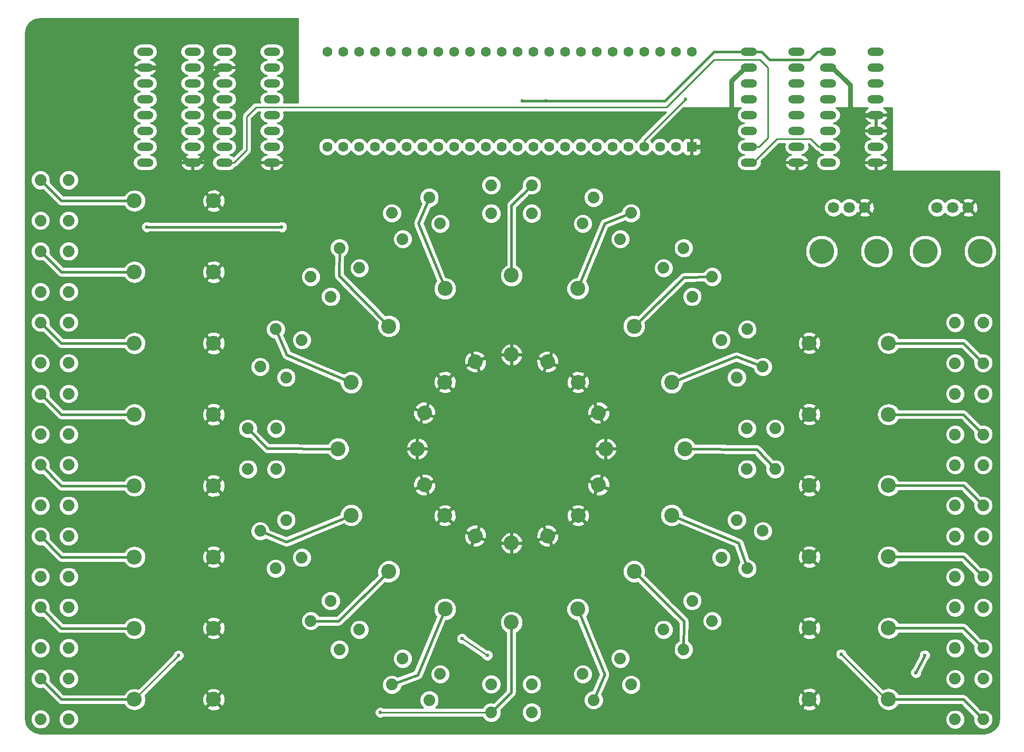
<source format=gbl>
G04 #@! TF.FileFunction,Copper,L2,Bot,Signal*
%FSLAX46Y46*%
G04 Gerber Fmt 4.6, Leading zero omitted, Abs format (unit mm)*
G04 Created by KiCad (PCBNEW 4.0.6) date Thursday, 11. October 2018 'u59' 14:59:12*
%MOMM*%
%LPD*%
G01*
G04 APERTURE LIST*
%ADD10C,0.100000*%
%ADD11O,2.641600X1.320800*%
%ADD12C,1.600000*%
%ADD13R,1.600000X1.600000*%
%ADD14C,1.800000*%
%ADD15C,4.000000*%
%ADD16C,1.879600*%
%ADD17C,2.400000*%
%ADD18O,2.400000X2.400000*%
%ADD19C,2.400000*%
%ADD20C,0.600000*%
%ADD21C,0.800000*%
%ADD22C,0.400000*%
%ADD23C,0.250000*%
%ADD24C,0.254000*%
G04 APERTURE END LIST*
D10*
D11*
X191511200Y-40182800D03*
X191511200Y-42722800D03*
X191511200Y-45262800D03*
X191511200Y-47802800D03*
X191511200Y-50342800D03*
X191511200Y-52882800D03*
X191511200Y-55422800D03*
X191511200Y-57962800D03*
X183891200Y-57962800D03*
X183891200Y-55422800D03*
X183891200Y-52882800D03*
X183891200Y-50342800D03*
X183891200Y-47802800D03*
X183891200Y-45262800D03*
X183891200Y-42722800D03*
X183891200Y-40182800D03*
D12*
X134061200Y-55422800D03*
X131521200Y-55422800D03*
X128981200Y-55422800D03*
X126441200Y-55422800D03*
X136601200Y-55422800D03*
X139141200Y-55422800D03*
X141681200Y-55422800D03*
X123901200Y-55422800D03*
X121361200Y-55422800D03*
X118821200Y-55422800D03*
X116281200Y-55422800D03*
X116281200Y-40182800D03*
X118821200Y-40182800D03*
X121361200Y-40182800D03*
X123901200Y-40182800D03*
X126441200Y-40182800D03*
X128981200Y-40182800D03*
X131521200Y-40182800D03*
X134061200Y-40182800D03*
X144221200Y-55422800D03*
X146761200Y-55422800D03*
X149301200Y-55422800D03*
X151841200Y-55422800D03*
X154381200Y-55422800D03*
X156921200Y-55422800D03*
X159461200Y-55422800D03*
X162001200Y-55422800D03*
X164541200Y-55422800D03*
X167081200Y-55422800D03*
X169621200Y-55422800D03*
X172161200Y-55422800D03*
D13*
X174701200Y-55422800D03*
D12*
X136601200Y-40182800D03*
X139141200Y-40182800D03*
X141681200Y-40182800D03*
X144221200Y-40182800D03*
X146761200Y-40182800D03*
X149301200Y-40182800D03*
X151841200Y-40182800D03*
X154381200Y-40182800D03*
X156921200Y-40182800D03*
X159461200Y-40182800D03*
X162001200Y-40182800D03*
X164541200Y-40182800D03*
X167081200Y-40182800D03*
X169621200Y-40182800D03*
X172161200Y-40182800D03*
X174701200Y-40182800D03*
D14*
X202429200Y-65186800D03*
X199929200Y-65186800D03*
X197429200Y-65186800D03*
D15*
X204329200Y-72186800D03*
X195529200Y-72186800D03*
D11*
X204211200Y-40182800D03*
X204211200Y-42722800D03*
X204211200Y-45262800D03*
X204211200Y-47802800D03*
X204211200Y-50342800D03*
X204211200Y-52882800D03*
X204211200Y-55422800D03*
X204211200Y-57962800D03*
X196591200Y-57962800D03*
X196591200Y-55422800D03*
X196591200Y-52882800D03*
X196591200Y-50342800D03*
X196591200Y-47802800D03*
X196591200Y-45262800D03*
X196591200Y-42722800D03*
X196591200Y-40182800D03*
X107391200Y-40182800D03*
X107391200Y-42722800D03*
X107391200Y-45262800D03*
X107391200Y-47802800D03*
X107391200Y-50342800D03*
X107391200Y-52882800D03*
X107391200Y-55422800D03*
X107391200Y-57962800D03*
X99771200Y-57962800D03*
X99771200Y-55422800D03*
X99771200Y-52882800D03*
X99771200Y-50342800D03*
X99771200Y-47802800D03*
X99771200Y-45262800D03*
X99771200Y-42722800D03*
X99771200Y-40182800D03*
X94691200Y-40182800D03*
X94691200Y-42722800D03*
X94691200Y-45262800D03*
X94691200Y-47802800D03*
X94691200Y-50342800D03*
X94691200Y-52882800D03*
X94691200Y-55422800D03*
X94691200Y-57962800D03*
X87071200Y-57962800D03*
X87071200Y-55422800D03*
X87071200Y-52882800D03*
X87071200Y-50342800D03*
X87071200Y-47802800D03*
X87071200Y-45262800D03*
X87071200Y-42722800D03*
X87071200Y-40182800D03*
D16*
X142544800Y-141605000D03*
X149047200Y-141605000D03*
X142544800Y-146126200D03*
X149047200Y-146126200D03*
X157234526Y-139976439D03*
X163241960Y-137488079D03*
X158964714Y-144153483D03*
X164972148Y-141665123D03*
X170182840Y-132850331D03*
X174780731Y-128252440D03*
X173379811Y-136047302D03*
X177977702Y-131449411D03*
X179418479Y-121311560D03*
X181906839Y-115304126D03*
X183595523Y-123041748D03*
X186083883Y-117034314D03*
X183535400Y-107116800D03*
X183535400Y-100614400D03*
X188056600Y-107116800D03*
X188056600Y-100614400D03*
X181906839Y-92427074D03*
X179418479Y-86419640D03*
X186083883Y-90696886D03*
X183595523Y-84689452D03*
X174780731Y-79478760D03*
X170182840Y-74880869D03*
X177977702Y-76281789D03*
X173379811Y-71683898D03*
X163241960Y-70243121D03*
X157234526Y-67754761D03*
X164972148Y-66066077D03*
X158964714Y-63577717D03*
X149047200Y-66126200D03*
X142544800Y-66126200D03*
X149047200Y-61605000D03*
X142544800Y-61605000D03*
X134357474Y-67754761D03*
X128350040Y-70243121D03*
X132627286Y-63577717D03*
X126619852Y-66066077D03*
X121409160Y-74880869D03*
X116811269Y-79478760D03*
X118212189Y-71683898D03*
X113614298Y-76281789D03*
X112173521Y-86419640D03*
X109685161Y-92427074D03*
X107996477Y-84689452D03*
X105508117Y-90696886D03*
X108056600Y-100614400D03*
X108056600Y-107116800D03*
X103535400Y-100614400D03*
X103535400Y-107116800D03*
X109685161Y-115304126D03*
X112173521Y-121311560D03*
X105508117Y-117034314D03*
X107996477Y-123041748D03*
X116811269Y-128252440D03*
X121409160Y-132850331D03*
X113614298Y-131449411D03*
X118212189Y-136047302D03*
X128350040Y-137488079D03*
X134357474Y-139976439D03*
X126619852Y-141665123D03*
X132627286Y-144153483D03*
X74808080Y-60777120D03*
X74808080Y-67279520D03*
X70286880Y-60777120D03*
X70286880Y-67279520D03*
X74808080Y-72197120D03*
X74808080Y-78699520D03*
X70286880Y-72197120D03*
X70286880Y-78699520D03*
X74808080Y-83617120D03*
X74808080Y-90119520D03*
X70286880Y-83617120D03*
X70286880Y-90119520D03*
X74808080Y-95037120D03*
X74808080Y-101539520D03*
X70286880Y-95037120D03*
X70286880Y-101539520D03*
X74808080Y-106457120D03*
X74808080Y-112959520D03*
X70286880Y-106457120D03*
X70286880Y-112959520D03*
X74808080Y-117877120D03*
X74808080Y-124379520D03*
X70286880Y-117877120D03*
X70286880Y-124379520D03*
X74808080Y-129297120D03*
X74808080Y-135799520D03*
X70286880Y-129297120D03*
X70286880Y-135799520D03*
X74808080Y-140717120D03*
X74808080Y-147219520D03*
X70286880Y-140717120D03*
X70286880Y-147219520D03*
X216910920Y-90139520D03*
X216910920Y-83637120D03*
X221432120Y-90139520D03*
X221432120Y-83637120D03*
X216910920Y-101559520D03*
X216910920Y-95057120D03*
X221432120Y-101559520D03*
X221432120Y-95057120D03*
X216910920Y-112979520D03*
X216910920Y-106477120D03*
X221432120Y-112979520D03*
X221432120Y-106477120D03*
X216910920Y-124399520D03*
X216910920Y-117897120D03*
X221432120Y-124399520D03*
X221432120Y-117897120D03*
X216910920Y-135819520D03*
X216910920Y-129317120D03*
X221432120Y-135819520D03*
X221432120Y-129317120D03*
X216910920Y-147239520D03*
X216910920Y-140737120D03*
X221432120Y-147239520D03*
X221432120Y-140737120D03*
D17*
X145796000Y-76057600D03*
D18*
X145796000Y-88757600D03*
D17*
X156437661Y-78174358D03*
D19*
X151577581Y-89907628D02*
X151577581Y-89907628D01*
D17*
X165459225Y-84202375D03*
D19*
X156478969Y-93182631D02*
X156478969Y-93182631D01*
D17*
X171487242Y-93223939D03*
D19*
X159753972Y-98084019D02*
X159753972Y-98084019D01*
D17*
X173604000Y-103865600D03*
D18*
X160904000Y-103865600D03*
D17*
X171487242Y-114507261D03*
D19*
X159753972Y-109647181D02*
X159753972Y-109647181D01*
D17*
X165459225Y-123528825D03*
D19*
X156478969Y-114548569D02*
X156478969Y-114548569D01*
D17*
X156437661Y-129556842D03*
D19*
X151577581Y-117823572D02*
X151577581Y-117823572D01*
D17*
X145796000Y-131673600D03*
D18*
X145796000Y-118973600D03*
D17*
X135154339Y-129556842D03*
D19*
X140014419Y-117823572D02*
X140014419Y-117823572D01*
D17*
X126132775Y-123528825D03*
D19*
X135113031Y-114548569D02*
X135113031Y-114548569D01*
D17*
X120104758Y-114507261D03*
D19*
X131838028Y-109647181D02*
X131838028Y-109647181D01*
D17*
X117988000Y-103865600D03*
D18*
X130688000Y-103865600D03*
D17*
X120104758Y-93223939D03*
D19*
X131838028Y-98084019D02*
X131838028Y-98084019D01*
D17*
X126132775Y-84202375D03*
D19*
X135113031Y-93182631D02*
X135113031Y-93182631D01*
D17*
X135154339Y-78174358D03*
D19*
X140014419Y-89907628D02*
X140014419Y-89907628D01*
D17*
X98044000Y-64109600D03*
D18*
X85344000Y-64109600D03*
D17*
X98044000Y-75529600D03*
D18*
X85344000Y-75529600D03*
D17*
X98044000Y-86949600D03*
D18*
X85344000Y-86949600D03*
D17*
X98044000Y-98369600D03*
D18*
X85344000Y-98369600D03*
D17*
X98044000Y-109789600D03*
D18*
X85344000Y-109789600D03*
D17*
X98044000Y-121209600D03*
D18*
X85344000Y-121209600D03*
D17*
X98044000Y-132629600D03*
D18*
X85344000Y-132629600D03*
D17*
X98044000Y-144049600D03*
D18*
X85344000Y-144049600D03*
D17*
X193548000Y-144018800D03*
D18*
X206248000Y-144018800D03*
D17*
X193548000Y-132598800D03*
D18*
X206248000Y-132598800D03*
D17*
X193548000Y-121178800D03*
D18*
X206248000Y-121178800D03*
D17*
X193548000Y-109758800D03*
D18*
X206248000Y-109758800D03*
D17*
X193548000Y-98338800D03*
D18*
X206248000Y-98338800D03*
D17*
X193548000Y-86918800D03*
D18*
X206248000Y-86918800D03*
D14*
X219029200Y-65186800D03*
X216529200Y-65186800D03*
X214029200Y-65186800D03*
D15*
X220929200Y-72186800D03*
X212129200Y-72186800D03*
D20*
X208102200Y-135686800D03*
X208229200Y-147116800D03*
X127561200Y-72482800D03*
X118361200Y-83482800D03*
X113361200Y-95882800D03*
X111761200Y-108682800D03*
X116961200Y-121082800D03*
X125361200Y-131482800D03*
X137561200Y-136282800D03*
X150361200Y-136682800D03*
X162761200Y-132682800D03*
X173161200Y-124482800D03*
X179761200Y-112482800D03*
X179761200Y-98682800D03*
X174761200Y-86482800D03*
X166561200Y-76482800D03*
X154361200Y-70482800D03*
X141161200Y-69882800D03*
X81761200Y-139282800D03*
X81761200Y-127882800D03*
X81761200Y-116282800D03*
X81961200Y-104682800D03*
X81761200Y-93482800D03*
X81761200Y-82082800D03*
X81761200Y-70682800D03*
X209761200Y-91482800D03*
X209761200Y-103082800D03*
X209761200Y-114282800D03*
X209761200Y-125882800D03*
X81761200Y-58682800D03*
X151333200Y-48056800D03*
X147523200Y-48056800D03*
X87361200Y-68282800D03*
X108961200Y-68282800D03*
X141935200Y-136956800D03*
X137871200Y-134289800D03*
X212039200Y-136956800D03*
X210642200Y-139750800D03*
X92405200Y-136988400D03*
X124768190Y-146126200D03*
X198663947Y-136789547D03*
X173685200Y-47802800D03*
D21*
X97231200Y-44602400D02*
X97231200Y-56083200D01*
X97231200Y-56083200D02*
X95351600Y-57962800D01*
X95351600Y-57962800D02*
X94691200Y-57962800D01*
X99110800Y-42722800D02*
X97231200Y-44602400D01*
X91135200Y-44666000D02*
X91135200Y-55067200D01*
X91135200Y-55067200D02*
X94030800Y-57962800D01*
X94030800Y-57962800D02*
X94691200Y-57962800D01*
X87071200Y-42722800D02*
X89192000Y-42722800D01*
X89192000Y-42722800D02*
X91135200Y-44666000D01*
X200101200Y-49072800D02*
X201371200Y-50342800D01*
X201371200Y-50342800D02*
X204211200Y-50342800D01*
X200101200Y-45572400D02*
X200101200Y-49072800D01*
X197251600Y-42722800D02*
X200101200Y-45572400D01*
X183230800Y-42722800D02*
X181051200Y-44902400D01*
X178511200Y-55422800D02*
X174701200Y-55422800D01*
X181051200Y-44902400D02*
X181051200Y-52882800D01*
X181051200Y-52882800D02*
X178511200Y-55422800D01*
D22*
X183891200Y-42722800D02*
X183230800Y-42722800D01*
X203550800Y-57962800D02*
X204211200Y-57962800D01*
X196591200Y-42722800D02*
X197251600Y-42722800D01*
X99771200Y-42722800D02*
X99110800Y-42722800D01*
X87071200Y-42722800D02*
X87731600Y-42722800D01*
X99110800Y-55422800D02*
X99771200Y-55422800D01*
X170383200Y-48056800D02*
X147523200Y-48056800D01*
X178257200Y-40182800D02*
X170383200Y-48056800D01*
X183891200Y-40182800D02*
X178257200Y-40182800D01*
X187147200Y-41452800D02*
X185877200Y-40182800D01*
X185877200Y-40182800D02*
X183891200Y-40182800D01*
X193600400Y-41452800D02*
X187147200Y-41452800D01*
X196591200Y-40182800D02*
X194870400Y-40182800D01*
X194870400Y-40182800D02*
X193600400Y-41452800D01*
D23*
X196591200Y-57962800D02*
X197251600Y-57962800D01*
X193750400Y-54152800D02*
X188361600Y-54152800D01*
X188361600Y-54152800D02*
X184551600Y-57962800D01*
X184551600Y-57962800D02*
X183891200Y-57962800D01*
X196591200Y-55422800D02*
X195020400Y-55422800D01*
X195020400Y-55422800D02*
X193750400Y-54152800D01*
X183891200Y-55422800D02*
X185462000Y-55422800D01*
X185462000Y-55422800D02*
X186893200Y-53991600D01*
X170637200Y-49072800D02*
X104851200Y-49072800D01*
X101342000Y-57962800D02*
X99771200Y-57962800D01*
X186893200Y-53991600D02*
X186893200Y-42722800D01*
X186893200Y-42722800D02*
X185623200Y-41452800D01*
X185623200Y-41452800D02*
X178257200Y-41452800D01*
X178257200Y-41452800D02*
X170637200Y-49072800D01*
X104851200Y-49072800D02*
X103327200Y-50596800D01*
X103327200Y-50596800D02*
X103327200Y-55977600D01*
X103327200Y-55977600D02*
X101342000Y-57962800D01*
D22*
X183230800Y-55422800D02*
X183891200Y-55422800D01*
X108961200Y-68282800D02*
X87361200Y-68282800D01*
D23*
X137871200Y-134289800D02*
X141935200Y-136956800D01*
D22*
X210642200Y-139750800D02*
X212039200Y-136956800D01*
X85344000Y-109789600D02*
X73619360Y-109789600D01*
X73619360Y-109789600D02*
X70286880Y-106457120D01*
X85344000Y-121209600D02*
X73619360Y-121209600D01*
X73619360Y-121209600D02*
X70286880Y-117877120D01*
X85344000Y-132629600D02*
X73619360Y-132629600D01*
X73619360Y-132629600D02*
X70286880Y-129297120D01*
D23*
X85344000Y-144049600D02*
X92405200Y-136988400D01*
D22*
X85344000Y-144049600D02*
X73619360Y-144049600D01*
X73619360Y-144049600D02*
X70286880Y-140717120D01*
X85344000Y-64109600D02*
X73619360Y-64109600D01*
X73619360Y-64109600D02*
X70286880Y-60777120D01*
X85344000Y-75529600D02*
X73619360Y-75529600D01*
X73619360Y-75529600D02*
X70286880Y-72197120D01*
X85344000Y-86949600D02*
X73619360Y-86949600D01*
X73619360Y-86949600D02*
X70286880Y-83617120D01*
X85344000Y-98369600D02*
X73619360Y-98369600D01*
X73619360Y-98369600D02*
X70286880Y-95037120D01*
X117988000Y-103865600D02*
X106629200Y-103809800D01*
X106629200Y-103809800D02*
X103535400Y-100614400D01*
X120104758Y-93223939D02*
X109804200Y-88823800D01*
X109804200Y-88823800D02*
X107996477Y-84689452D01*
X126132775Y-84202375D02*
X118186200Y-76123800D01*
X118186200Y-76123800D02*
X118212189Y-71683898D01*
X135154339Y-78174358D02*
X130886200Y-67741800D01*
X130886200Y-67741800D02*
X132627286Y-63577717D01*
D23*
X124768190Y-146126200D02*
X142544800Y-146126200D01*
D22*
X145796000Y-131673600D02*
X145745200Y-142925800D01*
X145745200Y-142925800D02*
X142544800Y-146126200D01*
X135154339Y-129556842D02*
X130759200Y-140131800D01*
X130759200Y-140131800D02*
X126619852Y-141665123D01*
X126132775Y-123528825D02*
X118059200Y-131495800D01*
X118059200Y-131495800D02*
X113614298Y-131449411D01*
X120104758Y-114507261D02*
X109677200Y-118795800D01*
X109677200Y-118795800D02*
X105508117Y-117034314D01*
X173604000Y-103865600D02*
X185115200Y-103936800D01*
X185115200Y-103936800D02*
X188056600Y-107116800D01*
X171487242Y-114507261D02*
X182194200Y-118922800D01*
X182194200Y-118922800D02*
X183595523Y-123041748D01*
X165459225Y-123528825D02*
X173431200Y-131495800D01*
X173431200Y-131495800D02*
X173379811Y-136047302D01*
X156437661Y-129556842D02*
X160731200Y-140004800D01*
X160731200Y-140004800D02*
X158964714Y-144153483D01*
X145796000Y-76057600D02*
X145796000Y-64856200D01*
X145796000Y-64856200D02*
X149047200Y-61605000D01*
X156437661Y-78174358D02*
X160731200Y-67741800D01*
X160731200Y-67741800D02*
X164972148Y-66066077D01*
X165459225Y-84202375D02*
X173431200Y-76377800D01*
X173431200Y-76377800D02*
X177977702Y-76281789D01*
X171487242Y-93223939D02*
X181813200Y-89077800D01*
X181813200Y-89077800D02*
X186083883Y-90696886D01*
X206248000Y-98338800D02*
X218211400Y-98338800D01*
X218211400Y-98338800D02*
X221432120Y-101559520D01*
X206248000Y-86918800D02*
X218211400Y-86918800D01*
X218211400Y-86918800D02*
X221432120Y-90139520D01*
D23*
X198663947Y-136789547D02*
X205893200Y-144018800D01*
X205893200Y-144018800D02*
X206248000Y-144018800D01*
D22*
X206248000Y-144018800D02*
X218211400Y-144018800D01*
X218211400Y-144018800D02*
X221432120Y-147239520D01*
X206248000Y-132598800D02*
X218211400Y-132598800D01*
X218211400Y-132598800D02*
X221432120Y-135819520D01*
X206248000Y-121178800D02*
X218211400Y-121178800D01*
X218211400Y-121178800D02*
X221432120Y-124399520D01*
X206248000Y-109758800D02*
X218211400Y-109758800D01*
X218211400Y-109758800D02*
X221432120Y-112979520D01*
D23*
X173685200Y-47802800D02*
X167081200Y-54406800D01*
X167081200Y-54406800D02*
X167081200Y-55422800D01*
D24*
G36*
X111582200Y-48312800D02*
X109277174Y-48312800D01*
X109286710Y-48298528D01*
X109385316Y-47802800D01*
X109286710Y-47307072D01*
X109005902Y-46886814D01*
X108585644Y-46606006D01*
X108217611Y-46532800D01*
X108585644Y-46459594D01*
X109005902Y-46178786D01*
X109286710Y-45758528D01*
X109385316Y-45262800D01*
X109286710Y-44767072D01*
X109005902Y-44346814D01*
X108585644Y-44066006D01*
X108217611Y-43992800D01*
X108585644Y-43919594D01*
X109005902Y-43638786D01*
X109286710Y-43218528D01*
X109385316Y-42722800D01*
X109286710Y-42227072D01*
X109005902Y-41806814D01*
X108585644Y-41526006D01*
X108217611Y-41452800D01*
X108585644Y-41379594D01*
X109005902Y-41098786D01*
X109286710Y-40678528D01*
X109385316Y-40182800D01*
X109286710Y-39687072D01*
X109005902Y-39266814D01*
X108585644Y-38986006D01*
X108089916Y-38887400D01*
X106692484Y-38887400D01*
X106196756Y-38986006D01*
X105776498Y-39266814D01*
X105495690Y-39687072D01*
X105397084Y-40182800D01*
X105495690Y-40678528D01*
X105776498Y-41098786D01*
X106196756Y-41379594D01*
X106564789Y-41452800D01*
X106196756Y-41526006D01*
X105776498Y-41806814D01*
X105495690Y-42227072D01*
X105397084Y-42722800D01*
X105495690Y-43218528D01*
X105776498Y-43638786D01*
X106196756Y-43919594D01*
X106564789Y-43992800D01*
X106196756Y-44066006D01*
X105776498Y-44346814D01*
X105495690Y-44767072D01*
X105397084Y-45262800D01*
X105495690Y-45758528D01*
X105776498Y-46178786D01*
X106196756Y-46459594D01*
X106564789Y-46532800D01*
X106196756Y-46606006D01*
X105776498Y-46886814D01*
X105495690Y-47307072D01*
X105397084Y-47802800D01*
X105495690Y-48298528D01*
X105505226Y-48312800D01*
X104851200Y-48312800D01*
X104608614Y-48361054D01*
X104560360Y-48370652D01*
X104313799Y-48535399D01*
X102789799Y-50059399D01*
X102625052Y-50305961D01*
X102567200Y-50596800D01*
X102567200Y-55662798D01*
X101264382Y-56965616D01*
X100965644Y-56766006D01*
X100597611Y-56692800D01*
X100965644Y-56619594D01*
X101385902Y-56338786D01*
X101666710Y-55918528D01*
X101765316Y-55422800D01*
X101666710Y-54927072D01*
X101385902Y-54506814D01*
X100965644Y-54226006D01*
X100597611Y-54152800D01*
X100965644Y-54079594D01*
X101385902Y-53798786D01*
X101666710Y-53378528D01*
X101765316Y-52882800D01*
X101666710Y-52387072D01*
X101385902Y-51966814D01*
X100965644Y-51686006D01*
X100597611Y-51612800D01*
X100965644Y-51539594D01*
X101385902Y-51258786D01*
X101666710Y-50838528D01*
X101765316Y-50342800D01*
X101666710Y-49847072D01*
X101385902Y-49426814D01*
X100965644Y-49146006D01*
X100597611Y-49072800D01*
X100965644Y-48999594D01*
X101385902Y-48718786D01*
X101666710Y-48298528D01*
X101765316Y-47802800D01*
X101666710Y-47307072D01*
X101385902Y-46886814D01*
X100965644Y-46606006D01*
X100597611Y-46532800D01*
X100965644Y-46459594D01*
X101385902Y-46178786D01*
X101666710Y-45758528D01*
X101765316Y-45262800D01*
X101666710Y-44767072D01*
X101385902Y-44346814D01*
X100965644Y-44066006D01*
X100624686Y-43998185D01*
X101044661Y-43870993D01*
X101437389Y-43548984D01*
X101676995Y-43101196D01*
X101685020Y-43049905D01*
X101561133Y-42849800D01*
X99898200Y-42849800D01*
X99898200Y-42869800D01*
X99644200Y-42869800D01*
X99644200Y-42849800D01*
X97981267Y-42849800D01*
X97857380Y-43049905D01*
X97865405Y-43101196D01*
X98105011Y-43548984D01*
X98497739Y-43870993D01*
X98917714Y-43998185D01*
X98576756Y-44066006D01*
X98156498Y-44346814D01*
X97875690Y-44767072D01*
X97777084Y-45262800D01*
X97875690Y-45758528D01*
X98156498Y-46178786D01*
X98576756Y-46459594D01*
X98944789Y-46532800D01*
X98576756Y-46606006D01*
X98156498Y-46886814D01*
X97875690Y-47307072D01*
X97777084Y-47802800D01*
X97875690Y-48298528D01*
X98156498Y-48718786D01*
X98576756Y-48999594D01*
X98944789Y-49072800D01*
X98576756Y-49146006D01*
X98156498Y-49426814D01*
X97875690Y-49847072D01*
X97777084Y-50342800D01*
X97875690Y-50838528D01*
X98156498Y-51258786D01*
X98576756Y-51539594D01*
X98944789Y-51612800D01*
X98576756Y-51686006D01*
X98156498Y-51966814D01*
X97875690Y-52387072D01*
X97777084Y-52882800D01*
X97875690Y-53378528D01*
X98156498Y-53798786D01*
X98576756Y-54079594D01*
X98944789Y-54152800D01*
X98576756Y-54226006D01*
X98156498Y-54506814D01*
X97875690Y-54927072D01*
X97777084Y-55422800D01*
X97875690Y-55918528D01*
X98156498Y-56338786D01*
X98576756Y-56619594D01*
X98944789Y-56692800D01*
X98576756Y-56766006D01*
X98156498Y-57046814D01*
X97875690Y-57467072D01*
X97777084Y-57962800D01*
X97875690Y-58458528D01*
X98156498Y-58878786D01*
X98576756Y-59159594D01*
X99072484Y-59258200D01*
X100469916Y-59258200D01*
X100965644Y-59159594D01*
X101385902Y-58878786D01*
X101512834Y-58688819D01*
X101632839Y-58664948D01*
X101879401Y-58500201D01*
X102089697Y-58289905D01*
X105477380Y-58289905D01*
X105485405Y-58341196D01*
X105725011Y-58788984D01*
X106117739Y-59110993D01*
X106603800Y-59258200D01*
X107264200Y-59258200D01*
X107264200Y-58089800D01*
X107518200Y-58089800D01*
X107518200Y-59258200D01*
X108178600Y-59258200D01*
X108664661Y-59110993D01*
X109057389Y-58788984D01*
X109296995Y-58341196D01*
X109305020Y-58289905D01*
X109181133Y-58089800D01*
X107518200Y-58089800D01*
X107264200Y-58089800D01*
X105601267Y-58089800D01*
X105477380Y-58289905D01*
X102089697Y-58289905D01*
X103864601Y-56515001D01*
X104029348Y-56268439D01*
X104087200Y-55977600D01*
X104087200Y-50911602D01*
X105166002Y-49832800D01*
X105505226Y-49832800D01*
X105495690Y-49847072D01*
X105397084Y-50342800D01*
X105495690Y-50838528D01*
X105776498Y-51258786D01*
X106196756Y-51539594D01*
X106564789Y-51612800D01*
X106196756Y-51686006D01*
X105776498Y-51966814D01*
X105495690Y-52387072D01*
X105397084Y-52882800D01*
X105495690Y-53378528D01*
X105776498Y-53798786D01*
X106196756Y-54079594D01*
X106564789Y-54152800D01*
X106196756Y-54226006D01*
X105776498Y-54506814D01*
X105495690Y-54927072D01*
X105397084Y-55422800D01*
X105495690Y-55918528D01*
X105776498Y-56338786D01*
X106196756Y-56619594D01*
X106537714Y-56687415D01*
X106117739Y-56814607D01*
X105725011Y-57136616D01*
X105485405Y-57584404D01*
X105477380Y-57635695D01*
X105601267Y-57835800D01*
X107264200Y-57835800D01*
X107264200Y-57815800D01*
X107518200Y-57815800D01*
X107518200Y-57835800D01*
X109181133Y-57835800D01*
X109305020Y-57635695D01*
X109296995Y-57584404D01*
X109057389Y-57136616D01*
X108664661Y-56814607D01*
X108244686Y-56687415D01*
X108585644Y-56619594D01*
X109005902Y-56338786D01*
X109286710Y-55918528D01*
X109385316Y-55422800D01*
X109286710Y-54927072D01*
X109005902Y-54506814D01*
X108585644Y-54226006D01*
X108217611Y-54152800D01*
X108585644Y-54079594D01*
X109005902Y-53798786D01*
X109286710Y-53378528D01*
X109385316Y-52882800D01*
X109286710Y-52387072D01*
X109005902Y-51966814D01*
X108585644Y-51686006D01*
X108217611Y-51612800D01*
X108585644Y-51539594D01*
X109005902Y-51258786D01*
X109286710Y-50838528D01*
X109385316Y-50342800D01*
X109286710Y-49847072D01*
X109277174Y-49832800D01*
X170580398Y-49832800D01*
X166543799Y-53869399D01*
X166379052Y-54115961D01*
X166369453Y-54164216D01*
X166269400Y-54205557D01*
X165865376Y-54608877D01*
X165811338Y-54739015D01*
X165758443Y-54611000D01*
X165355123Y-54206976D01*
X164827891Y-53988050D01*
X164257013Y-53987552D01*
X163729400Y-54205557D01*
X163325376Y-54608877D01*
X163271338Y-54739015D01*
X163218443Y-54611000D01*
X162815123Y-54206976D01*
X162287891Y-53988050D01*
X161717013Y-53987552D01*
X161189400Y-54205557D01*
X160785376Y-54608877D01*
X160731338Y-54739015D01*
X160678443Y-54611000D01*
X160275123Y-54206976D01*
X159747891Y-53988050D01*
X159177013Y-53987552D01*
X158649400Y-54205557D01*
X158245376Y-54608877D01*
X158191338Y-54739015D01*
X158138443Y-54611000D01*
X157735123Y-54206976D01*
X157207891Y-53988050D01*
X156637013Y-53987552D01*
X156109400Y-54205557D01*
X155705376Y-54608877D01*
X155651338Y-54739015D01*
X155598443Y-54611000D01*
X155195123Y-54206976D01*
X154667891Y-53988050D01*
X154097013Y-53987552D01*
X153569400Y-54205557D01*
X153165376Y-54608877D01*
X153111338Y-54739015D01*
X153058443Y-54611000D01*
X152655123Y-54206976D01*
X152127891Y-53988050D01*
X151557013Y-53987552D01*
X151029400Y-54205557D01*
X150625376Y-54608877D01*
X150571338Y-54739015D01*
X150518443Y-54611000D01*
X150115123Y-54206976D01*
X149587891Y-53988050D01*
X149017013Y-53987552D01*
X148489400Y-54205557D01*
X148085376Y-54608877D01*
X148031338Y-54739015D01*
X147978443Y-54611000D01*
X147575123Y-54206976D01*
X147047891Y-53988050D01*
X146477013Y-53987552D01*
X145949400Y-54205557D01*
X145545376Y-54608877D01*
X145491338Y-54739015D01*
X145438443Y-54611000D01*
X145035123Y-54206976D01*
X144507891Y-53988050D01*
X143937013Y-53987552D01*
X143409400Y-54205557D01*
X143005376Y-54608877D01*
X142951338Y-54739015D01*
X142898443Y-54611000D01*
X142495123Y-54206976D01*
X141967891Y-53988050D01*
X141397013Y-53987552D01*
X140869400Y-54205557D01*
X140465376Y-54608877D01*
X140411338Y-54739015D01*
X140358443Y-54611000D01*
X139955123Y-54206976D01*
X139427891Y-53988050D01*
X138857013Y-53987552D01*
X138329400Y-54205557D01*
X137925376Y-54608877D01*
X137871338Y-54739015D01*
X137818443Y-54611000D01*
X137415123Y-54206976D01*
X136887891Y-53988050D01*
X136317013Y-53987552D01*
X135789400Y-54205557D01*
X135385376Y-54608877D01*
X135331338Y-54739015D01*
X135278443Y-54611000D01*
X134875123Y-54206976D01*
X134347891Y-53988050D01*
X133777013Y-53987552D01*
X133249400Y-54205557D01*
X132845376Y-54608877D01*
X132791338Y-54739015D01*
X132738443Y-54611000D01*
X132335123Y-54206976D01*
X131807891Y-53988050D01*
X131237013Y-53987552D01*
X130709400Y-54205557D01*
X130305376Y-54608877D01*
X130251338Y-54739015D01*
X130198443Y-54611000D01*
X129795123Y-54206976D01*
X129267891Y-53988050D01*
X128697013Y-53987552D01*
X128169400Y-54205557D01*
X127765376Y-54608877D01*
X127711338Y-54739015D01*
X127658443Y-54611000D01*
X127255123Y-54206976D01*
X126727891Y-53988050D01*
X126157013Y-53987552D01*
X125629400Y-54205557D01*
X125225376Y-54608877D01*
X125171338Y-54739015D01*
X125118443Y-54611000D01*
X124715123Y-54206976D01*
X124187891Y-53988050D01*
X123617013Y-53987552D01*
X123089400Y-54205557D01*
X122685376Y-54608877D01*
X122631338Y-54739015D01*
X122578443Y-54611000D01*
X122175123Y-54206976D01*
X121647891Y-53988050D01*
X121077013Y-53987552D01*
X120549400Y-54205557D01*
X120145376Y-54608877D01*
X120091338Y-54739015D01*
X120038443Y-54611000D01*
X119635123Y-54206976D01*
X119107891Y-53988050D01*
X118537013Y-53987552D01*
X118009400Y-54205557D01*
X117605376Y-54608877D01*
X117551338Y-54739015D01*
X117498443Y-54611000D01*
X117095123Y-54206976D01*
X116567891Y-53988050D01*
X115997013Y-53987552D01*
X115469400Y-54205557D01*
X115065376Y-54608877D01*
X114846450Y-55136109D01*
X114845952Y-55706987D01*
X115063957Y-56234600D01*
X115467277Y-56638624D01*
X115994509Y-56857550D01*
X116565387Y-56858048D01*
X117093000Y-56640043D01*
X117497024Y-56236723D01*
X117551062Y-56106585D01*
X117603957Y-56234600D01*
X118007277Y-56638624D01*
X118534509Y-56857550D01*
X119105387Y-56858048D01*
X119633000Y-56640043D01*
X120037024Y-56236723D01*
X120091062Y-56106585D01*
X120143957Y-56234600D01*
X120547277Y-56638624D01*
X121074509Y-56857550D01*
X121645387Y-56858048D01*
X122173000Y-56640043D01*
X122577024Y-56236723D01*
X122631062Y-56106585D01*
X122683957Y-56234600D01*
X123087277Y-56638624D01*
X123614509Y-56857550D01*
X124185387Y-56858048D01*
X124713000Y-56640043D01*
X125117024Y-56236723D01*
X125171062Y-56106585D01*
X125223957Y-56234600D01*
X125627277Y-56638624D01*
X126154509Y-56857550D01*
X126725387Y-56858048D01*
X127253000Y-56640043D01*
X127657024Y-56236723D01*
X127711062Y-56106585D01*
X127763957Y-56234600D01*
X128167277Y-56638624D01*
X128694509Y-56857550D01*
X129265387Y-56858048D01*
X129793000Y-56640043D01*
X130197024Y-56236723D01*
X130251062Y-56106585D01*
X130303957Y-56234600D01*
X130707277Y-56638624D01*
X131234509Y-56857550D01*
X131805387Y-56858048D01*
X132333000Y-56640043D01*
X132737024Y-56236723D01*
X132791062Y-56106585D01*
X132843957Y-56234600D01*
X133247277Y-56638624D01*
X133774509Y-56857550D01*
X134345387Y-56858048D01*
X134873000Y-56640043D01*
X135277024Y-56236723D01*
X135331062Y-56106585D01*
X135383957Y-56234600D01*
X135787277Y-56638624D01*
X136314509Y-56857550D01*
X136885387Y-56858048D01*
X137413000Y-56640043D01*
X137817024Y-56236723D01*
X137871062Y-56106585D01*
X137923957Y-56234600D01*
X138327277Y-56638624D01*
X138854509Y-56857550D01*
X139425387Y-56858048D01*
X139953000Y-56640043D01*
X140357024Y-56236723D01*
X140411062Y-56106585D01*
X140463957Y-56234600D01*
X140867277Y-56638624D01*
X141394509Y-56857550D01*
X141965387Y-56858048D01*
X142493000Y-56640043D01*
X142897024Y-56236723D01*
X142951062Y-56106585D01*
X143003957Y-56234600D01*
X143407277Y-56638624D01*
X143934509Y-56857550D01*
X144505387Y-56858048D01*
X145033000Y-56640043D01*
X145437024Y-56236723D01*
X145491062Y-56106585D01*
X145543957Y-56234600D01*
X145947277Y-56638624D01*
X146474509Y-56857550D01*
X147045387Y-56858048D01*
X147573000Y-56640043D01*
X147977024Y-56236723D01*
X148031062Y-56106585D01*
X148083957Y-56234600D01*
X148487277Y-56638624D01*
X149014509Y-56857550D01*
X149585387Y-56858048D01*
X150113000Y-56640043D01*
X150517024Y-56236723D01*
X150571062Y-56106585D01*
X150623957Y-56234600D01*
X151027277Y-56638624D01*
X151554509Y-56857550D01*
X152125387Y-56858048D01*
X152653000Y-56640043D01*
X153057024Y-56236723D01*
X153111062Y-56106585D01*
X153163957Y-56234600D01*
X153567277Y-56638624D01*
X154094509Y-56857550D01*
X154665387Y-56858048D01*
X155193000Y-56640043D01*
X155597024Y-56236723D01*
X155651062Y-56106585D01*
X155703957Y-56234600D01*
X156107277Y-56638624D01*
X156634509Y-56857550D01*
X157205387Y-56858048D01*
X157733000Y-56640043D01*
X158137024Y-56236723D01*
X158191062Y-56106585D01*
X158243957Y-56234600D01*
X158647277Y-56638624D01*
X159174509Y-56857550D01*
X159745387Y-56858048D01*
X160273000Y-56640043D01*
X160677024Y-56236723D01*
X160731062Y-56106585D01*
X160783957Y-56234600D01*
X161187277Y-56638624D01*
X161714509Y-56857550D01*
X162285387Y-56858048D01*
X162813000Y-56640043D01*
X163217024Y-56236723D01*
X163271062Y-56106585D01*
X163323957Y-56234600D01*
X163727277Y-56638624D01*
X164254509Y-56857550D01*
X164825387Y-56858048D01*
X165353000Y-56640043D01*
X165757024Y-56236723D01*
X165811062Y-56106585D01*
X165863957Y-56234600D01*
X166267277Y-56638624D01*
X166794509Y-56857550D01*
X167365387Y-56858048D01*
X167893000Y-56640043D01*
X168297024Y-56236723D01*
X168351062Y-56106585D01*
X168403957Y-56234600D01*
X168807277Y-56638624D01*
X169334509Y-56857550D01*
X169905387Y-56858048D01*
X170433000Y-56640043D01*
X170837024Y-56236723D01*
X170891062Y-56106585D01*
X170943957Y-56234600D01*
X171347277Y-56638624D01*
X171874509Y-56857550D01*
X172445387Y-56858048D01*
X172973000Y-56640043D01*
X173266200Y-56347354D01*
X173266200Y-56349110D01*
X173362873Y-56582499D01*
X173541502Y-56761127D01*
X173774891Y-56857800D01*
X174415450Y-56857800D01*
X174574200Y-56699050D01*
X174574200Y-55549800D01*
X174828200Y-55549800D01*
X174828200Y-56699050D01*
X174986950Y-56857800D01*
X175627509Y-56857800D01*
X175860898Y-56761127D01*
X176039527Y-56582499D01*
X176136200Y-56349110D01*
X176136200Y-55708550D01*
X175977450Y-55549800D01*
X174828200Y-55549800D01*
X174574200Y-55549800D01*
X174554200Y-55549800D01*
X174554200Y-55295800D01*
X174574200Y-55295800D01*
X174574200Y-54146550D01*
X174828200Y-54146550D01*
X174828200Y-55295800D01*
X175977450Y-55295800D01*
X176136200Y-55137050D01*
X176136200Y-54496490D01*
X176039527Y-54263101D01*
X175860898Y-54084473D01*
X175627509Y-53987800D01*
X174986950Y-53987800D01*
X174828200Y-54146550D01*
X174574200Y-54146550D01*
X174415450Y-53987800D01*
X173774891Y-53987800D01*
X173541502Y-54084473D01*
X173362873Y-54263101D01*
X173266200Y-54496490D01*
X173266200Y-54498561D01*
X172975123Y-54206976D01*
X172447891Y-53988050D01*
X171877013Y-53987552D01*
X171349400Y-54205557D01*
X170945376Y-54608877D01*
X170891338Y-54739015D01*
X170838443Y-54611000D01*
X170435123Y-54206976D01*
X169907891Y-53988050D01*
X169337013Y-53987552D01*
X168809400Y-54205557D01*
X168405376Y-54608877D01*
X168351338Y-54739015D01*
X168298443Y-54611000D01*
X168125274Y-54437528D01*
X173363002Y-49199800D01*
X182616248Y-49199800D01*
X182276498Y-49426814D01*
X181995690Y-49847072D01*
X181897084Y-50342800D01*
X181995690Y-50838528D01*
X182276498Y-51258786D01*
X182696756Y-51539594D01*
X183064789Y-51612800D01*
X182696756Y-51686006D01*
X182276498Y-51966814D01*
X181995690Y-52387072D01*
X181897084Y-52882800D01*
X181995690Y-53378528D01*
X182276498Y-53798786D01*
X182696756Y-54079594D01*
X183064789Y-54152800D01*
X182696756Y-54226006D01*
X182276498Y-54506814D01*
X181995690Y-54927072D01*
X181897084Y-55422800D01*
X181995690Y-55918528D01*
X182276498Y-56338786D01*
X182696756Y-56619594D01*
X183064789Y-56692800D01*
X182696756Y-56766006D01*
X182276498Y-57046814D01*
X181995690Y-57467072D01*
X181897084Y-57962800D01*
X181995690Y-58458528D01*
X182276498Y-58878786D01*
X182696756Y-59159594D01*
X183192484Y-59258200D01*
X184589916Y-59258200D01*
X185085644Y-59159594D01*
X185505902Y-58878786D01*
X185786710Y-58458528D01*
X185820251Y-58289905D01*
X189597380Y-58289905D01*
X189605405Y-58341196D01*
X189845011Y-58788984D01*
X190237739Y-59110993D01*
X190723800Y-59258200D01*
X191384200Y-59258200D01*
X191384200Y-58089800D01*
X191638200Y-58089800D01*
X191638200Y-59258200D01*
X192298600Y-59258200D01*
X192784661Y-59110993D01*
X193177389Y-58788984D01*
X193416995Y-58341196D01*
X193425020Y-58289905D01*
X193301133Y-58089800D01*
X191638200Y-58089800D01*
X191384200Y-58089800D01*
X189721267Y-58089800D01*
X189597380Y-58289905D01*
X185820251Y-58289905D01*
X185885316Y-57962800D01*
X185842360Y-57746842D01*
X188676402Y-54912800D01*
X189625226Y-54912800D01*
X189615690Y-54927072D01*
X189517084Y-55422800D01*
X189615690Y-55918528D01*
X189896498Y-56338786D01*
X190316756Y-56619594D01*
X190657714Y-56687415D01*
X190237739Y-56814607D01*
X189845011Y-57136616D01*
X189605405Y-57584404D01*
X189597380Y-57635695D01*
X189721267Y-57835800D01*
X191384200Y-57835800D01*
X191384200Y-57815800D01*
X191638200Y-57815800D01*
X191638200Y-57835800D01*
X193301133Y-57835800D01*
X193425020Y-57635695D01*
X193416995Y-57584404D01*
X193177389Y-57136616D01*
X192784661Y-56814607D01*
X192364686Y-56687415D01*
X192705644Y-56619594D01*
X193125902Y-56338786D01*
X193406710Y-55918528D01*
X193505316Y-55422800D01*
X193406710Y-54927072D01*
X193397174Y-54912800D01*
X193435598Y-54912800D01*
X194482999Y-55960201D01*
X194729560Y-56124948D01*
X194849566Y-56148819D01*
X194976498Y-56338786D01*
X195396756Y-56619594D01*
X195764789Y-56692800D01*
X195396756Y-56766006D01*
X194976498Y-57046814D01*
X194695690Y-57467072D01*
X194597084Y-57962800D01*
X194695690Y-58458528D01*
X194976498Y-58878786D01*
X195396756Y-59159594D01*
X195892484Y-59258200D01*
X197289916Y-59258200D01*
X197785644Y-59159594D01*
X198205902Y-58878786D01*
X198486710Y-58458528D01*
X198520251Y-58289905D01*
X202297380Y-58289905D01*
X202305405Y-58341196D01*
X202545011Y-58788984D01*
X202937739Y-59110993D01*
X203423800Y-59258200D01*
X204084200Y-59258200D01*
X204084200Y-58089800D01*
X204338200Y-58089800D01*
X204338200Y-59258200D01*
X204998600Y-59258200D01*
X205484661Y-59110993D01*
X205877389Y-58788984D01*
X206116995Y-58341196D01*
X206125020Y-58289905D01*
X206001133Y-58089800D01*
X204338200Y-58089800D01*
X204084200Y-58089800D01*
X202421267Y-58089800D01*
X202297380Y-58289905D01*
X198520251Y-58289905D01*
X198585316Y-57962800D01*
X198486710Y-57467072D01*
X198205902Y-57046814D01*
X197785644Y-56766006D01*
X197417611Y-56692800D01*
X197785644Y-56619594D01*
X198205902Y-56338786D01*
X198486710Y-55918528D01*
X198585316Y-55422800D01*
X202217084Y-55422800D01*
X202315690Y-55918528D01*
X202596498Y-56338786D01*
X203016756Y-56619594D01*
X203357714Y-56687415D01*
X202937739Y-56814607D01*
X202545011Y-57136616D01*
X202305405Y-57584404D01*
X202297380Y-57635695D01*
X202421267Y-57835800D01*
X204084200Y-57835800D01*
X204084200Y-57815800D01*
X204338200Y-57815800D01*
X204338200Y-57835800D01*
X206001133Y-57835800D01*
X206125020Y-57635695D01*
X206116995Y-57584404D01*
X205877389Y-57136616D01*
X205484661Y-56814607D01*
X205064686Y-56687415D01*
X205405644Y-56619594D01*
X205825902Y-56338786D01*
X206106710Y-55918528D01*
X206205316Y-55422800D01*
X206106710Y-54927072D01*
X205825902Y-54506814D01*
X205405644Y-54226006D01*
X205064686Y-54158185D01*
X205484661Y-54030993D01*
X205877389Y-53708984D01*
X206116995Y-53261196D01*
X206125020Y-53209905D01*
X206001133Y-53009800D01*
X204338200Y-53009800D01*
X204338200Y-53029800D01*
X204084200Y-53029800D01*
X204084200Y-53009800D01*
X202421267Y-53009800D01*
X202297380Y-53209905D01*
X202305405Y-53261196D01*
X202545011Y-53708984D01*
X202937739Y-54030993D01*
X203357714Y-54158185D01*
X203016756Y-54226006D01*
X202596498Y-54506814D01*
X202315690Y-54927072D01*
X202217084Y-55422800D01*
X198585316Y-55422800D01*
X198486710Y-54927072D01*
X198205902Y-54506814D01*
X197785644Y-54226006D01*
X197417611Y-54152800D01*
X197785644Y-54079594D01*
X198205902Y-53798786D01*
X198486710Y-53378528D01*
X198585316Y-52882800D01*
X198486710Y-52387072D01*
X198205902Y-51966814D01*
X197785644Y-51686006D01*
X197417611Y-51612800D01*
X197785644Y-51539594D01*
X198205902Y-51258786D01*
X198486710Y-50838528D01*
X198520251Y-50669905D01*
X202297380Y-50669905D01*
X202305405Y-50721196D01*
X202545011Y-51168984D01*
X202937739Y-51490993D01*
X203339932Y-51612800D01*
X202937739Y-51734607D01*
X202545011Y-52056616D01*
X202305405Y-52504404D01*
X202297380Y-52555695D01*
X202421267Y-52755800D01*
X204084200Y-52755800D01*
X204084200Y-50469800D01*
X204338200Y-50469800D01*
X204338200Y-52755800D01*
X206001133Y-52755800D01*
X206125020Y-52555695D01*
X206116995Y-52504404D01*
X205877389Y-52056616D01*
X205484661Y-51734607D01*
X205082468Y-51612800D01*
X205484661Y-51490993D01*
X205877389Y-51168984D01*
X206116995Y-50721196D01*
X206125020Y-50669905D01*
X206001133Y-50469800D01*
X204338200Y-50469800D01*
X204084200Y-50469800D01*
X202421267Y-50469800D01*
X202297380Y-50669905D01*
X198520251Y-50669905D01*
X198585316Y-50342800D01*
X198486710Y-49847072D01*
X198205902Y-49426814D01*
X197866152Y-49199800D01*
X202931406Y-49199800D01*
X202545011Y-49516616D01*
X202305405Y-49964404D01*
X202297380Y-50015695D01*
X202421267Y-50215800D01*
X204084200Y-50215800D01*
X204084200Y-50195800D01*
X204338200Y-50195800D01*
X204338200Y-50215800D01*
X206001133Y-50215800D01*
X206125020Y-50015695D01*
X206116995Y-49964404D01*
X205877389Y-49516616D01*
X205490994Y-49199800D01*
X206832200Y-49199800D01*
X206832200Y-59232800D01*
X206842206Y-59282210D01*
X206870647Y-59323835D01*
X206913041Y-59351115D01*
X206959200Y-59359800D01*
X223990700Y-59359800D01*
X223990700Y-147047562D01*
X223792183Y-148045575D01*
X223293263Y-148792263D01*
X222546577Y-149291183D01*
X221598333Y-149479800D01*
X70210990Y-149479800D01*
X69276825Y-149293983D01*
X68530137Y-148795063D01*
X68031217Y-148048377D01*
X67928383Y-147531393D01*
X68711807Y-147531393D01*
X68951051Y-148110407D01*
X69393663Y-148553792D01*
X69972259Y-148794046D01*
X70598753Y-148794593D01*
X71177767Y-148555349D01*
X71621152Y-148112737D01*
X71861406Y-147534141D01*
X71861408Y-147531393D01*
X73233007Y-147531393D01*
X73472251Y-148110407D01*
X73914863Y-148553792D01*
X74493459Y-148794046D01*
X75119953Y-148794593D01*
X75698967Y-148555349D01*
X76142352Y-148112737D01*
X76382606Y-147534141D01*
X76383153Y-146907647D01*
X76143909Y-146328633D01*
X76126674Y-146311367D01*
X123833028Y-146311367D01*
X123975073Y-146655143D01*
X124237863Y-146918392D01*
X124581391Y-147061038D01*
X124953357Y-147061362D01*
X125297133Y-146919317D01*
X125330308Y-146886200D01*
X141154890Y-146886200D01*
X141208971Y-147017087D01*
X141651583Y-147460472D01*
X142230179Y-147700726D01*
X142856673Y-147701273D01*
X143435687Y-147462029D01*
X143879072Y-147019417D01*
X144119326Y-146440821D01*
X144119328Y-146438073D01*
X147472127Y-146438073D01*
X147711371Y-147017087D01*
X148153983Y-147460472D01*
X148732579Y-147700726D01*
X149359073Y-147701273D01*
X149721809Y-147551393D01*
X215335847Y-147551393D01*
X215575091Y-148130407D01*
X216017703Y-148573792D01*
X216596299Y-148814046D01*
X217222793Y-148814593D01*
X217801807Y-148575349D01*
X218245192Y-148132737D01*
X218485446Y-147554141D01*
X218485993Y-146927647D01*
X218246749Y-146348633D01*
X217804137Y-145905248D01*
X217225541Y-145664994D01*
X216599047Y-145664447D01*
X216020033Y-145903691D01*
X215576648Y-146346303D01*
X215336394Y-146924899D01*
X215335847Y-147551393D01*
X149721809Y-147551393D01*
X149938087Y-147462029D01*
X150381472Y-147019417D01*
X150621726Y-146440821D01*
X150622273Y-145814327D01*
X150383029Y-145235313D01*
X149940417Y-144791928D01*
X149361821Y-144551674D01*
X148735327Y-144551127D01*
X148156313Y-144790371D01*
X147712928Y-145232983D01*
X147472674Y-145811579D01*
X147472127Y-146438073D01*
X144119328Y-146438073D01*
X144119873Y-145814327D01*
X144095801Y-145756067D01*
X146335634Y-143516234D01*
X146425039Y-143382429D01*
X146515189Y-143248821D01*
X146515573Y-143246936D01*
X146516639Y-143245340D01*
X146548052Y-143087419D01*
X146580191Y-142929570D01*
X146584762Y-141916873D01*
X147472127Y-141916873D01*
X147711371Y-142495887D01*
X148153983Y-142939272D01*
X148732579Y-143179526D01*
X149359073Y-143180073D01*
X149938087Y-142940829D01*
X150381472Y-142498217D01*
X150621726Y-141919621D01*
X150622273Y-141293127D01*
X150383029Y-140714113D01*
X149957971Y-140288312D01*
X155659453Y-140288312D01*
X155898697Y-140867326D01*
X156341309Y-141310711D01*
X156919905Y-141550965D01*
X157546399Y-141551512D01*
X158125413Y-141312268D01*
X158568798Y-140869656D01*
X158809052Y-140291060D01*
X158809599Y-139664566D01*
X158570355Y-139085552D01*
X158127743Y-138642167D01*
X157549147Y-138401913D01*
X156922653Y-138401366D01*
X156343639Y-138640610D01*
X155900254Y-139083222D01*
X155660000Y-139661818D01*
X155659453Y-140288312D01*
X149957971Y-140288312D01*
X149940417Y-140270728D01*
X149361821Y-140030474D01*
X148735327Y-140029927D01*
X148156313Y-140269171D01*
X147712928Y-140711783D01*
X147472674Y-141290379D01*
X147472127Y-141916873D01*
X146584762Y-141916873D01*
X146623588Y-133317121D01*
X146834086Y-133230145D01*
X147350730Y-132714401D01*
X147630681Y-132040205D01*
X147631318Y-131310197D01*
X147352545Y-130635514D01*
X146836801Y-130118870D01*
X146358460Y-129920245D01*
X154602343Y-129920245D01*
X154881116Y-130594928D01*
X155396860Y-131111572D01*
X156071056Y-131391523D01*
X156288936Y-131391713D01*
X159826093Y-139999081D01*
X158727802Y-142578475D01*
X158652841Y-142578410D01*
X158073827Y-142817654D01*
X157630442Y-143260266D01*
X157390188Y-143838862D01*
X157389641Y-144465356D01*
X157628885Y-145044370D01*
X158071497Y-145487755D01*
X158650093Y-145728009D01*
X159276587Y-145728556D01*
X159855601Y-145489312D01*
X160029240Y-145315975D01*
X192430430Y-145315975D01*
X192553565Y-145603588D01*
X193235734Y-145863507D01*
X193965443Y-145842586D01*
X194542435Y-145603588D01*
X194665570Y-145315975D01*
X193548000Y-144198405D01*
X192430430Y-145315975D01*
X160029240Y-145315975D01*
X160298986Y-145046700D01*
X160539240Y-144468104D01*
X160539787Y-143841610D01*
X160483975Y-143706534D01*
X191703293Y-143706534D01*
X191724214Y-144436243D01*
X191963212Y-145013235D01*
X192250825Y-145136370D01*
X193368395Y-144018800D01*
X193727605Y-144018800D01*
X194845175Y-145136370D01*
X195132788Y-145013235D01*
X195392707Y-144331066D01*
X195371786Y-143601357D01*
X195132788Y-143024365D01*
X194845175Y-142901230D01*
X193727605Y-144018800D01*
X193368395Y-144018800D01*
X192250825Y-142901230D01*
X191963212Y-143024365D01*
X191703293Y-143706534D01*
X160483975Y-143706534D01*
X160300543Y-143262596D01*
X160266227Y-143228220D01*
X160798991Y-141976996D01*
X163397075Y-141976996D01*
X163636319Y-142556010D01*
X164078931Y-142999395D01*
X164657527Y-143239649D01*
X165284021Y-143240196D01*
X165863035Y-143000952D01*
X166142849Y-142721625D01*
X192430430Y-142721625D01*
X193548000Y-143839195D01*
X194665570Y-142721625D01*
X194542435Y-142434012D01*
X193860266Y-142174093D01*
X193130557Y-142195014D01*
X192553565Y-142434012D01*
X192430430Y-142721625D01*
X166142849Y-142721625D01*
X166306420Y-142558340D01*
X166546674Y-141979744D01*
X166547221Y-141353250D01*
X166307977Y-140774236D01*
X165865365Y-140330851D01*
X165286769Y-140090597D01*
X164660275Y-140090050D01*
X164081261Y-140329294D01*
X163637876Y-140771906D01*
X163397622Y-141350502D01*
X163397075Y-141976996D01*
X160798991Y-141976996D01*
X161499457Y-140331919D01*
X161500071Y-140328982D01*
X161501744Y-140326494D01*
X161533409Y-140169594D01*
X161566159Y-140013019D01*
X161565603Y-140010074D01*
X161566197Y-140007133D01*
X161535415Y-139850090D01*
X161505748Y-139692869D01*
X161504106Y-139690358D01*
X161503529Y-139687415D01*
X160727886Y-137799952D01*
X161666887Y-137799952D01*
X161906131Y-138378966D01*
X162348743Y-138822351D01*
X162927339Y-139062605D01*
X163553833Y-139063152D01*
X164132847Y-138823908D01*
X164576232Y-138381296D01*
X164816486Y-137802700D01*
X164817033Y-137176206D01*
X164577789Y-136597192D01*
X164135177Y-136153807D01*
X163556581Y-135913553D01*
X162930087Y-135913006D01*
X162351073Y-136152250D01*
X161907688Y-136594862D01*
X161667434Y-137173458D01*
X161666887Y-137799952D01*
X160727886Y-137799952D01*
X158822026Y-133162204D01*
X168607767Y-133162204D01*
X168847011Y-133741218D01*
X169289623Y-134184603D01*
X169868219Y-134424857D01*
X170494713Y-134425404D01*
X171073727Y-134186160D01*
X171517112Y-133743548D01*
X171757366Y-133164952D01*
X171757913Y-132538458D01*
X171518669Y-131959444D01*
X171076057Y-131516059D01*
X170497461Y-131275805D01*
X169870967Y-131275258D01*
X169291953Y-131514502D01*
X168848568Y-131957114D01*
X168608314Y-132535710D01*
X168607767Y-133162204D01*
X158822026Y-133162204D01*
X157833367Y-130756390D01*
X157992391Y-130597643D01*
X158272342Y-129923447D01*
X158272979Y-129193439D01*
X157994206Y-128518756D01*
X157478462Y-128002112D01*
X156804266Y-127722161D01*
X156074258Y-127721524D01*
X155399575Y-128000297D01*
X154882931Y-128516041D01*
X154602980Y-129190237D01*
X154602343Y-129920245D01*
X146358460Y-129920245D01*
X146162605Y-129838919D01*
X145432597Y-129838282D01*
X144757914Y-130117055D01*
X144241270Y-130632799D01*
X143961319Y-131306995D01*
X143960682Y-132037003D01*
X144239455Y-132711686D01*
X144755199Y-133228330D01*
X144953601Y-133310714D01*
X144911761Y-142578371D01*
X142915268Y-144574864D01*
X142859421Y-144551674D01*
X142232927Y-144551127D01*
X141653913Y-144790371D01*
X141210528Y-145232983D01*
X141155211Y-145366200D01*
X133641500Y-145366200D01*
X133961558Y-145046700D01*
X134201812Y-144468104D01*
X134202359Y-143841610D01*
X133963115Y-143262596D01*
X133520503Y-142819211D01*
X132941907Y-142578957D01*
X132315413Y-142578410D01*
X131736399Y-142817654D01*
X131293014Y-143260266D01*
X131052760Y-143838862D01*
X131052213Y-144465356D01*
X131291457Y-145044370D01*
X131612726Y-145366200D01*
X125330653Y-145366200D01*
X125298517Y-145334008D01*
X124954989Y-145191362D01*
X124583023Y-145191038D01*
X124239247Y-145333083D01*
X123975998Y-145595873D01*
X123833352Y-145939401D01*
X123833028Y-146311367D01*
X76126674Y-146311367D01*
X75701297Y-145885248D01*
X75122701Y-145644994D01*
X74496207Y-145644447D01*
X73917193Y-145883691D01*
X73473808Y-146326303D01*
X73233554Y-146904899D01*
X73233007Y-147531393D01*
X71861408Y-147531393D01*
X71861953Y-146907647D01*
X71622709Y-146328633D01*
X71180097Y-145885248D01*
X70601501Y-145644994D01*
X69975007Y-145644447D01*
X69395993Y-145883691D01*
X68952608Y-146326303D01*
X68712354Y-146904899D01*
X68711807Y-147531393D01*
X67928383Y-147531393D01*
X67842600Y-147100133D01*
X67842600Y-141028993D01*
X68711807Y-141028993D01*
X68951051Y-141608007D01*
X69393663Y-142051392D01*
X69972259Y-142291646D01*
X70598753Y-142292193D01*
X70657013Y-142268121D01*
X73028926Y-144640034D01*
X73299819Y-144821039D01*
X73619360Y-144884600D01*
X83701449Y-144884600D01*
X84010509Y-145347141D01*
X84605826Y-145744919D01*
X85308050Y-145884600D01*
X85379950Y-145884600D01*
X86082174Y-145744919D01*
X86677491Y-145347141D01*
X86677735Y-145346775D01*
X96926430Y-145346775D01*
X97049565Y-145634388D01*
X97731734Y-145894307D01*
X98461443Y-145873386D01*
X99038435Y-145634388D01*
X99161570Y-145346775D01*
X98044000Y-144229205D01*
X96926430Y-145346775D01*
X86677735Y-145346775D01*
X87075269Y-144751824D01*
X87214950Y-144049600D01*
X87152837Y-143737334D01*
X96199293Y-143737334D01*
X96220214Y-144467043D01*
X96459212Y-145044035D01*
X96746825Y-145167170D01*
X97864395Y-144049600D01*
X98223605Y-144049600D01*
X99341175Y-145167170D01*
X99628788Y-145044035D01*
X99888707Y-144361866D01*
X99867786Y-143632157D01*
X99628788Y-143055165D01*
X99341175Y-142932030D01*
X98223605Y-144049600D01*
X97864395Y-144049600D01*
X96746825Y-142932030D01*
X96459212Y-143055165D01*
X96199293Y-143737334D01*
X87152837Y-143737334D01*
X87082861Y-143385541D01*
X87715977Y-142752425D01*
X96926430Y-142752425D01*
X98044000Y-143869995D01*
X99161570Y-142752425D01*
X99038435Y-142464812D01*
X98356266Y-142204893D01*
X97626557Y-142225814D01*
X97049565Y-142464812D01*
X96926430Y-142752425D01*
X87715977Y-142752425D01*
X88491406Y-141976996D01*
X125044779Y-141976996D01*
X125284023Y-142556010D01*
X125726635Y-142999395D01*
X126305231Y-143239649D01*
X126931725Y-143240196D01*
X127510739Y-143000952D01*
X127954124Y-142558340D01*
X128194378Y-141979744D01*
X128194384Y-141972322D01*
X128344073Y-141916873D01*
X140969727Y-141916873D01*
X141208971Y-142495887D01*
X141651583Y-142939272D01*
X142230179Y-143179526D01*
X142856673Y-143180073D01*
X143435687Y-142940829D01*
X143879072Y-142498217D01*
X144119326Y-141919621D01*
X144119873Y-141293127D01*
X143880629Y-140714113D01*
X143438017Y-140270728D01*
X142859421Y-140030474D01*
X142232927Y-140029927D01*
X141653913Y-140269171D01*
X141210528Y-140711783D01*
X140970274Y-141290379D01*
X140969727Y-141916873D01*
X128344073Y-141916873D01*
X131049246Y-140914806D01*
X131062527Y-140906643D01*
X131077816Y-140903621D01*
X131200834Y-140821636D01*
X131326812Y-140744207D01*
X131335958Y-140731584D01*
X131348926Y-140722941D01*
X131431213Y-140600109D01*
X131517962Y-140480375D01*
X131521580Y-140465216D01*
X131530256Y-140452265D01*
X131598397Y-140288312D01*
X132782401Y-140288312D01*
X133021645Y-140867326D01*
X133464257Y-141310711D01*
X134042853Y-141550965D01*
X134669347Y-141551512D01*
X135248361Y-141312268D01*
X135691746Y-140869656D01*
X135932000Y-140291060D01*
X135932547Y-139664566D01*
X135693303Y-139085552D01*
X135250691Y-138642167D01*
X134672095Y-138401913D01*
X134045601Y-138401366D01*
X133466587Y-138640610D01*
X133023202Y-139083222D01*
X132782948Y-139661818D01*
X132782401Y-140288312D01*
X131598397Y-140288312D01*
X134014526Y-134474967D01*
X136936038Y-134474967D01*
X137078083Y-134818743D01*
X137340873Y-135081992D01*
X137684401Y-135224638D01*
X137910814Y-135224835D01*
X141062496Y-137293126D01*
X141142083Y-137485743D01*
X141404873Y-137748992D01*
X141748401Y-137891638D01*
X142120367Y-137891962D01*
X142464143Y-137749917D01*
X142727392Y-137487127D01*
X142870038Y-137143599D01*
X142870362Y-136771633D01*
X142728317Y-136427857D01*
X142465527Y-136164608D01*
X142121999Y-136021962D01*
X141895587Y-136021765D01*
X138743904Y-133953474D01*
X138664317Y-133760857D01*
X138401527Y-133497608D01*
X138057999Y-133354962D01*
X137686033Y-133354638D01*
X137342257Y-133496683D01*
X137079008Y-133759473D01*
X136936362Y-134103001D01*
X136936038Y-134474967D01*
X134014526Y-134474967D01*
X135295876Y-131391966D01*
X135517742Y-131392160D01*
X136192425Y-131113387D01*
X136709069Y-130597643D01*
X136989020Y-129923447D01*
X136989657Y-129193439D01*
X136710884Y-128518756D01*
X136195140Y-128002112D01*
X135520944Y-127722161D01*
X134790936Y-127721524D01*
X134116253Y-128000297D01*
X133599609Y-128516041D01*
X133319658Y-129190237D01*
X133319021Y-129920245D01*
X133597794Y-130594928D01*
X133753725Y-130751131D01*
X130127836Y-139475227D01*
X127595387Y-140413313D01*
X127513069Y-140330851D01*
X126934473Y-140090597D01*
X126307979Y-140090050D01*
X125728965Y-140329294D01*
X125285580Y-140771906D01*
X125045326Y-141350502D01*
X125044779Y-141976996D01*
X88491406Y-141976996D01*
X92544880Y-137923522D01*
X92590367Y-137923562D01*
X92889526Y-137799952D01*
X126774967Y-137799952D01*
X127014211Y-138378966D01*
X127456823Y-138822351D01*
X128035419Y-139062605D01*
X128661913Y-139063152D01*
X129240927Y-138823908D01*
X129684312Y-138381296D01*
X129924566Y-137802700D01*
X129925113Y-137176206D01*
X129685869Y-136597192D01*
X129243257Y-136153807D01*
X128664661Y-135913553D01*
X128038167Y-135913006D01*
X127459153Y-136152250D01*
X127015768Y-136594862D01*
X126775514Y-137173458D01*
X126774967Y-137799952D01*
X92889526Y-137799952D01*
X92934143Y-137781517D01*
X93197392Y-137518727D01*
X93340038Y-137175199D01*
X93340362Y-136803233D01*
X93198317Y-136459457D01*
X93098210Y-136359175D01*
X116637116Y-136359175D01*
X116876360Y-136938189D01*
X117318972Y-137381574D01*
X117897568Y-137621828D01*
X118524062Y-137622375D01*
X119103076Y-137383131D01*
X119546461Y-136940519D01*
X119786715Y-136361923D01*
X119787262Y-135735429D01*
X119548018Y-135156415D01*
X119105406Y-134713030D01*
X118526810Y-134472776D01*
X117900316Y-134472229D01*
X117321302Y-134711473D01*
X116877917Y-135154085D01*
X116637663Y-135732681D01*
X116637116Y-136359175D01*
X93098210Y-136359175D01*
X92935527Y-136196208D01*
X92591999Y-136053562D01*
X92220033Y-136053238D01*
X91876257Y-136195283D01*
X91613008Y-136458073D01*
X91470362Y-136801601D01*
X91470321Y-136848477D01*
X85984038Y-142334760D01*
X85379950Y-142214600D01*
X85308050Y-142214600D01*
X84605826Y-142354281D01*
X84010509Y-142752059D01*
X83701449Y-143214600D01*
X73965228Y-143214600D01*
X71838216Y-141087588D01*
X71861406Y-141031741D01*
X71861408Y-141028993D01*
X73233007Y-141028993D01*
X73472251Y-141608007D01*
X73914863Y-142051392D01*
X74493459Y-142291646D01*
X75119953Y-142292193D01*
X75698967Y-142052949D01*
X76142352Y-141610337D01*
X76382606Y-141031741D01*
X76383153Y-140405247D01*
X76143909Y-139826233D01*
X75701297Y-139382848D01*
X75122701Y-139142594D01*
X74496207Y-139142047D01*
X73917193Y-139381291D01*
X73473808Y-139823903D01*
X73233554Y-140402499D01*
X73233007Y-141028993D01*
X71861408Y-141028993D01*
X71861953Y-140405247D01*
X71622709Y-139826233D01*
X71180097Y-139382848D01*
X70601501Y-139142594D01*
X69975007Y-139142047D01*
X69395993Y-139381291D01*
X68952608Y-139823903D01*
X68712354Y-140402499D01*
X68711807Y-141028993D01*
X67842600Y-141028993D01*
X67842600Y-136111393D01*
X68711807Y-136111393D01*
X68951051Y-136690407D01*
X69393663Y-137133792D01*
X69972259Y-137374046D01*
X70598753Y-137374593D01*
X71177767Y-137135349D01*
X71621152Y-136692737D01*
X71861406Y-136114141D01*
X71861408Y-136111393D01*
X73233007Y-136111393D01*
X73472251Y-136690407D01*
X73914863Y-137133792D01*
X74493459Y-137374046D01*
X75119953Y-137374593D01*
X75698967Y-137135349D01*
X76142352Y-136692737D01*
X76382606Y-136114141D01*
X76383153Y-135487647D01*
X76143909Y-134908633D01*
X75701297Y-134465248D01*
X75122701Y-134224994D01*
X74496207Y-134224447D01*
X73917193Y-134463691D01*
X73473808Y-134906303D01*
X73233554Y-135484899D01*
X73233007Y-136111393D01*
X71861408Y-136111393D01*
X71861953Y-135487647D01*
X71622709Y-134908633D01*
X71180097Y-134465248D01*
X70601501Y-134224994D01*
X69975007Y-134224447D01*
X69395993Y-134463691D01*
X68952608Y-134906303D01*
X68712354Y-135484899D01*
X68711807Y-136111393D01*
X67842600Y-136111393D01*
X67842600Y-129608993D01*
X68711807Y-129608993D01*
X68951051Y-130188007D01*
X69393663Y-130631392D01*
X69972259Y-130871646D01*
X70598753Y-130872193D01*
X70657013Y-130848121D01*
X73028926Y-133220034D01*
X73299819Y-133401039D01*
X73619360Y-133464600D01*
X83701449Y-133464600D01*
X84010509Y-133927141D01*
X84605826Y-134324919D01*
X85308050Y-134464600D01*
X85379950Y-134464600D01*
X86082174Y-134324919D01*
X86677491Y-133927141D01*
X86677735Y-133926775D01*
X96926430Y-133926775D01*
X97049565Y-134214388D01*
X97731734Y-134474307D01*
X98461443Y-134453386D01*
X99038435Y-134214388D01*
X99161570Y-133926775D01*
X98044000Y-132809205D01*
X96926430Y-133926775D01*
X86677735Y-133926775D01*
X87075269Y-133331824D01*
X87214950Y-132629600D01*
X87152837Y-132317334D01*
X96199293Y-132317334D01*
X96220214Y-133047043D01*
X96459212Y-133624035D01*
X96746825Y-133747170D01*
X97864395Y-132629600D01*
X98223605Y-132629600D01*
X99341175Y-133747170D01*
X99628788Y-133624035D01*
X99804754Y-133162204D01*
X119834087Y-133162204D01*
X120073331Y-133741218D01*
X120515943Y-134184603D01*
X121094539Y-134424857D01*
X121721033Y-134425404D01*
X122300047Y-134186160D01*
X122743432Y-133743548D01*
X122983686Y-133164952D01*
X122984233Y-132538458D01*
X122744989Y-131959444D01*
X122302377Y-131516059D01*
X121723781Y-131275805D01*
X121097287Y-131275258D01*
X120518273Y-131514502D01*
X120074888Y-131957114D01*
X119834634Y-132535710D01*
X119834087Y-133162204D01*
X99804754Y-133162204D01*
X99888707Y-132941866D01*
X99867786Y-132212157D01*
X99681029Y-131761284D01*
X112039225Y-131761284D01*
X112278469Y-132340298D01*
X112721081Y-132783683D01*
X113299677Y-133023937D01*
X113926171Y-133024484D01*
X114505185Y-132785240D01*
X114948570Y-132342628D01*
X114966863Y-132298573D01*
X118050486Y-132330755D01*
X118052074Y-132330456D01*
X118053651Y-132330781D01*
X118211966Y-132300383D01*
X118370673Y-132270532D01*
X118372024Y-132269650D01*
X118373606Y-132269346D01*
X118508272Y-132180654D01*
X118643440Y-132092364D01*
X118644350Y-132091032D01*
X118645697Y-132090145D01*
X125552325Y-125274710D01*
X125766170Y-125363506D01*
X126496178Y-125364143D01*
X127170861Y-125085370D01*
X127687505Y-124569626D01*
X127967456Y-123895430D01*
X127967458Y-123892228D01*
X163623907Y-123892228D01*
X163902680Y-124566911D01*
X164418424Y-125083555D01*
X165092620Y-125363506D01*
X165822628Y-125364143D01*
X166029093Y-125278833D01*
X172592284Y-131837908D01*
X172560172Y-134682034D01*
X172488924Y-134711473D01*
X172045539Y-135154085D01*
X171805285Y-135732681D01*
X171804738Y-136359175D01*
X172043982Y-136938189D01*
X172486594Y-137381574D01*
X173065190Y-137621828D01*
X173691684Y-137622375D01*
X174270698Y-137383131D01*
X174679828Y-136974714D01*
X197728785Y-136974714D01*
X197870830Y-137318490D01*
X198133620Y-137581739D01*
X198477148Y-137724385D01*
X198524024Y-137724426D01*
X204450274Y-143650676D01*
X204377050Y-144018800D01*
X204516731Y-144721024D01*
X204914509Y-145316341D01*
X205509826Y-145714119D01*
X206212050Y-145853800D01*
X206283950Y-145853800D01*
X206986174Y-145714119D01*
X207581491Y-145316341D01*
X207890551Y-144853800D01*
X217865532Y-144853800D01*
X219880784Y-146869052D01*
X219857594Y-146924899D01*
X219857047Y-147551393D01*
X220096291Y-148130407D01*
X220538903Y-148573792D01*
X221117499Y-148814046D01*
X221743993Y-148814593D01*
X222323007Y-148575349D01*
X222766392Y-148132737D01*
X223006646Y-147554141D01*
X223007193Y-146927647D01*
X222767949Y-146348633D01*
X222325337Y-145905248D01*
X221746741Y-145664994D01*
X221120247Y-145664447D01*
X221061987Y-145688519D01*
X218801834Y-143428366D01*
X218634642Y-143316652D01*
X218530941Y-143247361D01*
X218211400Y-143183800D01*
X207890551Y-143183800D01*
X207581491Y-142721259D01*
X206986174Y-142323481D01*
X206283950Y-142183800D01*
X206212050Y-142183800D01*
X205509826Y-142323481D01*
X205367669Y-142418467D01*
X203998195Y-141048993D01*
X215335847Y-141048993D01*
X215575091Y-141628007D01*
X216017703Y-142071392D01*
X216596299Y-142311646D01*
X217222793Y-142312193D01*
X217801807Y-142072949D01*
X218245192Y-141630337D01*
X218485446Y-141051741D01*
X218485448Y-141048993D01*
X219857047Y-141048993D01*
X220096291Y-141628007D01*
X220538903Y-142071392D01*
X221117499Y-142311646D01*
X221743993Y-142312193D01*
X222323007Y-142072949D01*
X222766392Y-141630337D01*
X223006646Y-141051741D01*
X223007193Y-140425247D01*
X222767949Y-139846233D01*
X222325337Y-139402848D01*
X221746741Y-139162594D01*
X221120247Y-139162047D01*
X220541233Y-139401291D01*
X220097848Y-139843903D01*
X219857594Y-140422499D01*
X219857047Y-141048993D01*
X218485448Y-141048993D01*
X218485993Y-140425247D01*
X218246749Y-139846233D01*
X217804137Y-139402848D01*
X217225541Y-139162594D01*
X216599047Y-139162047D01*
X216020033Y-139401291D01*
X215576648Y-139843903D01*
X215336394Y-140422499D01*
X215335847Y-141048993D01*
X203998195Y-141048993D01*
X202885169Y-139935967D01*
X209707038Y-139935967D01*
X209849083Y-140279743D01*
X210111873Y-140542992D01*
X210455401Y-140685638D01*
X210827367Y-140685962D01*
X211171143Y-140543917D01*
X211434392Y-140281127D01*
X211577038Y-139937599D01*
X211577203Y-139747911D01*
X212584229Y-137733859D01*
X212831392Y-137487127D01*
X212974038Y-137143599D01*
X212974362Y-136771633D01*
X212832317Y-136427857D01*
X212569527Y-136164608D01*
X212489537Y-136131393D01*
X215335847Y-136131393D01*
X215575091Y-136710407D01*
X216017703Y-137153792D01*
X216596299Y-137394046D01*
X217222793Y-137394593D01*
X217801807Y-137155349D01*
X218245192Y-136712737D01*
X218485446Y-136134141D01*
X218485993Y-135507647D01*
X218246749Y-134928633D01*
X217804137Y-134485248D01*
X217225541Y-134244994D01*
X216599047Y-134244447D01*
X216020033Y-134483691D01*
X215576648Y-134926303D01*
X215336394Y-135504899D01*
X215335847Y-136131393D01*
X212489537Y-136131393D01*
X212225999Y-136021962D01*
X211854033Y-136021638D01*
X211510257Y-136163683D01*
X211247008Y-136426473D01*
X211104362Y-136770001D01*
X211104197Y-136959689D01*
X210097171Y-138973741D01*
X209850008Y-139220473D01*
X209707362Y-139564001D01*
X209707038Y-139935967D01*
X202885169Y-139935967D01*
X199599069Y-136649867D01*
X199599109Y-136604380D01*
X199457064Y-136260604D01*
X199194274Y-135997355D01*
X198850746Y-135854709D01*
X198478780Y-135854385D01*
X198135004Y-135996430D01*
X197871755Y-136259220D01*
X197729109Y-136602748D01*
X197728785Y-136974714D01*
X174679828Y-136974714D01*
X174714083Y-136940519D01*
X174954337Y-136361923D01*
X174954884Y-135735429D01*
X174715640Y-135156415D01*
X174273028Y-134713030D01*
X174230130Y-134695217D01*
X174239153Y-133895975D01*
X192430430Y-133895975D01*
X192553565Y-134183588D01*
X193235734Y-134443507D01*
X193965443Y-134422586D01*
X194542435Y-134183588D01*
X194665570Y-133895975D01*
X193548000Y-132778405D01*
X192430430Y-133895975D01*
X174239153Y-133895975D01*
X174263255Y-131761284D01*
X176402629Y-131761284D01*
X176641873Y-132340298D01*
X177084485Y-132783683D01*
X177663081Y-133023937D01*
X178289575Y-133024484D01*
X178868589Y-132785240D01*
X179311974Y-132342628D01*
X179335266Y-132286534D01*
X191703293Y-132286534D01*
X191724214Y-133016243D01*
X191963212Y-133593235D01*
X192250825Y-133716370D01*
X193368395Y-132598800D01*
X193727605Y-132598800D01*
X194845175Y-133716370D01*
X195132788Y-133593235D01*
X195392707Y-132911066D01*
X195383755Y-132598800D01*
X204377050Y-132598800D01*
X204516731Y-133301024D01*
X204914509Y-133896341D01*
X205509826Y-134294119D01*
X206212050Y-134433800D01*
X206283950Y-134433800D01*
X206986174Y-134294119D01*
X207581491Y-133896341D01*
X207890551Y-133433800D01*
X217865532Y-133433800D01*
X219880784Y-135449052D01*
X219857594Y-135504899D01*
X219857047Y-136131393D01*
X220096291Y-136710407D01*
X220538903Y-137153792D01*
X221117499Y-137394046D01*
X221743993Y-137394593D01*
X222323007Y-137155349D01*
X222766392Y-136712737D01*
X223006646Y-136134141D01*
X223007193Y-135507647D01*
X222767949Y-134928633D01*
X222325337Y-134485248D01*
X221746741Y-134244994D01*
X221120247Y-134244447D01*
X221061987Y-134268519D01*
X218801834Y-132008366D01*
X218680624Y-131927376D01*
X218530941Y-131827361D01*
X218211400Y-131763800D01*
X207890551Y-131763800D01*
X207581491Y-131301259D01*
X206986174Y-130903481D01*
X206283950Y-130763800D01*
X206212050Y-130763800D01*
X205509826Y-130903481D01*
X204914509Y-131301259D01*
X204516731Y-131896576D01*
X204377050Y-132598800D01*
X195383755Y-132598800D01*
X195371786Y-132181357D01*
X195132788Y-131604365D01*
X194845175Y-131481230D01*
X193727605Y-132598800D01*
X193368395Y-132598800D01*
X192250825Y-131481230D01*
X191963212Y-131604365D01*
X191703293Y-132286534D01*
X179335266Y-132286534D01*
X179552228Y-131764032D01*
X179552631Y-131301625D01*
X192430430Y-131301625D01*
X193548000Y-132419195D01*
X194665570Y-131301625D01*
X194542435Y-131014012D01*
X193860266Y-130754093D01*
X193130557Y-130775014D01*
X192553565Y-131014012D01*
X192430430Y-131301625D01*
X179552631Y-131301625D01*
X179552775Y-131137538D01*
X179313531Y-130558524D01*
X178870919Y-130115139D01*
X178292323Y-129874885D01*
X177665829Y-129874338D01*
X177086815Y-130113582D01*
X176643430Y-130556194D01*
X176403176Y-131134790D01*
X176402629Y-131761284D01*
X174263255Y-131761284D01*
X174266147Y-131505227D01*
X174265239Y-131500377D01*
X174266200Y-131495538D01*
X174235295Y-131340421D01*
X174206197Y-131184989D01*
X174203503Y-131180857D01*
X174202539Y-131176018D01*
X174114618Y-131044524D01*
X174028262Y-130912070D01*
X174024192Y-130909284D01*
X174021449Y-130905181D01*
X171679112Y-128564313D01*
X173205658Y-128564313D01*
X173444902Y-129143327D01*
X173887514Y-129586712D01*
X174466110Y-129826966D01*
X175092604Y-129827513D01*
X175573058Y-129628993D01*
X215335847Y-129628993D01*
X215575091Y-130208007D01*
X216017703Y-130651392D01*
X216596299Y-130891646D01*
X217222793Y-130892193D01*
X217801807Y-130652949D01*
X218245192Y-130210337D01*
X218485446Y-129631741D01*
X218485448Y-129628993D01*
X219857047Y-129628993D01*
X220096291Y-130208007D01*
X220538903Y-130651392D01*
X221117499Y-130891646D01*
X221743993Y-130892193D01*
X222323007Y-130652949D01*
X222766392Y-130210337D01*
X223006646Y-129631741D01*
X223007193Y-129005247D01*
X222767949Y-128426233D01*
X222325337Y-127982848D01*
X221746741Y-127742594D01*
X221120247Y-127742047D01*
X220541233Y-127981291D01*
X220097848Y-128423903D01*
X219857594Y-129002499D01*
X219857047Y-129628993D01*
X218485448Y-129628993D01*
X218485993Y-129005247D01*
X218246749Y-128426233D01*
X217804137Y-127982848D01*
X217225541Y-127742594D01*
X216599047Y-127742047D01*
X216020033Y-127981291D01*
X215576648Y-128423903D01*
X215336394Y-129002499D01*
X215335847Y-129628993D01*
X175573058Y-129628993D01*
X175671618Y-129588269D01*
X176115003Y-129145657D01*
X176355257Y-128567061D01*
X176355804Y-127940567D01*
X176116560Y-127361553D01*
X175673948Y-126918168D01*
X175095352Y-126677914D01*
X174468858Y-126677367D01*
X173889844Y-126916611D01*
X173446459Y-127359223D01*
X173206205Y-127937819D01*
X173205658Y-128564313D01*
X171679112Y-128564313D01*
X167823774Y-124711393D01*
X215335847Y-124711393D01*
X215575091Y-125290407D01*
X216017703Y-125733792D01*
X216596299Y-125974046D01*
X217222793Y-125974593D01*
X217801807Y-125735349D01*
X218245192Y-125292737D01*
X218485446Y-124714141D01*
X218485993Y-124087647D01*
X218246749Y-123508633D01*
X217804137Y-123065248D01*
X217225541Y-122824994D01*
X216599047Y-122824447D01*
X216020033Y-123063691D01*
X215576648Y-123506303D01*
X215336394Y-124084899D01*
X215335847Y-124711393D01*
X167823774Y-124711393D01*
X167209851Y-124097856D01*
X167293906Y-123895430D01*
X167294543Y-123165422D01*
X167015770Y-122490739D01*
X166500026Y-121974095D01*
X165825830Y-121694144D01*
X165095822Y-121693507D01*
X164421139Y-121972280D01*
X163904495Y-122488024D01*
X163624544Y-123162220D01*
X163623907Y-123892228D01*
X127967458Y-123892228D01*
X127968093Y-123165422D01*
X127689320Y-122490739D01*
X127173576Y-121974095D01*
X126499380Y-121694144D01*
X125769372Y-121693507D01*
X125094689Y-121972280D01*
X124578045Y-122488024D01*
X124298094Y-123162220D01*
X124297457Y-123892228D01*
X124378051Y-124087282D01*
X117720210Y-130657216D01*
X114979085Y-130628609D01*
X114950127Y-130558524D01*
X114507515Y-130115139D01*
X113928919Y-129874885D01*
X113302425Y-129874338D01*
X112723411Y-130113582D01*
X112280026Y-130556194D01*
X112039772Y-131134790D01*
X112039225Y-131761284D01*
X99681029Y-131761284D01*
X99628788Y-131635165D01*
X99341175Y-131512030D01*
X98223605Y-132629600D01*
X97864395Y-132629600D01*
X96746825Y-131512030D01*
X96459212Y-131635165D01*
X96199293Y-132317334D01*
X87152837Y-132317334D01*
X87075269Y-131927376D01*
X86677736Y-131332425D01*
X96926430Y-131332425D01*
X98044000Y-132449995D01*
X99161570Y-131332425D01*
X99038435Y-131044812D01*
X98356266Y-130784893D01*
X97626557Y-130805814D01*
X97049565Y-131044812D01*
X96926430Y-131332425D01*
X86677736Y-131332425D01*
X86677491Y-131332059D01*
X86082174Y-130934281D01*
X85379950Y-130794600D01*
X85308050Y-130794600D01*
X84605826Y-130934281D01*
X84010509Y-131332059D01*
X83701449Y-131794600D01*
X73965228Y-131794600D01*
X71838216Y-129667588D01*
X71861406Y-129611741D01*
X71861408Y-129608993D01*
X73233007Y-129608993D01*
X73472251Y-130188007D01*
X73914863Y-130631392D01*
X74493459Y-130871646D01*
X75119953Y-130872193D01*
X75698967Y-130632949D01*
X76142352Y-130190337D01*
X76382606Y-129611741D01*
X76383153Y-128985247D01*
X76209227Y-128564313D01*
X115236196Y-128564313D01*
X115475440Y-129143327D01*
X115918052Y-129586712D01*
X116496648Y-129826966D01*
X117123142Y-129827513D01*
X117702156Y-129588269D01*
X118145541Y-129145657D01*
X118385795Y-128567061D01*
X118386342Y-127940567D01*
X118147098Y-127361553D01*
X117704486Y-126918168D01*
X117125890Y-126677914D01*
X116499396Y-126677367D01*
X115920382Y-126916611D01*
X115476997Y-127359223D01*
X115236743Y-127937819D01*
X115236196Y-128564313D01*
X76209227Y-128564313D01*
X76143909Y-128406233D01*
X75701297Y-127962848D01*
X75122701Y-127722594D01*
X74496207Y-127722047D01*
X73917193Y-127961291D01*
X73473808Y-128403903D01*
X73233554Y-128982499D01*
X73233007Y-129608993D01*
X71861408Y-129608993D01*
X71861953Y-128985247D01*
X71622709Y-128406233D01*
X71180097Y-127962848D01*
X70601501Y-127722594D01*
X69975007Y-127722047D01*
X69395993Y-127961291D01*
X68952608Y-128403903D01*
X68712354Y-128982499D01*
X68711807Y-129608993D01*
X67842600Y-129608993D01*
X67842600Y-124691393D01*
X68711807Y-124691393D01*
X68951051Y-125270407D01*
X69393663Y-125713792D01*
X69972259Y-125954046D01*
X70598753Y-125954593D01*
X71177767Y-125715349D01*
X71621152Y-125272737D01*
X71861406Y-124694141D01*
X71861408Y-124691393D01*
X73233007Y-124691393D01*
X73472251Y-125270407D01*
X73914863Y-125713792D01*
X74493459Y-125954046D01*
X75119953Y-125954593D01*
X75698967Y-125715349D01*
X76142352Y-125272737D01*
X76382606Y-124694141D01*
X76383153Y-124067647D01*
X76143909Y-123488633D01*
X76009133Y-123353621D01*
X106421404Y-123353621D01*
X106660648Y-123932635D01*
X107103260Y-124376020D01*
X107681856Y-124616274D01*
X108308350Y-124616821D01*
X108887364Y-124377577D01*
X109330749Y-123934965D01*
X109571003Y-123356369D01*
X109571550Y-122729875D01*
X109332306Y-122150861D01*
X108889694Y-121707476D01*
X108687296Y-121623433D01*
X110598448Y-121623433D01*
X110837692Y-122202447D01*
X111280304Y-122645832D01*
X111858900Y-122886086D01*
X112485394Y-122886633D01*
X113064408Y-122647389D01*
X113507793Y-122204777D01*
X113748047Y-121626181D01*
X113748049Y-121623433D01*
X177843406Y-121623433D01*
X178082650Y-122202447D01*
X178525262Y-122645832D01*
X179103858Y-122886086D01*
X179730352Y-122886633D01*
X180309366Y-122647389D01*
X180752751Y-122204777D01*
X180993005Y-121626181D01*
X180993552Y-120999687D01*
X180754308Y-120420673D01*
X180311696Y-119977288D01*
X179733100Y-119737034D01*
X179106606Y-119736487D01*
X178527592Y-119975731D01*
X178084207Y-120418343D01*
X177843953Y-120996939D01*
X177843406Y-121623433D01*
X113748049Y-121623433D01*
X113748594Y-120999687D01*
X113509350Y-120420673D01*
X113066738Y-119977288D01*
X112488142Y-119737034D01*
X111861648Y-119736487D01*
X111282634Y-119975731D01*
X110839249Y-120418343D01*
X110598995Y-120996939D01*
X110598448Y-121623433D01*
X108687296Y-121623433D01*
X108311098Y-121467222D01*
X107684604Y-121466675D01*
X107105590Y-121705919D01*
X106662205Y-122148531D01*
X106421951Y-122727127D01*
X106421404Y-123353621D01*
X76009133Y-123353621D01*
X75701297Y-123045248D01*
X75122701Y-122804994D01*
X74496207Y-122804447D01*
X73917193Y-123043691D01*
X73473808Y-123486303D01*
X73233554Y-124064899D01*
X73233007Y-124691393D01*
X71861408Y-124691393D01*
X71861953Y-124067647D01*
X71622709Y-123488633D01*
X71180097Y-123045248D01*
X70601501Y-122804994D01*
X69975007Y-122804447D01*
X69395993Y-123043691D01*
X68952608Y-123486303D01*
X68712354Y-124064899D01*
X68711807Y-124691393D01*
X67842600Y-124691393D01*
X67842600Y-118188993D01*
X68711807Y-118188993D01*
X68951051Y-118768007D01*
X69393663Y-119211392D01*
X69972259Y-119451646D01*
X70598753Y-119452193D01*
X70657013Y-119428121D01*
X73028926Y-121800034D01*
X73299819Y-121981039D01*
X73619360Y-122044600D01*
X83701449Y-122044600D01*
X84010509Y-122507141D01*
X84605826Y-122904919D01*
X85308050Y-123044600D01*
X85379950Y-123044600D01*
X86082174Y-122904919D01*
X86677491Y-122507141D01*
X86677735Y-122506775D01*
X96926430Y-122506775D01*
X97049565Y-122794388D01*
X97731734Y-123054307D01*
X98461443Y-123033386D01*
X99038435Y-122794388D01*
X99161570Y-122506775D01*
X98044000Y-121389205D01*
X96926430Y-122506775D01*
X86677735Y-122506775D01*
X87075269Y-121911824D01*
X87214950Y-121209600D01*
X87152837Y-120897334D01*
X96199293Y-120897334D01*
X96220214Y-121627043D01*
X96459212Y-122204035D01*
X96746825Y-122327170D01*
X97864395Y-121209600D01*
X98223605Y-121209600D01*
X99341175Y-122327170D01*
X99628788Y-122204035D01*
X99888707Y-121521866D01*
X99867786Y-120792157D01*
X99628788Y-120215165D01*
X99341175Y-120092030D01*
X98223605Y-121209600D01*
X97864395Y-121209600D01*
X96746825Y-120092030D01*
X96459212Y-120215165D01*
X96199293Y-120897334D01*
X87152837Y-120897334D01*
X87075269Y-120507376D01*
X86677736Y-119912425D01*
X96926430Y-119912425D01*
X98044000Y-121029995D01*
X99161570Y-119912425D01*
X99038435Y-119624812D01*
X98356266Y-119364893D01*
X97626557Y-119385814D01*
X97049565Y-119624812D01*
X96926430Y-119912425D01*
X86677736Y-119912425D01*
X86677491Y-119912059D01*
X86082174Y-119514281D01*
X85379950Y-119374600D01*
X85308050Y-119374600D01*
X84605826Y-119514281D01*
X84010509Y-119912059D01*
X83701449Y-120374600D01*
X73965228Y-120374600D01*
X71838216Y-118247588D01*
X71861406Y-118191741D01*
X71861408Y-118188993D01*
X73233007Y-118188993D01*
X73472251Y-118768007D01*
X73914863Y-119211392D01*
X74493459Y-119451646D01*
X75119953Y-119452193D01*
X75698967Y-119212949D01*
X76142352Y-118770337D01*
X76382606Y-118191741D01*
X76383153Y-117565247D01*
X76292640Y-117346187D01*
X103933044Y-117346187D01*
X104172288Y-117925201D01*
X104614900Y-118368586D01*
X105193496Y-118608840D01*
X105819990Y-118609387D01*
X106399004Y-118370143D01*
X106436270Y-118332942D01*
X109352220Y-119564964D01*
X109354115Y-119565355D01*
X109355720Y-119566433D01*
X109513542Y-119598239D01*
X109671304Y-119630779D01*
X109673204Y-119630415D01*
X109675099Y-119630797D01*
X109833068Y-119599788D01*
X109991285Y-119569477D01*
X109992901Y-119568414D01*
X109994799Y-119568041D01*
X110363574Y-119416375D01*
X139492122Y-119416375D01*
X139710565Y-119633240D01*
X140318274Y-119633248D01*
X140971357Y-119385407D01*
X144007797Y-119385407D01*
X144301508Y-120038376D01*
X144822742Y-120529242D01*
X145384195Y-120761795D01*
X145669000Y-120645032D01*
X145669000Y-119100600D01*
X145923000Y-119100600D01*
X145923000Y-120645032D01*
X146207805Y-120761795D01*
X146769258Y-120529242D01*
X147290492Y-120038376D01*
X147584203Y-119385407D01*
X147467858Y-119100600D01*
X145923000Y-119100600D01*
X145669000Y-119100600D01*
X144124142Y-119100600D01*
X144007797Y-119385407D01*
X140971357Y-119385407D01*
X140987677Y-119379214D01*
X141508911Y-118888348D01*
X141510414Y-118580697D01*
X141464776Y-118561793D01*
X144007797Y-118561793D01*
X144124142Y-118846600D01*
X145669000Y-118846600D01*
X145669000Y-117302168D01*
X145923000Y-117302168D01*
X145923000Y-118846600D01*
X147467858Y-118846600D01*
X147576480Y-118580697D01*
X150081586Y-118580697D01*
X150083089Y-118888348D01*
X150604323Y-119379214D01*
X151273726Y-119633248D01*
X151881435Y-119633240D01*
X152099878Y-119416375D01*
X151508849Y-117989505D01*
X150081586Y-118580697D01*
X147576480Y-118580697D01*
X147584203Y-118561793D01*
X147388822Y-118127428D01*
X149767905Y-118127428D01*
X149984385Y-118346032D01*
X151079780Y-117892304D01*
X151743514Y-117892304D01*
X152334543Y-119319173D01*
X152642352Y-119318058D01*
X153072073Y-118888348D01*
X153365784Y-118235379D01*
X153387257Y-117519716D01*
X153170777Y-117301112D01*
X151743514Y-117892304D01*
X151079780Y-117892304D01*
X151411648Y-117754840D01*
X150820619Y-116327971D01*
X150512810Y-116329086D01*
X150083089Y-116758796D01*
X149789378Y-117411765D01*
X149767905Y-118127428D01*
X147388822Y-118127428D01*
X147290492Y-117908824D01*
X146769258Y-117417958D01*
X146207805Y-117185405D01*
X145923000Y-117302168D01*
X145669000Y-117302168D01*
X145384195Y-117185405D01*
X144822742Y-117417958D01*
X144301508Y-117908824D01*
X144007797Y-118561793D01*
X141464776Y-118561793D01*
X140083151Y-117989505D01*
X139492122Y-119416375D01*
X110363574Y-119416375D01*
X114975290Y-117519716D01*
X138204743Y-117519716D01*
X138226216Y-118235379D01*
X138519927Y-118888348D01*
X138949648Y-119318058D01*
X139257457Y-119319173D01*
X139848486Y-117892304D01*
X139516619Y-117754840D01*
X140180352Y-117754840D01*
X141607615Y-118346032D01*
X141824095Y-118127428D01*
X141802622Y-117411765D01*
X141508911Y-116758796D01*
X141079190Y-116329086D01*
X140771381Y-116327971D01*
X140180352Y-117754840D01*
X139516619Y-117754840D01*
X138421223Y-117301112D01*
X138204743Y-117519716D01*
X114975290Y-117519716D01*
X116077411Y-117066447D01*
X138518424Y-117066447D01*
X139945687Y-117657639D01*
X140536716Y-116230769D01*
X151055284Y-116230769D01*
X151646313Y-117657639D01*
X153073576Y-117066447D01*
X153072073Y-116758796D01*
X152550839Y-116267930D01*
X151881436Y-116013896D01*
X151273727Y-116013904D01*
X151055284Y-116230769D01*
X140536716Y-116230769D01*
X140318273Y-116013904D01*
X139710564Y-116013896D01*
X139041161Y-116267930D01*
X138519927Y-116758796D01*
X138518424Y-117066447D01*
X116077411Y-117066447D01*
X118905558Y-115903316D01*
X119063957Y-116061991D01*
X119738153Y-116341942D01*
X120468161Y-116342579D01*
X121142844Y-116063806D01*
X121386823Y-115820252D01*
X134020953Y-115820252D01*
X134139776Y-116104204D01*
X134701223Y-116336771D01*
X135416886Y-116358245D01*
X136086290Y-116104211D01*
X136205411Y-115820554D01*
X155386589Y-115820554D01*
X155505710Y-116104211D01*
X156175114Y-116358245D01*
X156890777Y-116336771D01*
X157452224Y-116104204D01*
X157571047Y-115820252D01*
X156478969Y-114728174D01*
X155386589Y-115820554D01*
X136205411Y-115820554D01*
X135113031Y-114728174D01*
X134020953Y-115820252D01*
X121386823Y-115820252D01*
X121659488Y-115548062D01*
X121939439Y-114873866D01*
X121939987Y-114244714D01*
X133303355Y-114244714D01*
X133324829Y-114960377D01*
X133557396Y-115521824D01*
X133841348Y-115640647D01*
X134933426Y-114548569D01*
X135292636Y-114548569D01*
X136385016Y-115640949D01*
X136668673Y-115521828D01*
X136922707Y-114852424D01*
X154669293Y-114852424D01*
X154923327Y-115521828D01*
X155206984Y-115640949D01*
X156299364Y-114548569D01*
X156658574Y-114548569D01*
X157750652Y-115640647D01*
X158034604Y-115521824D01*
X158267171Y-114960377D01*
X158269862Y-114870664D01*
X169651924Y-114870664D01*
X169930697Y-115545347D01*
X170446441Y-116061991D01*
X171120637Y-116341942D01*
X171850645Y-116342579D01*
X172525328Y-116063806D01*
X172684984Y-115904428D01*
X181525692Y-119550327D01*
X182372018Y-122037957D01*
X182261251Y-122148531D01*
X182020997Y-122727127D01*
X182020450Y-123353621D01*
X182259694Y-123932635D01*
X182702306Y-124376020D01*
X183280902Y-124616274D01*
X183907396Y-124616821D01*
X184486410Y-124377577D01*
X184929795Y-123934965D01*
X185170049Y-123356369D01*
X185170596Y-122729875D01*
X185065687Y-122475975D01*
X192430430Y-122475975D01*
X192553565Y-122763588D01*
X193235734Y-123023507D01*
X193965443Y-123002586D01*
X194542435Y-122763588D01*
X194665570Y-122475975D01*
X193548000Y-121358405D01*
X192430430Y-122475975D01*
X185065687Y-122475975D01*
X184931352Y-122150861D01*
X184488740Y-121707476D01*
X183947065Y-121482553D01*
X183737487Y-120866534D01*
X191703293Y-120866534D01*
X191724214Y-121596243D01*
X191963212Y-122173235D01*
X192250825Y-122296370D01*
X193368395Y-121178800D01*
X193727605Y-121178800D01*
X194845175Y-122296370D01*
X195132788Y-122173235D01*
X195392707Y-121491066D01*
X195383755Y-121178800D01*
X204377050Y-121178800D01*
X204516731Y-121881024D01*
X204914509Y-122476341D01*
X205509826Y-122874119D01*
X206212050Y-123013800D01*
X206283950Y-123013800D01*
X206986174Y-122874119D01*
X207581491Y-122476341D01*
X207890551Y-122013800D01*
X217865532Y-122013800D01*
X219880784Y-124029052D01*
X219857594Y-124084899D01*
X219857047Y-124711393D01*
X220096291Y-125290407D01*
X220538903Y-125733792D01*
X221117499Y-125974046D01*
X221743993Y-125974593D01*
X222323007Y-125735349D01*
X222766392Y-125292737D01*
X223006646Y-124714141D01*
X223007193Y-124087647D01*
X222767949Y-123508633D01*
X222325337Y-123065248D01*
X221746741Y-122824994D01*
X221120247Y-122824447D01*
X221061987Y-122848519D01*
X218801834Y-120588366D01*
X218530941Y-120407361D01*
X218211400Y-120343800D01*
X207890551Y-120343800D01*
X207581491Y-119881259D01*
X206986174Y-119483481D01*
X206283950Y-119343800D01*
X206212050Y-119343800D01*
X205509826Y-119483481D01*
X204914509Y-119881259D01*
X204516731Y-120476576D01*
X204377050Y-121178800D01*
X195383755Y-121178800D01*
X195371786Y-120761357D01*
X195132788Y-120184365D01*
X194845175Y-120061230D01*
X193727605Y-121178800D01*
X193368395Y-121178800D01*
X192250825Y-120061230D01*
X191963212Y-120184365D01*
X191703293Y-120866534D01*
X183737487Y-120866534D01*
X183402408Y-119881625D01*
X192430430Y-119881625D01*
X193548000Y-120999195D01*
X194665570Y-119881625D01*
X194542435Y-119594012D01*
X193860266Y-119334093D01*
X193130557Y-119355014D01*
X192553565Y-119594012D01*
X192430430Y-119881625D01*
X183402408Y-119881625D01*
X182984704Y-118653860D01*
X182970659Y-118629572D01*
X182965143Y-118602064D01*
X182889558Y-118489321D01*
X182821611Y-118371819D01*
X182799342Y-118354756D01*
X182783719Y-118331452D01*
X182670740Y-118256214D01*
X182563001Y-118173660D01*
X182535898Y-118166417D01*
X182512545Y-118150866D01*
X180561331Y-117346187D01*
X184508810Y-117346187D01*
X184748054Y-117925201D01*
X185190666Y-118368586D01*
X185769262Y-118608840D01*
X186395756Y-118609387D01*
X186974770Y-118370143D01*
X187136201Y-118208993D01*
X215335847Y-118208993D01*
X215575091Y-118788007D01*
X216017703Y-119231392D01*
X216596299Y-119471646D01*
X217222793Y-119472193D01*
X217801807Y-119232949D01*
X218245192Y-118790337D01*
X218485446Y-118211741D01*
X218485448Y-118208993D01*
X219857047Y-118208993D01*
X220096291Y-118788007D01*
X220538903Y-119231392D01*
X221117499Y-119471646D01*
X221743993Y-119472193D01*
X222323007Y-119232949D01*
X222766392Y-118790337D01*
X223006646Y-118211741D01*
X223007193Y-117585247D01*
X222767949Y-117006233D01*
X222325337Y-116562848D01*
X221746741Y-116322594D01*
X221120247Y-116322047D01*
X220541233Y-116561291D01*
X220097848Y-117003903D01*
X219857594Y-117582499D01*
X219857047Y-118208993D01*
X218485448Y-118208993D01*
X218485993Y-117585247D01*
X218246749Y-117006233D01*
X217804137Y-116562848D01*
X217225541Y-116322594D01*
X216599047Y-116322047D01*
X216020033Y-116561291D01*
X215576648Y-117003903D01*
X215336394Y-117582499D01*
X215335847Y-118208993D01*
X187136201Y-118208993D01*
X187418155Y-117927531D01*
X187658409Y-117348935D01*
X187658956Y-116722441D01*
X187419712Y-116143427D01*
X186977100Y-115700042D01*
X186398504Y-115459788D01*
X185772010Y-115459241D01*
X185192996Y-115698485D01*
X184749611Y-116141097D01*
X184509357Y-116719693D01*
X184508810Y-117346187D01*
X180561331Y-117346187D01*
X176365909Y-115615999D01*
X180331766Y-115615999D01*
X180571010Y-116195013D01*
X181013622Y-116638398D01*
X181592218Y-116878652D01*
X182218712Y-116879199D01*
X182797726Y-116639955D01*
X183241111Y-116197343D01*
X183481365Y-115618747D01*
X183481912Y-114992253D01*
X183242668Y-114413239D01*
X182800056Y-113969854D01*
X182221460Y-113729600D01*
X181594966Y-113729053D01*
X181015952Y-113968297D01*
X180572567Y-114410909D01*
X180332313Y-114989505D01*
X180331766Y-115615999D01*
X176365909Y-115615999D01*
X173322371Y-114360847D01*
X173322560Y-114143858D01*
X173043787Y-113469175D01*
X172866315Y-113291393D01*
X215335847Y-113291393D01*
X215575091Y-113870407D01*
X216017703Y-114313792D01*
X216596299Y-114554046D01*
X217222793Y-114554593D01*
X217801807Y-114315349D01*
X218245192Y-113872737D01*
X218485446Y-113294141D01*
X218485993Y-112667647D01*
X218246749Y-112088633D01*
X217804137Y-111645248D01*
X217225541Y-111404994D01*
X216599047Y-111404447D01*
X216020033Y-111643691D01*
X215576648Y-112086303D01*
X215336394Y-112664899D01*
X215335847Y-113291393D01*
X172866315Y-113291393D01*
X172528043Y-112952531D01*
X171853847Y-112672580D01*
X171123839Y-112671943D01*
X170449156Y-112950716D01*
X169932512Y-113466460D01*
X169652561Y-114140656D01*
X169651924Y-114870664D01*
X158269862Y-114870664D01*
X158288645Y-114244714D01*
X158034611Y-113575310D01*
X157750954Y-113456189D01*
X156658574Y-114548569D01*
X156299364Y-114548569D01*
X155207286Y-113456491D01*
X154923334Y-113575314D01*
X154690767Y-114136761D01*
X154669293Y-114852424D01*
X136922707Y-114852424D01*
X136901233Y-114136761D01*
X136668666Y-113575314D01*
X136384714Y-113456491D01*
X135292636Y-114548569D01*
X134933426Y-114548569D01*
X133841046Y-113456189D01*
X133557389Y-113575310D01*
X133303355Y-114244714D01*
X121939987Y-114244714D01*
X121940076Y-114143858D01*
X121661303Y-113469175D01*
X121469048Y-113276584D01*
X134020651Y-113276584D01*
X135113031Y-114368964D01*
X136205109Y-113276886D01*
X155386891Y-113276886D01*
X156478969Y-114368964D01*
X157571349Y-113276584D01*
X157452228Y-112992927D01*
X156782824Y-112738893D01*
X156067161Y-112760367D01*
X155505714Y-112992934D01*
X155386891Y-113276886D01*
X136205109Y-113276886D01*
X136086286Y-112992934D01*
X135524839Y-112760367D01*
X134809176Y-112738893D01*
X134139772Y-112992927D01*
X134020651Y-113276584D01*
X121469048Y-113276584D01*
X121145559Y-112952531D01*
X120471363Y-112672580D01*
X119741355Y-112671943D01*
X119066672Y-112950716D01*
X118550028Y-113466460D01*
X118270077Y-114140656D01*
X118269886Y-114359028D01*
X109681533Y-117891158D01*
X107083128Y-116793302D01*
X107083190Y-116722441D01*
X106843946Y-116143427D01*
X106401334Y-115700042D01*
X106198936Y-115615999D01*
X108110088Y-115615999D01*
X108349332Y-116195013D01*
X108791944Y-116638398D01*
X109370540Y-116878652D01*
X109997034Y-116879199D01*
X110576048Y-116639955D01*
X111019433Y-116197343D01*
X111259687Y-115618747D01*
X111260234Y-114992253D01*
X111020990Y-114413239D01*
X110578378Y-113969854D01*
X109999782Y-113729600D01*
X109373288Y-113729053D01*
X108794274Y-113968297D01*
X108350889Y-114410909D01*
X108110635Y-114989505D01*
X108110088Y-115615999D01*
X106198936Y-115615999D01*
X105822738Y-115459788D01*
X105196244Y-115459241D01*
X104617230Y-115698485D01*
X104173845Y-116141097D01*
X103933591Y-116719693D01*
X103933044Y-117346187D01*
X76292640Y-117346187D01*
X76143909Y-116986233D01*
X75701297Y-116542848D01*
X75122701Y-116302594D01*
X74496207Y-116302047D01*
X73917193Y-116541291D01*
X73473808Y-116983903D01*
X73233554Y-117562499D01*
X73233007Y-118188993D01*
X71861408Y-118188993D01*
X71861953Y-117565247D01*
X71622709Y-116986233D01*
X71180097Y-116542848D01*
X70601501Y-116302594D01*
X69975007Y-116302047D01*
X69395993Y-116541291D01*
X68952608Y-116983903D01*
X68712354Y-117562499D01*
X68711807Y-118188993D01*
X67842600Y-118188993D01*
X67842600Y-113271393D01*
X68711807Y-113271393D01*
X68951051Y-113850407D01*
X69393663Y-114293792D01*
X69972259Y-114534046D01*
X70598753Y-114534593D01*
X71177767Y-114295349D01*
X71621152Y-113852737D01*
X71861406Y-113274141D01*
X71861408Y-113271393D01*
X73233007Y-113271393D01*
X73472251Y-113850407D01*
X73914863Y-114293792D01*
X74493459Y-114534046D01*
X75119953Y-114534593D01*
X75698967Y-114295349D01*
X76142352Y-113852737D01*
X76382606Y-113274141D01*
X76383153Y-112647647D01*
X76143909Y-112068633D01*
X75701297Y-111625248D01*
X75122701Y-111384994D01*
X74496207Y-111384447D01*
X73917193Y-111623691D01*
X73473808Y-112066303D01*
X73233554Y-112644899D01*
X73233007Y-113271393D01*
X71861408Y-113271393D01*
X71861953Y-112647647D01*
X71622709Y-112068633D01*
X71180097Y-111625248D01*
X70601501Y-111384994D01*
X69975007Y-111384447D01*
X69395993Y-111623691D01*
X68952608Y-112066303D01*
X68712354Y-112644899D01*
X68711807Y-113271393D01*
X67842600Y-113271393D01*
X67842600Y-106768993D01*
X68711807Y-106768993D01*
X68951051Y-107348007D01*
X69393663Y-107791392D01*
X69972259Y-108031646D01*
X70598753Y-108032193D01*
X70657013Y-108008121D01*
X73028926Y-110380034D01*
X73299819Y-110561039D01*
X73619360Y-110624600D01*
X83701449Y-110624600D01*
X84010509Y-111087141D01*
X84605826Y-111484919D01*
X85308050Y-111624600D01*
X85379950Y-111624600D01*
X86082174Y-111484919D01*
X86677491Y-111087141D01*
X86677735Y-111086775D01*
X96926430Y-111086775D01*
X97049565Y-111374388D01*
X97731734Y-111634307D01*
X98461443Y-111613386D01*
X99038435Y-111374388D01*
X99161570Y-111086775D01*
X98044000Y-109969205D01*
X96926430Y-111086775D01*
X86677735Y-111086775D01*
X87075269Y-110491824D01*
X87214950Y-109789600D01*
X87152837Y-109477334D01*
X96199293Y-109477334D01*
X96220214Y-110207043D01*
X96459212Y-110784035D01*
X96746825Y-110907170D01*
X97864395Y-109789600D01*
X98223605Y-109789600D01*
X99341175Y-110907170D01*
X99628788Y-110784035D01*
X99773533Y-110404143D01*
X130342427Y-110404143D01*
X130343542Y-110711952D01*
X130773252Y-111141673D01*
X131426221Y-111435384D01*
X132141884Y-111456857D01*
X132360488Y-111240377D01*
X159231512Y-111240377D01*
X159450116Y-111456857D01*
X160165779Y-111435384D01*
X160818748Y-111141673D01*
X160904443Y-111055975D01*
X192430430Y-111055975D01*
X192553565Y-111343588D01*
X193235734Y-111603507D01*
X193965443Y-111582586D01*
X194542435Y-111343588D01*
X194665570Y-111055975D01*
X193548000Y-109938405D01*
X192430430Y-111055975D01*
X160904443Y-111055975D01*
X161248458Y-110711952D01*
X161249573Y-110404143D01*
X159822704Y-109813114D01*
X159231512Y-111240377D01*
X132360488Y-111240377D01*
X131769296Y-109813114D01*
X130342427Y-110404143D01*
X99773533Y-110404143D01*
X99888707Y-110101866D01*
X99867786Y-109372157D01*
X99855844Y-109343326D01*
X130028352Y-109343326D01*
X130028360Y-109951035D01*
X130245225Y-110169478D01*
X131340227Y-109715913D01*
X132003961Y-109715913D01*
X132595153Y-111143176D01*
X132902804Y-111141673D01*
X133393670Y-110620439D01*
X133647704Y-109951036D01*
X157944296Y-109951036D01*
X158198330Y-110620439D01*
X158689196Y-111141673D01*
X158996847Y-111143176D01*
X159588039Y-109715913D01*
X159256172Y-109578449D01*
X159919905Y-109578449D01*
X161346775Y-110169478D01*
X161563640Y-109951035D01*
X161563646Y-109446534D01*
X191703293Y-109446534D01*
X191724214Y-110176243D01*
X191963212Y-110753235D01*
X192250825Y-110876370D01*
X193368395Y-109758800D01*
X193727605Y-109758800D01*
X194845175Y-110876370D01*
X195132788Y-110753235D01*
X195392707Y-110071066D01*
X195383755Y-109758800D01*
X204377050Y-109758800D01*
X204516731Y-110461024D01*
X204914509Y-111056341D01*
X205509826Y-111454119D01*
X206212050Y-111593800D01*
X206283950Y-111593800D01*
X206986174Y-111454119D01*
X207581491Y-111056341D01*
X207890551Y-110593800D01*
X217865532Y-110593800D01*
X219880784Y-112609052D01*
X219857594Y-112664899D01*
X219857047Y-113291393D01*
X220096291Y-113870407D01*
X220538903Y-114313792D01*
X221117499Y-114554046D01*
X221743993Y-114554593D01*
X222323007Y-114315349D01*
X222766392Y-113872737D01*
X223006646Y-113294141D01*
X223007193Y-112667647D01*
X222767949Y-112088633D01*
X222325337Y-111645248D01*
X221746741Y-111404994D01*
X221120247Y-111404447D01*
X221061987Y-111428519D01*
X218801834Y-109168366D01*
X218530941Y-108987361D01*
X218211400Y-108923800D01*
X207890551Y-108923800D01*
X207581491Y-108461259D01*
X206986174Y-108063481D01*
X206283950Y-107923800D01*
X206212050Y-107923800D01*
X205509826Y-108063481D01*
X204914509Y-108461259D01*
X204516731Y-109056576D01*
X204377050Y-109758800D01*
X195383755Y-109758800D01*
X195371786Y-109341357D01*
X195132788Y-108764365D01*
X194845175Y-108641230D01*
X193727605Y-109758800D01*
X193368395Y-109758800D01*
X192250825Y-108641230D01*
X191963212Y-108764365D01*
X191703293Y-109446534D01*
X161563646Y-109446534D01*
X161563648Y-109343326D01*
X161309614Y-108673923D01*
X160818748Y-108152689D01*
X160511097Y-108151186D01*
X159919905Y-109578449D01*
X159256172Y-109578449D01*
X158161169Y-109124884D01*
X157944304Y-109343327D01*
X157944296Y-109951036D01*
X133647704Y-109951036D01*
X133647696Y-109343327D01*
X133430831Y-109124884D01*
X132003961Y-109715913D01*
X131340227Y-109715913D01*
X131672095Y-109578449D01*
X131080903Y-108151186D01*
X130773252Y-108152689D01*
X130282386Y-108673923D01*
X130028352Y-109343326D01*
X99855844Y-109343326D01*
X99628788Y-108795165D01*
X99341175Y-108672030D01*
X98223605Y-109789600D01*
X97864395Y-109789600D01*
X96746825Y-108672030D01*
X96459212Y-108795165D01*
X96199293Y-109477334D01*
X87152837Y-109477334D01*
X87075269Y-109087376D01*
X86677736Y-108492425D01*
X96926430Y-108492425D01*
X98044000Y-109609995D01*
X99161570Y-108492425D01*
X99038435Y-108204812D01*
X98356266Y-107944893D01*
X97626557Y-107965814D01*
X97049565Y-108204812D01*
X96926430Y-108492425D01*
X86677736Y-108492425D01*
X86677491Y-108492059D01*
X86082174Y-108094281D01*
X85379950Y-107954600D01*
X85308050Y-107954600D01*
X84605826Y-108094281D01*
X84010509Y-108492059D01*
X83701449Y-108954600D01*
X73965228Y-108954600D01*
X71838216Y-106827588D01*
X71861406Y-106771741D01*
X71861408Y-106768993D01*
X73233007Y-106768993D01*
X73472251Y-107348007D01*
X73914863Y-107791392D01*
X74493459Y-108031646D01*
X75119953Y-108032193D01*
X75698967Y-107792949D01*
X76063879Y-107428673D01*
X101960327Y-107428673D01*
X102199571Y-108007687D01*
X102642183Y-108451072D01*
X103220779Y-108691326D01*
X103847273Y-108691873D01*
X104426287Y-108452629D01*
X104869672Y-108010017D01*
X105109926Y-107431421D01*
X105109928Y-107428673D01*
X106481527Y-107428673D01*
X106720771Y-108007687D01*
X107163383Y-108451072D01*
X107741979Y-108691326D01*
X108368473Y-108691873D01*
X108947487Y-108452629D01*
X109346827Y-108053985D01*
X131315568Y-108053985D01*
X131906760Y-109481248D01*
X133333629Y-108890219D01*
X158258371Y-108890219D01*
X159685240Y-109481248D01*
X160276432Y-108053985D01*
X160057828Y-107837505D01*
X159342165Y-107858978D01*
X158689196Y-108152689D01*
X158259486Y-108582410D01*
X158258371Y-108890219D01*
X133333629Y-108890219D01*
X133332514Y-108582410D01*
X132902804Y-108152689D01*
X132249835Y-107858978D01*
X131534172Y-107837505D01*
X131315568Y-108053985D01*
X109346827Y-108053985D01*
X109390872Y-108010017D01*
X109631126Y-107431421D01*
X109631128Y-107428673D01*
X181960327Y-107428673D01*
X182199571Y-108007687D01*
X182642183Y-108451072D01*
X183220779Y-108691326D01*
X183847273Y-108691873D01*
X184426287Y-108452629D01*
X184869672Y-108010017D01*
X185109926Y-107431421D01*
X185110473Y-106804927D01*
X184871229Y-106225913D01*
X184428617Y-105782528D01*
X183850021Y-105542274D01*
X183223527Y-105541727D01*
X182644513Y-105780971D01*
X182201128Y-106223583D01*
X181960874Y-106802179D01*
X181960327Y-107428673D01*
X109631128Y-107428673D01*
X109631673Y-106804927D01*
X109392429Y-106225913D01*
X108949817Y-105782528D01*
X108371221Y-105542274D01*
X107744727Y-105541727D01*
X107165713Y-105780971D01*
X106722328Y-106223583D01*
X106482074Y-106802179D01*
X106481527Y-107428673D01*
X105109928Y-107428673D01*
X105110473Y-106804927D01*
X104871229Y-106225913D01*
X104428617Y-105782528D01*
X103850021Y-105542274D01*
X103223527Y-105541727D01*
X102644513Y-105780971D01*
X102201128Y-106223583D01*
X101960874Y-106802179D01*
X101960327Y-107428673D01*
X76063879Y-107428673D01*
X76142352Y-107350337D01*
X76382606Y-106771741D01*
X76383153Y-106145247D01*
X76143909Y-105566233D01*
X75701297Y-105122848D01*
X75122701Y-104882594D01*
X74496207Y-104882047D01*
X73917193Y-105121291D01*
X73473808Y-105563903D01*
X73233554Y-106142499D01*
X73233007Y-106768993D01*
X71861408Y-106768993D01*
X71861953Y-106145247D01*
X71622709Y-105566233D01*
X71180097Y-105122848D01*
X70601501Y-104882594D01*
X69975007Y-104882047D01*
X69395993Y-105121291D01*
X68952608Y-105563903D01*
X68712354Y-106142499D01*
X68711807Y-106768993D01*
X67842600Y-106768993D01*
X67842600Y-101851393D01*
X68711807Y-101851393D01*
X68951051Y-102430407D01*
X69393663Y-102873792D01*
X69972259Y-103114046D01*
X70598753Y-103114593D01*
X71177767Y-102875349D01*
X71621152Y-102432737D01*
X71861406Y-101854141D01*
X71861408Y-101851393D01*
X73233007Y-101851393D01*
X73472251Y-102430407D01*
X73914863Y-102873792D01*
X74493459Y-103114046D01*
X75119953Y-103114593D01*
X75698967Y-102875349D01*
X76142352Y-102432737D01*
X76382606Y-101854141D01*
X76383153Y-101227647D01*
X76258628Y-100926273D01*
X101960327Y-100926273D01*
X102199571Y-101505287D01*
X102642183Y-101948672D01*
X103220779Y-102188926D01*
X103847273Y-102189473D01*
X103883609Y-102174459D01*
X106029306Y-104390620D01*
X106033238Y-104393340D01*
X106035873Y-104397326D01*
X106167063Y-104485920D01*
X106297241Y-104575977D01*
X106301911Y-104576985D01*
X106305873Y-104579660D01*
X106460987Y-104611307D01*
X106615712Y-104644691D01*
X106620414Y-104643834D01*
X106625098Y-104644790D01*
X116344209Y-104692535D01*
X116431455Y-104903686D01*
X116947199Y-105420330D01*
X117621395Y-105700281D01*
X118351403Y-105700918D01*
X119026086Y-105422145D01*
X119542730Y-104906401D01*
X119803912Y-104277405D01*
X128899805Y-104277405D01*
X129132358Y-104838858D01*
X129623224Y-105360092D01*
X130276193Y-105653803D01*
X130561000Y-105537458D01*
X130561000Y-103992600D01*
X130815000Y-103992600D01*
X130815000Y-105537458D01*
X131099807Y-105653803D01*
X131752776Y-105360092D01*
X132243642Y-104838858D01*
X132476195Y-104277405D01*
X159115805Y-104277405D01*
X159348358Y-104838858D01*
X159839224Y-105360092D01*
X160492193Y-105653803D01*
X160777000Y-105537458D01*
X160777000Y-103992600D01*
X161031000Y-103992600D01*
X161031000Y-105537458D01*
X161315807Y-105653803D01*
X161968776Y-105360092D01*
X162459642Y-104838858D01*
X162692195Y-104277405D01*
X162672352Y-104229003D01*
X171768682Y-104229003D01*
X172047455Y-104903686D01*
X172563199Y-105420330D01*
X173237395Y-105700281D01*
X173967403Y-105700918D01*
X174642086Y-105422145D01*
X175158730Y-104906401D01*
X175239978Y-104710735D01*
X184748032Y-104769545D01*
X186527334Y-106693180D01*
X186482074Y-106802179D01*
X186481527Y-107428673D01*
X186720771Y-108007687D01*
X187163383Y-108451072D01*
X187741979Y-108691326D01*
X188368473Y-108691873D01*
X188925715Y-108461625D01*
X192430430Y-108461625D01*
X193548000Y-109579195D01*
X194665570Y-108461625D01*
X194542435Y-108174012D01*
X193860266Y-107914093D01*
X193130557Y-107935014D01*
X192553565Y-108174012D01*
X192430430Y-108461625D01*
X188925715Y-108461625D01*
X188947487Y-108452629D01*
X189390872Y-108010017D01*
X189631126Y-107431421D01*
X189631673Y-106804927D01*
X189625090Y-106788993D01*
X215335847Y-106788993D01*
X215575091Y-107368007D01*
X216017703Y-107811392D01*
X216596299Y-108051646D01*
X217222793Y-108052193D01*
X217801807Y-107812949D01*
X218245192Y-107370337D01*
X218485446Y-106791741D01*
X218485448Y-106788993D01*
X219857047Y-106788993D01*
X220096291Y-107368007D01*
X220538903Y-107811392D01*
X221117499Y-108051646D01*
X221743993Y-108052193D01*
X222323007Y-107812949D01*
X222766392Y-107370337D01*
X223006646Y-106791741D01*
X223007193Y-106165247D01*
X222767949Y-105586233D01*
X222325337Y-105142848D01*
X221746741Y-104902594D01*
X221120247Y-104902047D01*
X220541233Y-105141291D01*
X220097848Y-105583903D01*
X219857594Y-106162499D01*
X219857047Y-106788993D01*
X218485448Y-106788993D01*
X218485993Y-106165247D01*
X218246749Y-105586233D01*
X217804137Y-105142848D01*
X217225541Y-104902594D01*
X216599047Y-104902047D01*
X216020033Y-105141291D01*
X215576648Y-105583903D01*
X215336394Y-106162499D01*
X215335847Y-106788993D01*
X189625090Y-106788993D01*
X189392429Y-106225913D01*
X188949817Y-105782528D01*
X188371221Y-105542274D01*
X187744727Y-105541727D01*
X187739236Y-105543996D01*
X185728183Y-103369810D01*
X185716927Y-103361638D01*
X185709274Y-103350029D01*
X185585507Y-103266219D01*
X185464544Y-103178392D01*
X185451022Y-103175150D01*
X185439506Y-103167352D01*
X185293074Y-103137282D01*
X185147722Y-103102434D01*
X185133988Y-103104614D01*
X185120364Y-103101816D01*
X175248655Y-103040757D01*
X175160545Y-102827514D01*
X174644801Y-102310870D01*
X173970605Y-102030919D01*
X173240597Y-102030282D01*
X172565914Y-102309055D01*
X172049270Y-102824799D01*
X171769319Y-103498995D01*
X171768682Y-104229003D01*
X162672352Y-104229003D01*
X162575432Y-103992600D01*
X161031000Y-103992600D01*
X160777000Y-103992600D01*
X159232568Y-103992600D01*
X159115805Y-104277405D01*
X132476195Y-104277405D01*
X132359432Y-103992600D01*
X130815000Y-103992600D01*
X130561000Y-103992600D01*
X129016568Y-103992600D01*
X128899805Y-104277405D01*
X119803912Y-104277405D01*
X119822681Y-104232205D01*
X119823318Y-103502197D01*
X119803319Y-103453795D01*
X128899805Y-103453795D01*
X129016568Y-103738600D01*
X130561000Y-103738600D01*
X130561000Y-102193742D01*
X130815000Y-102193742D01*
X130815000Y-103738600D01*
X132359432Y-103738600D01*
X132476195Y-103453795D01*
X159115805Y-103453795D01*
X159232568Y-103738600D01*
X160777000Y-103738600D01*
X160777000Y-102193742D01*
X161031000Y-102193742D01*
X161031000Y-103738600D01*
X162575432Y-103738600D01*
X162692195Y-103453795D01*
X162459642Y-102892342D01*
X161968776Y-102371108D01*
X161315807Y-102077397D01*
X161031000Y-102193742D01*
X160777000Y-102193742D01*
X160492193Y-102077397D01*
X159839224Y-102371108D01*
X159348358Y-102892342D01*
X159115805Y-103453795D01*
X132476195Y-103453795D01*
X132243642Y-102892342D01*
X131752776Y-102371108D01*
X131099807Y-102077397D01*
X130815000Y-102193742D01*
X130561000Y-102193742D01*
X130276193Y-102077397D01*
X129623224Y-102371108D01*
X129132358Y-102892342D01*
X128899805Y-103453795D01*
X119803319Y-103453795D01*
X119544545Y-102827514D01*
X119028801Y-102310870D01*
X118354605Y-102030919D01*
X117624597Y-102030282D01*
X116949914Y-102309055D01*
X116433270Y-102824799D01*
X116351157Y-103022549D01*
X106984677Y-102976536D01*
X105077611Y-101006843D01*
X105109926Y-100929021D01*
X105109928Y-100926273D01*
X106481527Y-100926273D01*
X106720771Y-101505287D01*
X107163383Y-101948672D01*
X107741979Y-102188926D01*
X108368473Y-102189473D01*
X108947487Y-101950229D01*
X109390872Y-101507617D01*
X109631126Y-100929021D01*
X109631128Y-100926273D01*
X181960327Y-100926273D01*
X182199571Y-101505287D01*
X182642183Y-101948672D01*
X183220779Y-102188926D01*
X183847273Y-102189473D01*
X184426287Y-101950229D01*
X184869672Y-101507617D01*
X185109926Y-100929021D01*
X185109928Y-100926273D01*
X186481527Y-100926273D01*
X186720771Y-101505287D01*
X187163383Y-101948672D01*
X187741979Y-102188926D01*
X188368473Y-102189473D01*
X188947487Y-101950229D01*
X189026460Y-101871393D01*
X215335847Y-101871393D01*
X215575091Y-102450407D01*
X216017703Y-102893792D01*
X216596299Y-103134046D01*
X217222793Y-103134593D01*
X217801807Y-102895349D01*
X218245192Y-102452737D01*
X218485446Y-101874141D01*
X218485993Y-101247647D01*
X218246749Y-100668633D01*
X217804137Y-100225248D01*
X217225541Y-99984994D01*
X216599047Y-99984447D01*
X216020033Y-100223691D01*
X215576648Y-100666303D01*
X215336394Y-101244899D01*
X215335847Y-101871393D01*
X189026460Y-101871393D01*
X189390872Y-101507617D01*
X189631126Y-100929021D01*
X189631673Y-100302527D01*
X189392429Y-99723513D01*
X189305044Y-99635975D01*
X192430430Y-99635975D01*
X192553565Y-99923588D01*
X193235734Y-100183507D01*
X193965443Y-100162586D01*
X194542435Y-99923588D01*
X194665570Y-99635975D01*
X193548000Y-98518405D01*
X192430430Y-99635975D01*
X189305044Y-99635975D01*
X188949817Y-99280128D01*
X188371221Y-99039874D01*
X187744727Y-99039327D01*
X187165713Y-99278571D01*
X186722328Y-99721183D01*
X186482074Y-100299779D01*
X186481527Y-100926273D01*
X185109928Y-100926273D01*
X185110473Y-100302527D01*
X184871229Y-99723513D01*
X184428617Y-99280128D01*
X183850021Y-99039874D01*
X183223527Y-99039327D01*
X182644513Y-99278571D01*
X182201128Y-99721183D01*
X181960874Y-100299779D01*
X181960327Y-100926273D01*
X109631128Y-100926273D01*
X109631673Y-100302527D01*
X109392429Y-99723513D01*
X109346212Y-99677215D01*
X131315568Y-99677215D01*
X131534172Y-99893695D01*
X132249835Y-99872222D01*
X132902804Y-99578511D01*
X133332514Y-99148790D01*
X133333629Y-98840981D01*
X158258371Y-98840981D01*
X158259486Y-99148790D01*
X158689196Y-99578511D01*
X159342165Y-99872222D01*
X160057828Y-99893695D01*
X160276432Y-99677215D01*
X159685240Y-98249952D01*
X158258371Y-98840981D01*
X133333629Y-98840981D01*
X131906760Y-98249952D01*
X131315568Y-99677215D01*
X109346212Y-99677215D01*
X108949817Y-99280128D01*
X108371221Y-99039874D01*
X107744727Y-99039327D01*
X107165713Y-99278571D01*
X106722328Y-99721183D01*
X106482074Y-100299779D01*
X106481527Y-100926273D01*
X105109928Y-100926273D01*
X105110473Y-100302527D01*
X104871229Y-99723513D01*
X104428617Y-99280128D01*
X103850021Y-99039874D01*
X103223527Y-99039327D01*
X102644513Y-99278571D01*
X102201128Y-99721183D01*
X101960874Y-100299779D01*
X101960327Y-100926273D01*
X76258628Y-100926273D01*
X76143909Y-100648633D01*
X75701297Y-100205248D01*
X75122701Y-99964994D01*
X74496207Y-99964447D01*
X73917193Y-100203691D01*
X73473808Y-100646303D01*
X73233554Y-101224899D01*
X73233007Y-101851393D01*
X71861408Y-101851393D01*
X71861953Y-101227647D01*
X71622709Y-100648633D01*
X71180097Y-100205248D01*
X70601501Y-99964994D01*
X69975007Y-99964447D01*
X69395993Y-100203691D01*
X68952608Y-100646303D01*
X68712354Y-101224899D01*
X68711807Y-101851393D01*
X67842600Y-101851393D01*
X67842600Y-95348993D01*
X68711807Y-95348993D01*
X68951051Y-95928007D01*
X69393663Y-96371392D01*
X69972259Y-96611646D01*
X70598753Y-96612193D01*
X70657013Y-96588121D01*
X73028926Y-98960034D01*
X73299819Y-99141039D01*
X73619360Y-99204600D01*
X83701449Y-99204600D01*
X84010509Y-99667141D01*
X84605826Y-100064919D01*
X85308050Y-100204600D01*
X85379950Y-100204600D01*
X86082174Y-100064919D01*
X86677491Y-99667141D01*
X86677735Y-99666775D01*
X96926430Y-99666775D01*
X97049565Y-99954388D01*
X97731734Y-100214307D01*
X98461443Y-100193386D01*
X99038435Y-99954388D01*
X99161570Y-99666775D01*
X98044000Y-98549205D01*
X96926430Y-99666775D01*
X86677735Y-99666775D01*
X87075269Y-99071824D01*
X87214950Y-98369600D01*
X87152837Y-98057334D01*
X96199293Y-98057334D01*
X96220214Y-98787043D01*
X96459212Y-99364035D01*
X96746825Y-99487170D01*
X97864395Y-98369600D01*
X98223605Y-98369600D01*
X99341175Y-99487170D01*
X99628788Y-99364035D01*
X99888707Y-98681866D01*
X99880279Y-98387874D01*
X130028352Y-98387874D01*
X130282386Y-99057277D01*
X130773252Y-99578511D01*
X131080903Y-99580014D01*
X131672095Y-98152751D01*
X131340228Y-98015287D01*
X132003961Y-98015287D01*
X133430831Y-98606316D01*
X133647696Y-98387873D01*
X133647704Y-97780164D01*
X157944296Y-97780164D01*
X157944304Y-98387873D01*
X158161169Y-98606316D01*
X159256171Y-98152751D01*
X159919905Y-98152751D01*
X160511097Y-99580014D01*
X160818748Y-99578511D01*
X161309614Y-99057277D01*
X161563648Y-98387874D01*
X161563644Y-98026534D01*
X191703293Y-98026534D01*
X191724214Y-98756243D01*
X191963212Y-99333235D01*
X192250825Y-99456370D01*
X193368395Y-98338800D01*
X193727605Y-98338800D01*
X194845175Y-99456370D01*
X195132788Y-99333235D01*
X195392707Y-98651066D01*
X195383755Y-98338800D01*
X204377050Y-98338800D01*
X204516731Y-99041024D01*
X204914509Y-99636341D01*
X205509826Y-100034119D01*
X206212050Y-100173800D01*
X206283950Y-100173800D01*
X206986174Y-100034119D01*
X207581491Y-99636341D01*
X207890551Y-99173800D01*
X217865532Y-99173800D01*
X219880784Y-101189052D01*
X219857594Y-101244899D01*
X219857047Y-101871393D01*
X220096291Y-102450407D01*
X220538903Y-102893792D01*
X221117499Y-103134046D01*
X221743993Y-103134593D01*
X222323007Y-102895349D01*
X222766392Y-102452737D01*
X223006646Y-101874141D01*
X223007193Y-101247647D01*
X222767949Y-100668633D01*
X222325337Y-100225248D01*
X221746741Y-99984994D01*
X221120247Y-99984447D01*
X221061987Y-100008519D01*
X218801834Y-97748366D01*
X218680624Y-97667376D01*
X218530941Y-97567361D01*
X218211400Y-97503800D01*
X207890551Y-97503800D01*
X207581491Y-97041259D01*
X206986174Y-96643481D01*
X206283950Y-96503800D01*
X206212050Y-96503800D01*
X205509826Y-96643481D01*
X204914509Y-97041259D01*
X204516731Y-97636576D01*
X204377050Y-98338800D01*
X195383755Y-98338800D01*
X195371786Y-97921357D01*
X195132788Y-97344365D01*
X194845175Y-97221230D01*
X193727605Y-98338800D01*
X193368395Y-98338800D01*
X192250825Y-97221230D01*
X191963212Y-97344365D01*
X191703293Y-98026534D01*
X161563644Y-98026534D01*
X161563640Y-97780165D01*
X161346775Y-97561722D01*
X159919905Y-98152751D01*
X159256171Y-98152751D01*
X159588039Y-98015287D01*
X158996847Y-96588024D01*
X158689196Y-96589527D01*
X158198330Y-97110761D01*
X157944296Y-97780164D01*
X133647704Y-97780164D01*
X133393670Y-97110761D01*
X132902804Y-96589527D01*
X132595153Y-96588024D01*
X132003961Y-98015287D01*
X131340228Y-98015287D01*
X130245225Y-97561722D01*
X130028360Y-97780165D01*
X130028352Y-98387874D01*
X99880279Y-98387874D01*
X99867786Y-97952157D01*
X99628788Y-97375165D01*
X99516420Y-97327057D01*
X130342427Y-97327057D01*
X131769296Y-97918086D01*
X132360488Y-96490823D01*
X159231512Y-96490823D01*
X159822704Y-97918086D01*
X161249573Y-97327057D01*
X161248540Y-97041625D01*
X192430430Y-97041625D01*
X193548000Y-98159195D01*
X194665570Y-97041625D01*
X194542435Y-96754012D01*
X193860266Y-96494093D01*
X193130557Y-96515014D01*
X192553565Y-96754012D01*
X192430430Y-97041625D01*
X161248540Y-97041625D01*
X161248458Y-97019248D01*
X160818748Y-96589527D01*
X160165779Y-96295816D01*
X159450116Y-96274343D01*
X159231512Y-96490823D01*
X132360488Y-96490823D01*
X132141884Y-96274343D01*
X131426221Y-96295816D01*
X130773252Y-96589527D01*
X130343542Y-97019248D01*
X130342427Y-97327057D01*
X99516420Y-97327057D01*
X99341175Y-97252030D01*
X98223605Y-98369600D01*
X97864395Y-98369600D01*
X96746825Y-97252030D01*
X96459212Y-97375165D01*
X96199293Y-98057334D01*
X87152837Y-98057334D01*
X87075269Y-97667376D01*
X86677736Y-97072425D01*
X96926430Y-97072425D01*
X98044000Y-98189995D01*
X99161570Y-97072425D01*
X99038435Y-96784812D01*
X98356266Y-96524893D01*
X97626557Y-96545814D01*
X97049565Y-96784812D01*
X96926430Y-97072425D01*
X86677736Y-97072425D01*
X86677491Y-97072059D01*
X86082174Y-96674281D01*
X85379950Y-96534600D01*
X85308050Y-96534600D01*
X84605826Y-96674281D01*
X84010509Y-97072059D01*
X83701449Y-97534600D01*
X73965228Y-97534600D01*
X71838216Y-95407588D01*
X71861406Y-95351741D01*
X71861408Y-95348993D01*
X73233007Y-95348993D01*
X73472251Y-95928007D01*
X73914863Y-96371392D01*
X74493459Y-96611646D01*
X75119953Y-96612193D01*
X75698967Y-96372949D01*
X76142352Y-95930337D01*
X76375442Y-95368993D01*
X215335847Y-95368993D01*
X215575091Y-95948007D01*
X216017703Y-96391392D01*
X216596299Y-96631646D01*
X217222793Y-96632193D01*
X217801807Y-96392949D01*
X218245192Y-95950337D01*
X218485446Y-95371741D01*
X218485448Y-95368993D01*
X219857047Y-95368993D01*
X220096291Y-95948007D01*
X220538903Y-96391392D01*
X221117499Y-96631646D01*
X221743993Y-96632193D01*
X222323007Y-96392949D01*
X222766392Y-95950337D01*
X223006646Y-95371741D01*
X223007193Y-94745247D01*
X222767949Y-94166233D01*
X222325337Y-93722848D01*
X221746741Y-93482594D01*
X221120247Y-93482047D01*
X220541233Y-93721291D01*
X220097848Y-94163903D01*
X219857594Y-94742499D01*
X219857047Y-95368993D01*
X218485448Y-95368993D01*
X218485993Y-94745247D01*
X218246749Y-94166233D01*
X217804137Y-93722848D01*
X217225541Y-93482594D01*
X216599047Y-93482047D01*
X216020033Y-93721291D01*
X215576648Y-94163903D01*
X215336394Y-94742499D01*
X215335847Y-95368993D01*
X76375442Y-95368993D01*
X76382606Y-95351741D01*
X76383153Y-94725247D01*
X76143909Y-94146233D01*
X75701297Y-93702848D01*
X75122701Y-93462594D01*
X74496207Y-93462047D01*
X73917193Y-93701291D01*
X73473808Y-94143903D01*
X73233554Y-94722499D01*
X73233007Y-95348993D01*
X71861408Y-95348993D01*
X71861953Y-94725247D01*
X71622709Y-94146233D01*
X71180097Y-93702848D01*
X70601501Y-93462594D01*
X69975007Y-93462047D01*
X69395993Y-93701291D01*
X68952608Y-94143903D01*
X68712354Y-94722499D01*
X68711807Y-95348993D01*
X67842600Y-95348993D01*
X67842600Y-92738947D01*
X108110088Y-92738947D01*
X108349332Y-93317961D01*
X108791944Y-93761346D01*
X109370540Y-94001600D01*
X109997034Y-94002147D01*
X110576048Y-93762903D01*
X111019433Y-93320291D01*
X111259687Y-92741695D01*
X111260234Y-92115201D01*
X111020990Y-91536187D01*
X110578378Y-91092802D01*
X109999782Y-90852548D01*
X109373288Y-90852001D01*
X108794274Y-91091245D01*
X108350889Y-91533857D01*
X108110635Y-92112453D01*
X108110088Y-92738947D01*
X67842600Y-92738947D01*
X67842600Y-90431393D01*
X68711807Y-90431393D01*
X68951051Y-91010407D01*
X69393663Y-91453792D01*
X69972259Y-91694046D01*
X70598753Y-91694593D01*
X71177767Y-91455349D01*
X71621152Y-91012737D01*
X71861406Y-90434141D01*
X71861408Y-90431393D01*
X73233007Y-90431393D01*
X73472251Y-91010407D01*
X73914863Y-91453792D01*
X74493459Y-91694046D01*
X75119953Y-91694593D01*
X75698967Y-91455349D01*
X76142352Y-91012737D01*
X76144003Y-91008759D01*
X103933044Y-91008759D01*
X104172288Y-91587773D01*
X104614900Y-92031158D01*
X105193496Y-92271412D01*
X105819990Y-92271959D01*
X106399004Y-92032715D01*
X106842389Y-91590103D01*
X107082643Y-91011507D01*
X107083190Y-90385013D01*
X106843946Y-89805999D01*
X106401334Y-89362614D01*
X105822738Y-89122360D01*
X105196244Y-89121813D01*
X104617230Y-89361057D01*
X104173845Y-89803669D01*
X103933591Y-90382265D01*
X103933044Y-91008759D01*
X76144003Y-91008759D01*
X76382606Y-90434141D01*
X76383153Y-89807647D01*
X76143909Y-89228633D01*
X75701297Y-88785248D01*
X75122701Y-88544994D01*
X74496207Y-88544447D01*
X73917193Y-88783691D01*
X73473808Y-89226303D01*
X73233554Y-89804899D01*
X73233007Y-90431393D01*
X71861408Y-90431393D01*
X71861953Y-89807647D01*
X71622709Y-89228633D01*
X71180097Y-88785248D01*
X70601501Y-88544994D01*
X69975007Y-88544447D01*
X69395993Y-88783691D01*
X68952608Y-89226303D01*
X68712354Y-89804899D01*
X68711807Y-90431393D01*
X67842600Y-90431393D01*
X67842600Y-83928993D01*
X68711807Y-83928993D01*
X68951051Y-84508007D01*
X69393663Y-84951392D01*
X69972259Y-85191646D01*
X70598753Y-85192193D01*
X70657013Y-85168121D01*
X73028926Y-87540034D01*
X73299819Y-87721039D01*
X73619360Y-87784600D01*
X83701449Y-87784600D01*
X84010509Y-88247141D01*
X84605826Y-88644919D01*
X85308050Y-88784600D01*
X85379950Y-88784600D01*
X86082174Y-88644919D01*
X86677491Y-88247141D01*
X86677735Y-88246775D01*
X96926430Y-88246775D01*
X97049565Y-88534388D01*
X97731734Y-88794307D01*
X98461443Y-88773386D01*
X99038435Y-88534388D01*
X99161570Y-88246775D01*
X98044000Y-87129205D01*
X96926430Y-88246775D01*
X86677735Y-88246775D01*
X87075269Y-87651824D01*
X87214950Y-86949600D01*
X87152837Y-86637334D01*
X96199293Y-86637334D01*
X96220214Y-87367043D01*
X96459212Y-87944035D01*
X96746825Y-88067170D01*
X97864395Y-86949600D01*
X98223605Y-86949600D01*
X99341175Y-88067170D01*
X99628788Y-87944035D01*
X99888707Y-87261866D01*
X99867786Y-86532157D01*
X99628788Y-85955165D01*
X99341175Y-85832030D01*
X98223605Y-86949600D01*
X97864395Y-86949600D01*
X96746825Y-85832030D01*
X96459212Y-85955165D01*
X96199293Y-86637334D01*
X87152837Y-86637334D01*
X87075269Y-86247376D01*
X86677736Y-85652425D01*
X96926430Y-85652425D01*
X98044000Y-86769995D01*
X99161570Y-85652425D01*
X99038435Y-85364812D01*
X98356266Y-85104893D01*
X97626557Y-85125814D01*
X97049565Y-85364812D01*
X96926430Y-85652425D01*
X86677736Y-85652425D01*
X86677491Y-85652059D01*
X86082174Y-85254281D01*
X85379950Y-85114600D01*
X85308050Y-85114600D01*
X84605826Y-85254281D01*
X84010509Y-85652059D01*
X83701449Y-86114600D01*
X73965228Y-86114600D01*
X71838216Y-83987588D01*
X71861406Y-83931741D01*
X71861408Y-83928993D01*
X73233007Y-83928993D01*
X73472251Y-84508007D01*
X73914863Y-84951392D01*
X74493459Y-85191646D01*
X75119953Y-85192193D01*
X75581888Y-85001325D01*
X106421404Y-85001325D01*
X106660648Y-85580339D01*
X107103260Y-86023724D01*
X107681856Y-86263978D01*
X107773635Y-86264058D01*
X109039137Y-89158320D01*
X109125124Y-89281729D01*
X109207300Y-89407696D01*
X109217987Y-89415009D01*
X109225390Y-89425633D01*
X109352059Y-89506744D01*
X109476184Y-89591674D01*
X118269649Y-93348021D01*
X118269440Y-93587342D01*
X118548213Y-94262025D01*
X119063957Y-94778669D01*
X119738153Y-95058620D01*
X120468161Y-95059257D01*
X121142844Y-94780484D01*
X121469280Y-94454616D01*
X134020651Y-94454616D01*
X134139772Y-94738273D01*
X134809176Y-94992307D01*
X135524839Y-94970833D01*
X136086286Y-94738266D01*
X136205109Y-94454314D01*
X155386891Y-94454314D01*
X155505714Y-94738266D01*
X156067161Y-94970833D01*
X156782824Y-94992307D01*
X157452228Y-94738273D01*
X157571349Y-94454616D01*
X156478969Y-93362236D01*
X155386891Y-94454314D01*
X136205109Y-94454314D01*
X135113031Y-93362236D01*
X134020651Y-94454616D01*
X121469280Y-94454616D01*
X121659488Y-94264740D01*
X121939439Y-93590544D01*
X121939529Y-93486486D01*
X133303355Y-93486486D01*
X133557389Y-94155890D01*
X133841046Y-94275011D01*
X134933426Y-93182631D01*
X135292636Y-93182631D01*
X136384714Y-94274709D01*
X136668666Y-94155886D01*
X136901233Y-93594439D01*
X136922707Y-92878776D01*
X154669293Y-92878776D01*
X154690767Y-93594439D01*
X154923334Y-94155886D01*
X155207286Y-94274709D01*
X156299364Y-93182631D01*
X156658574Y-93182631D01*
X157750954Y-94275011D01*
X158034611Y-94155890D01*
X158250370Y-93587342D01*
X169651924Y-93587342D01*
X169930697Y-94262025D01*
X170446441Y-94778669D01*
X171120637Y-95058620D01*
X171850645Y-95059257D01*
X172525328Y-94780484D01*
X173041972Y-94264740D01*
X173321923Y-93590544D01*
X173322101Y-93386993D01*
X174936059Y-92738947D01*
X180331766Y-92738947D01*
X180571010Y-93317961D01*
X181013622Y-93761346D01*
X181592218Y-94001600D01*
X182218712Y-94002147D01*
X182797726Y-93762903D01*
X183241111Y-93320291D01*
X183481365Y-92741695D01*
X183481912Y-92115201D01*
X183242668Y-91536187D01*
X182800056Y-91092802D01*
X182221460Y-90852548D01*
X181594966Y-90852001D01*
X181015952Y-91091245D01*
X180572567Y-91533857D01*
X180332313Y-92112453D01*
X180331766Y-92738947D01*
X174936059Y-92738947D01*
X181821916Y-89974097D01*
X184508824Y-90992748D01*
X184508810Y-91008759D01*
X184748054Y-91587773D01*
X185190666Y-92031158D01*
X185769262Y-92271412D01*
X186395756Y-92271959D01*
X186974770Y-92032715D01*
X187418155Y-91590103D01*
X187658409Y-91011507D01*
X187658898Y-90451393D01*
X215335847Y-90451393D01*
X215575091Y-91030407D01*
X216017703Y-91473792D01*
X216596299Y-91714046D01*
X217222793Y-91714593D01*
X217801807Y-91475349D01*
X218245192Y-91032737D01*
X218485446Y-90454141D01*
X218485993Y-89827647D01*
X218246749Y-89248633D01*
X217804137Y-88805248D01*
X217225541Y-88564994D01*
X216599047Y-88564447D01*
X216020033Y-88803691D01*
X215576648Y-89246303D01*
X215336394Y-89824899D01*
X215335847Y-90451393D01*
X187658898Y-90451393D01*
X187658956Y-90385013D01*
X187419712Y-89805999D01*
X186977100Y-89362614D01*
X186398504Y-89122360D01*
X185772010Y-89121813D01*
X185192996Y-89361057D01*
X185116701Y-89437219D01*
X182109204Y-88297027D01*
X181965181Y-88272893D01*
X181822283Y-88242850D01*
X181805114Y-88246071D01*
X181787883Y-88243184D01*
X181645593Y-88276001D01*
X181502070Y-88302930D01*
X172696952Y-91838413D01*
X172528043Y-91669209D01*
X171853847Y-91389258D01*
X171123839Y-91388621D01*
X170449156Y-91667394D01*
X169932512Y-92183138D01*
X169652561Y-92857334D01*
X169651924Y-93587342D01*
X158250370Y-93587342D01*
X158288645Y-93486486D01*
X158267171Y-92770823D01*
X158034604Y-92209376D01*
X157750652Y-92090553D01*
X156658574Y-93182631D01*
X156299364Y-93182631D01*
X155206984Y-92090251D01*
X154923327Y-92209372D01*
X154669293Y-92878776D01*
X136922707Y-92878776D01*
X136668673Y-92209372D01*
X136385016Y-92090251D01*
X135292636Y-93182631D01*
X134933426Y-93182631D01*
X133841348Y-92090553D01*
X133557396Y-92209376D01*
X133324829Y-92770823D01*
X133303355Y-93486486D01*
X121939529Y-93486486D01*
X121940076Y-92860536D01*
X121661303Y-92185853D01*
X121386877Y-91910948D01*
X134020953Y-91910948D01*
X135113031Y-93003026D01*
X136205411Y-91910646D01*
X155386589Y-91910646D01*
X156478969Y-93003026D01*
X157571047Y-91910948D01*
X157452224Y-91626996D01*
X156890777Y-91394429D01*
X156175114Y-91372955D01*
X155505710Y-91626989D01*
X155386589Y-91910646D01*
X136205411Y-91910646D01*
X136086290Y-91626989D01*
X135416886Y-91372955D01*
X134701223Y-91394429D01*
X134139776Y-91626996D01*
X134020953Y-91910948D01*
X121386877Y-91910948D01*
X121145559Y-91669209D01*
X120471363Y-91389258D01*
X119741355Y-91388621D01*
X119066672Y-91667394D01*
X118922781Y-91811034D01*
X116239382Y-90664753D01*
X138518424Y-90664753D01*
X138519927Y-90972404D01*
X139041161Y-91463270D01*
X139710564Y-91717304D01*
X140318273Y-91717296D01*
X140536716Y-91500431D01*
X151055284Y-91500431D01*
X151273727Y-91717296D01*
X151881436Y-91717304D01*
X152550839Y-91463270D01*
X153072073Y-90972404D01*
X153073576Y-90664753D01*
X151646313Y-90073561D01*
X151055284Y-91500431D01*
X140536716Y-91500431D01*
X139945687Y-90073561D01*
X138518424Y-90664753D01*
X116239382Y-90664753D01*
X115178296Y-90211484D01*
X138204743Y-90211484D01*
X138421223Y-90430088D01*
X139516618Y-89976360D01*
X140180352Y-89976360D01*
X140771381Y-91403229D01*
X141079190Y-91402114D01*
X141508911Y-90972404D01*
X141802622Y-90319435D01*
X141824095Y-89603772D01*
X141607615Y-89385168D01*
X140180352Y-89976360D01*
X139516618Y-89976360D01*
X139848486Y-89838896D01*
X139257457Y-88412027D01*
X138949648Y-88413142D01*
X138519927Y-88842852D01*
X138226216Y-89495821D01*
X138204743Y-90211484D01*
X115178296Y-90211484D01*
X110738290Y-88314825D01*
X139492122Y-88314825D01*
X140083151Y-89741695D01*
X141464775Y-89169407D01*
X144007797Y-89169407D01*
X144301508Y-89822376D01*
X144822742Y-90313242D01*
X145384195Y-90545795D01*
X145669000Y-90429032D01*
X145669000Y-88884600D01*
X145923000Y-88884600D01*
X145923000Y-90429032D01*
X146207805Y-90545795D01*
X146769258Y-90313242D01*
X147290492Y-89822376D01*
X147388821Y-89603772D01*
X149767905Y-89603772D01*
X149789378Y-90319435D01*
X150083089Y-90972404D01*
X150512810Y-91402114D01*
X150820619Y-91403229D01*
X151411648Y-89976360D01*
X151079781Y-89838896D01*
X151743514Y-89838896D01*
X153170777Y-90430088D01*
X153387257Y-90211484D01*
X153365784Y-89495821D01*
X153072073Y-88842852D01*
X152642352Y-88413142D01*
X152334543Y-88412027D01*
X151743514Y-89838896D01*
X151079781Y-89838896D01*
X149984385Y-89385168D01*
X149767905Y-89603772D01*
X147388821Y-89603772D01*
X147584203Y-89169407D01*
X147576481Y-89150503D01*
X150081586Y-89150503D01*
X151508849Y-89741695D01*
X152099878Y-88314825D01*
X152000309Y-88215975D01*
X192430430Y-88215975D01*
X192553565Y-88503588D01*
X193235734Y-88763507D01*
X193965443Y-88742586D01*
X194542435Y-88503588D01*
X194665570Y-88215975D01*
X193548000Y-87098405D01*
X192430430Y-88215975D01*
X152000309Y-88215975D01*
X151881435Y-88097960D01*
X151273726Y-88097952D01*
X150604323Y-88351986D01*
X150083089Y-88842852D01*
X150081586Y-89150503D01*
X147576481Y-89150503D01*
X147467858Y-88884600D01*
X145923000Y-88884600D01*
X145669000Y-88884600D01*
X144124142Y-88884600D01*
X144007797Y-89169407D01*
X141464775Y-89169407D01*
X141510414Y-89150503D01*
X141508911Y-88842852D01*
X140987677Y-88351986D01*
X140971358Y-88345793D01*
X144007797Y-88345793D01*
X144124142Y-88630600D01*
X145669000Y-88630600D01*
X145669000Y-87086168D01*
X145923000Y-87086168D01*
X145923000Y-88630600D01*
X147467858Y-88630600D01*
X147584203Y-88345793D01*
X147290492Y-87692824D01*
X146769258Y-87201958D01*
X146207805Y-86969405D01*
X145923000Y-87086168D01*
X145669000Y-87086168D01*
X145384195Y-86969405D01*
X144822742Y-87201958D01*
X144301508Y-87692824D01*
X144007797Y-88345793D01*
X140971358Y-88345793D01*
X140318274Y-88097952D01*
X139710565Y-88097960D01*
X139492122Y-88314825D01*
X110738290Y-88314825D01*
X110436642Y-88185969D01*
X109800689Y-86731513D01*
X110598448Y-86731513D01*
X110837692Y-87310527D01*
X111280304Y-87753912D01*
X111858900Y-87994166D01*
X112485394Y-87994713D01*
X113064408Y-87755469D01*
X113507793Y-87312857D01*
X113748047Y-86734261D01*
X113748049Y-86731513D01*
X177843406Y-86731513D01*
X178082650Y-87310527D01*
X178525262Y-87753912D01*
X179103858Y-87994166D01*
X179730352Y-87994713D01*
X180309366Y-87755469D01*
X180752751Y-87312857D01*
X180993005Y-86734261D01*
X180993116Y-86606534D01*
X191703293Y-86606534D01*
X191724214Y-87336243D01*
X191963212Y-87913235D01*
X192250825Y-88036370D01*
X193368395Y-86918800D01*
X193727605Y-86918800D01*
X194845175Y-88036370D01*
X195132788Y-87913235D01*
X195392707Y-87231066D01*
X195383755Y-86918800D01*
X204377050Y-86918800D01*
X204516731Y-87621024D01*
X204914509Y-88216341D01*
X205509826Y-88614119D01*
X206212050Y-88753800D01*
X206283950Y-88753800D01*
X206986174Y-88614119D01*
X207581491Y-88216341D01*
X207890551Y-87753800D01*
X217865532Y-87753800D01*
X219880784Y-89769052D01*
X219857594Y-89824899D01*
X219857047Y-90451393D01*
X220096291Y-91030407D01*
X220538903Y-91473792D01*
X221117499Y-91714046D01*
X221743993Y-91714593D01*
X222323007Y-91475349D01*
X222766392Y-91032737D01*
X223006646Y-90454141D01*
X223007193Y-89827647D01*
X222767949Y-89248633D01*
X222325337Y-88805248D01*
X221746741Y-88564994D01*
X221120247Y-88564447D01*
X221061987Y-88588519D01*
X218801834Y-86328366D01*
X218706289Y-86264525D01*
X218530941Y-86147361D01*
X218211400Y-86083800D01*
X207890551Y-86083800D01*
X207581491Y-85621259D01*
X206986174Y-85223481D01*
X206283950Y-85083800D01*
X206212050Y-85083800D01*
X205509826Y-85223481D01*
X204914509Y-85621259D01*
X204516731Y-86216576D01*
X204377050Y-86918800D01*
X195383755Y-86918800D01*
X195371786Y-86501357D01*
X195132788Y-85924365D01*
X194845175Y-85801230D01*
X193727605Y-86918800D01*
X193368395Y-86918800D01*
X192250825Y-85801230D01*
X191963212Y-85924365D01*
X191703293Y-86606534D01*
X180993116Y-86606534D01*
X180993552Y-86107767D01*
X180754308Y-85528753D01*
X180311696Y-85085368D01*
X180109298Y-85001325D01*
X182020450Y-85001325D01*
X182259694Y-85580339D01*
X182702306Y-86023724D01*
X183280902Y-86263978D01*
X183907396Y-86264525D01*
X184486410Y-86025281D01*
X184890770Y-85621625D01*
X192430430Y-85621625D01*
X193548000Y-86739195D01*
X194665570Y-85621625D01*
X194542435Y-85334012D01*
X193860266Y-85074093D01*
X193130557Y-85095014D01*
X192553565Y-85334012D01*
X192430430Y-85621625D01*
X184890770Y-85621625D01*
X184929795Y-85582669D01*
X185170049Y-85004073D01*
X185170596Y-84377579D01*
X184993508Y-83948993D01*
X215335847Y-83948993D01*
X215575091Y-84528007D01*
X216017703Y-84971392D01*
X216596299Y-85211646D01*
X217222793Y-85212193D01*
X217801807Y-84972949D01*
X218245192Y-84530337D01*
X218485446Y-83951741D01*
X218485448Y-83948993D01*
X219857047Y-83948993D01*
X220096291Y-84528007D01*
X220538903Y-84971392D01*
X221117499Y-85211646D01*
X221743993Y-85212193D01*
X222323007Y-84972949D01*
X222766392Y-84530337D01*
X223006646Y-83951741D01*
X223007193Y-83325247D01*
X222767949Y-82746233D01*
X222325337Y-82302848D01*
X221746741Y-82062594D01*
X221120247Y-82062047D01*
X220541233Y-82301291D01*
X220097848Y-82743903D01*
X219857594Y-83322499D01*
X219857047Y-83948993D01*
X218485448Y-83948993D01*
X218485993Y-83325247D01*
X218246749Y-82746233D01*
X217804137Y-82302848D01*
X217225541Y-82062594D01*
X216599047Y-82062047D01*
X216020033Y-82301291D01*
X215576648Y-82743903D01*
X215336394Y-83322499D01*
X215335847Y-83948993D01*
X184993508Y-83948993D01*
X184931352Y-83798565D01*
X184488740Y-83355180D01*
X183910144Y-83114926D01*
X183283650Y-83114379D01*
X182704636Y-83353623D01*
X182261251Y-83796235D01*
X182020997Y-84374831D01*
X182020450Y-85001325D01*
X180109298Y-85001325D01*
X179733100Y-84845114D01*
X179106606Y-84844567D01*
X178527592Y-85083811D01*
X178084207Y-85526423D01*
X177843953Y-86105019D01*
X177843406Y-86731513D01*
X113748049Y-86731513D01*
X113748594Y-86107767D01*
X113509350Y-85528753D01*
X113066738Y-85085368D01*
X112488142Y-84845114D01*
X111861648Y-84844567D01*
X111282634Y-85083811D01*
X110839249Y-85526423D01*
X110598995Y-86105019D01*
X110598448Y-86731513D01*
X109800689Y-86731513D01*
X109308203Y-85605176D01*
X109330749Y-85582669D01*
X109571003Y-85004073D01*
X109571550Y-84377579D01*
X109332306Y-83798565D01*
X108889694Y-83355180D01*
X108311098Y-83114926D01*
X107684604Y-83114379D01*
X107105590Y-83353623D01*
X106662205Y-83796235D01*
X106421951Y-84374831D01*
X106421404Y-85001325D01*
X75581888Y-85001325D01*
X75698967Y-84952949D01*
X76142352Y-84510337D01*
X76382606Y-83931741D01*
X76383153Y-83305247D01*
X76143909Y-82726233D01*
X75701297Y-82282848D01*
X75122701Y-82042594D01*
X74496207Y-82042047D01*
X73917193Y-82281291D01*
X73473808Y-82723903D01*
X73233554Y-83302499D01*
X73233007Y-83928993D01*
X71861408Y-83928993D01*
X71861953Y-83305247D01*
X71622709Y-82726233D01*
X71180097Y-82282848D01*
X70601501Y-82042594D01*
X69975007Y-82042047D01*
X69395993Y-82281291D01*
X68952608Y-82723903D01*
X68712354Y-83302499D01*
X68711807Y-83928993D01*
X67842600Y-83928993D01*
X67842600Y-79011393D01*
X68711807Y-79011393D01*
X68951051Y-79590407D01*
X69393663Y-80033792D01*
X69972259Y-80274046D01*
X70598753Y-80274593D01*
X71177767Y-80035349D01*
X71621152Y-79592737D01*
X71861406Y-79014141D01*
X71861408Y-79011393D01*
X73233007Y-79011393D01*
X73472251Y-79590407D01*
X73914863Y-80033792D01*
X74493459Y-80274046D01*
X75119953Y-80274593D01*
X75698967Y-80035349D01*
X75944110Y-79790633D01*
X115236196Y-79790633D01*
X115475440Y-80369647D01*
X115918052Y-80813032D01*
X116496648Y-81053286D01*
X117123142Y-81053833D01*
X117702156Y-80814589D01*
X118145541Y-80371977D01*
X118385795Y-79793381D01*
X118386342Y-79166887D01*
X118147098Y-78587873D01*
X117704486Y-78144488D01*
X117125890Y-77904234D01*
X116499396Y-77903687D01*
X115920382Y-78142931D01*
X115476997Y-78585543D01*
X115236743Y-79164139D01*
X115236196Y-79790633D01*
X75944110Y-79790633D01*
X76142352Y-79592737D01*
X76382606Y-79014141D01*
X76383153Y-78387647D01*
X76143909Y-77808633D01*
X75701297Y-77365248D01*
X75122701Y-77124994D01*
X74496207Y-77124447D01*
X73917193Y-77363691D01*
X73473808Y-77806303D01*
X73233554Y-78384899D01*
X73233007Y-79011393D01*
X71861408Y-79011393D01*
X71861953Y-78387647D01*
X71622709Y-77808633D01*
X71180097Y-77365248D01*
X70601501Y-77124994D01*
X69975007Y-77124447D01*
X69395993Y-77363691D01*
X68952608Y-77806303D01*
X68712354Y-78384899D01*
X68711807Y-79011393D01*
X67842600Y-79011393D01*
X67842600Y-72508993D01*
X68711807Y-72508993D01*
X68951051Y-73088007D01*
X69393663Y-73531392D01*
X69972259Y-73771646D01*
X70598753Y-73772193D01*
X70657013Y-73748121D01*
X73028926Y-76120034D01*
X73299819Y-76301039D01*
X73619360Y-76364600D01*
X83701449Y-76364600D01*
X84010509Y-76827141D01*
X84605826Y-77224919D01*
X85308050Y-77364600D01*
X85379950Y-77364600D01*
X86082174Y-77224919D01*
X86677491Y-76827141D01*
X86677735Y-76826775D01*
X96926430Y-76826775D01*
X97049565Y-77114388D01*
X97731734Y-77374307D01*
X98461443Y-77353386D01*
X99038435Y-77114388D01*
X99161570Y-76826775D01*
X98044000Y-75709205D01*
X96926430Y-76826775D01*
X86677735Y-76826775D01*
X87075269Y-76231824D01*
X87214950Y-75529600D01*
X87152837Y-75217334D01*
X96199293Y-75217334D01*
X96220214Y-75947043D01*
X96459212Y-76524035D01*
X96746825Y-76647170D01*
X97864395Y-75529600D01*
X98223605Y-75529600D01*
X99341175Y-76647170D01*
X99466156Y-76593662D01*
X112039225Y-76593662D01*
X112278469Y-77172676D01*
X112721081Y-77616061D01*
X113299677Y-77856315D01*
X113926171Y-77856862D01*
X114505185Y-77617618D01*
X114948570Y-77175006D01*
X115188824Y-76596410D01*
X115189371Y-75969916D01*
X114950127Y-75390902D01*
X114507515Y-74947517D01*
X113928919Y-74707263D01*
X113302425Y-74706716D01*
X112723411Y-74945960D01*
X112280026Y-75388572D01*
X112039772Y-75967168D01*
X112039225Y-76593662D01*
X99466156Y-76593662D01*
X99628788Y-76524035D01*
X99888707Y-75841866D01*
X99867786Y-75112157D01*
X99628788Y-74535165D01*
X99341175Y-74412030D01*
X98223605Y-75529600D01*
X97864395Y-75529600D01*
X96746825Y-74412030D01*
X96459212Y-74535165D01*
X96199293Y-75217334D01*
X87152837Y-75217334D01*
X87075269Y-74827376D01*
X86677736Y-74232425D01*
X96926430Y-74232425D01*
X98044000Y-75349995D01*
X99161570Y-74232425D01*
X99038435Y-73944812D01*
X98356266Y-73684893D01*
X97626557Y-73705814D01*
X97049565Y-73944812D01*
X96926430Y-74232425D01*
X86677736Y-74232425D01*
X86677491Y-74232059D01*
X86082174Y-73834281D01*
X85379950Y-73694600D01*
X85308050Y-73694600D01*
X84605826Y-73834281D01*
X84010509Y-74232059D01*
X83701449Y-74694600D01*
X73965228Y-74694600D01*
X71838216Y-72567588D01*
X71861406Y-72511741D01*
X71861408Y-72508993D01*
X73233007Y-72508993D01*
X73472251Y-73088007D01*
X73914863Y-73531392D01*
X74493459Y-73771646D01*
X75119953Y-73772193D01*
X75698967Y-73532949D01*
X76142352Y-73090337D01*
X76382606Y-72511741D01*
X76383056Y-71995771D01*
X116637116Y-71995771D01*
X116876360Y-72574785D01*
X117318972Y-73018170D01*
X117369242Y-73039044D01*
X117351214Y-76118912D01*
X117381905Y-76278066D01*
X117412155Y-76436975D01*
X117412712Y-76437823D01*
X117412904Y-76438820D01*
X117502124Y-76574054D01*
X117590923Y-76709351D01*
X124387976Y-83619310D01*
X124298094Y-83835770D01*
X124297457Y-84565778D01*
X124576230Y-85240461D01*
X125091974Y-85757105D01*
X125766170Y-86037056D01*
X126496178Y-86037693D01*
X127170861Y-85758920D01*
X127687505Y-85243176D01*
X127967456Y-84568980D01*
X127967458Y-84565778D01*
X163623907Y-84565778D01*
X163902680Y-85240461D01*
X164418424Y-85757105D01*
X165092620Y-86037056D01*
X165822628Y-86037693D01*
X166497311Y-85758920D01*
X167013955Y-85243176D01*
X167293906Y-84568980D01*
X167294543Y-83838972D01*
X167215765Y-83648315D01*
X171146118Y-79790633D01*
X173205658Y-79790633D01*
X173444902Y-80369647D01*
X173887514Y-80813032D01*
X174466110Y-81053286D01*
X175092604Y-81053833D01*
X175671618Y-80814589D01*
X176115003Y-80371977D01*
X176355257Y-79793381D01*
X176355804Y-79166887D01*
X176116560Y-78587873D01*
X175673948Y-78144488D01*
X175095352Y-77904234D01*
X174468858Y-77903687D01*
X173889844Y-78142931D01*
X173446459Y-78585543D01*
X173206205Y-79164139D01*
X173205658Y-79790633D01*
X171146118Y-79790633D01*
X173779824Y-77205624D01*
X176630612Y-77145423D01*
X176641873Y-77172676D01*
X177084485Y-77616061D01*
X177663081Y-77856315D01*
X178289575Y-77856862D01*
X178868589Y-77617618D01*
X179311974Y-77175006D01*
X179552228Y-76596410D01*
X179552775Y-75969916D01*
X179313531Y-75390902D01*
X178870919Y-74947517D01*
X178292323Y-74707263D01*
X177665829Y-74706716D01*
X177086815Y-74945960D01*
X176643430Y-75388572D01*
X176607317Y-75475542D01*
X173413571Y-75542986D01*
X173266662Y-75575447D01*
X173118872Y-75603413D01*
X173108063Y-75610491D01*
X173095443Y-75613279D01*
X172972147Y-75699483D01*
X172846301Y-75781882D01*
X166044089Y-82458323D01*
X165825830Y-82367694D01*
X165095822Y-82367057D01*
X164421139Y-82645830D01*
X163904495Y-83161574D01*
X163624544Y-83835770D01*
X163623907Y-84565778D01*
X127967458Y-84565778D01*
X127968093Y-83838972D01*
X127689320Y-83164289D01*
X127173576Y-82647645D01*
X126499380Y-82367694D01*
X125769372Y-82367057D01*
X125576925Y-82446575D01*
X119023204Y-75783991D01*
X119026664Y-75192742D01*
X119834087Y-75192742D01*
X120073331Y-75771756D01*
X120515943Y-76215141D01*
X121094539Y-76455395D01*
X121721033Y-76455942D01*
X122300047Y-76216698D01*
X122743432Y-75774086D01*
X122983686Y-75195490D01*
X122984233Y-74568996D01*
X122744989Y-73989982D01*
X122302377Y-73546597D01*
X121723781Y-73306343D01*
X121097287Y-73305796D01*
X120518273Y-73545040D01*
X120074888Y-73987652D01*
X119834634Y-74566248D01*
X119834087Y-75192742D01*
X119026664Y-75192742D01*
X119039230Y-73046108D01*
X119103076Y-73019727D01*
X119546461Y-72577115D01*
X119786715Y-71998519D01*
X119787262Y-71372025D01*
X119548018Y-70793011D01*
X119310416Y-70554994D01*
X126774967Y-70554994D01*
X127014211Y-71134008D01*
X127456823Y-71577393D01*
X128035419Y-71817647D01*
X128661913Y-71818194D01*
X129240927Y-71578950D01*
X129684312Y-71136338D01*
X129924566Y-70557742D01*
X129925113Y-69931248D01*
X129685869Y-69352234D01*
X129243257Y-68908849D01*
X128664661Y-68668595D01*
X128038167Y-68668048D01*
X127459153Y-68907292D01*
X127015768Y-69349904D01*
X126775514Y-69928500D01*
X126774967Y-70554994D01*
X119310416Y-70554994D01*
X119105406Y-70349626D01*
X118526810Y-70109372D01*
X117900316Y-70108825D01*
X117321302Y-70348069D01*
X116877917Y-70790681D01*
X116637663Y-71369277D01*
X116637116Y-71995771D01*
X76383056Y-71995771D01*
X76383153Y-71885247D01*
X76143909Y-71306233D01*
X75701297Y-70862848D01*
X75122701Y-70622594D01*
X74496207Y-70622047D01*
X73917193Y-70861291D01*
X73473808Y-71303903D01*
X73233554Y-71882499D01*
X73233007Y-72508993D01*
X71861408Y-72508993D01*
X71861953Y-71885247D01*
X71622709Y-71306233D01*
X71180097Y-70862848D01*
X70601501Y-70622594D01*
X69975007Y-70622047D01*
X69395993Y-70861291D01*
X68952608Y-71303903D01*
X68712354Y-71882499D01*
X68711807Y-72508993D01*
X67842600Y-72508993D01*
X67842600Y-67591393D01*
X68711807Y-67591393D01*
X68951051Y-68170407D01*
X69393663Y-68613792D01*
X69972259Y-68854046D01*
X70598753Y-68854593D01*
X71177767Y-68615349D01*
X71621152Y-68172737D01*
X71861406Y-67594141D01*
X71861408Y-67591393D01*
X73233007Y-67591393D01*
X73472251Y-68170407D01*
X73914863Y-68613792D01*
X74493459Y-68854046D01*
X75119953Y-68854593D01*
X75698967Y-68615349D01*
X75846606Y-68467967D01*
X86426038Y-68467967D01*
X86568083Y-68811743D01*
X86830873Y-69074992D01*
X87174401Y-69217638D01*
X87546367Y-69217962D01*
X87788778Y-69117800D01*
X108533966Y-69117800D01*
X108774401Y-69217638D01*
X109146367Y-69217962D01*
X109490143Y-69075917D01*
X109753392Y-68813127D01*
X109896038Y-68469599D01*
X109896362Y-68097633D01*
X109754317Y-67753857D01*
X109739506Y-67739020D01*
X130051205Y-67739020D01*
X130082299Y-67898107D01*
X130113375Y-68057976D01*
X133760601Y-76972845D01*
X133599609Y-77133557D01*
X133319658Y-77807753D01*
X133319021Y-78537761D01*
X133597794Y-79212444D01*
X134113538Y-79729088D01*
X134787734Y-80009039D01*
X135517742Y-80009676D01*
X136192425Y-79730903D01*
X136709069Y-79215159D01*
X136989020Y-78540963D01*
X136989022Y-78537761D01*
X154602343Y-78537761D01*
X154881116Y-79212444D01*
X155396860Y-79729088D01*
X156071056Y-80009039D01*
X156801064Y-80009676D01*
X157475747Y-79730903D01*
X157992391Y-79215159D01*
X158272342Y-78540963D01*
X158272979Y-77810955D01*
X157994206Y-77136272D01*
X157833918Y-76975705D01*
X158567699Y-75192742D01*
X168607767Y-75192742D01*
X168847011Y-75771756D01*
X169289623Y-76215141D01*
X169868219Y-76455395D01*
X170494713Y-76455942D01*
X171073727Y-76216698D01*
X171517112Y-75774086D01*
X171757366Y-75195490D01*
X171757913Y-74568996D01*
X171518669Y-73989982D01*
X171076057Y-73546597D01*
X170497461Y-73306343D01*
X169870967Y-73305796D01*
X169291953Y-73545040D01*
X168848568Y-73987652D01*
X168608314Y-74566248D01*
X168607767Y-75192742D01*
X158567699Y-75192742D01*
X159883419Y-71995771D01*
X171804738Y-71995771D01*
X172043982Y-72574785D01*
X172486594Y-73018170D01*
X173065190Y-73258424D01*
X173691684Y-73258971D01*
X174270698Y-73019727D01*
X174582334Y-72708634D01*
X192893743Y-72708634D01*
X193294053Y-73677458D01*
X194034643Y-74419342D01*
X195002767Y-74821342D01*
X196051034Y-74822257D01*
X197019858Y-74421947D01*
X197761742Y-73681357D01*
X198163742Y-72713233D01*
X198163746Y-72708634D01*
X201693743Y-72708634D01*
X202094053Y-73677458D01*
X202834643Y-74419342D01*
X203802767Y-74821342D01*
X204851034Y-74822257D01*
X205819858Y-74421947D01*
X206561742Y-73681357D01*
X206963742Y-72713233D01*
X206963746Y-72708634D01*
X209493743Y-72708634D01*
X209894053Y-73677458D01*
X210634643Y-74419342D01*
X211602767Y-74821342D01*
X212651034Y-74822257D01*
X213619858Y-74421947D01*
X214361742Y-73681357D01*
X214763742Y-72713233D01*
X214763746Y-72708634D01*
X218293743Y-72708634D01*
X218694053Y-73677458D01*
X219434643Y-74419342D01*
X220402767Y-74821342D01*
X221451034Y-74822257D01*
X222419858Y-74421947D01*
X223161742Y-73681357D01*
X223563742Y-72713233D01*
X223564657Y-71664966D01*
X223164347Y-70696142D01*
X222423757Y-69954258D01*
X221455633Y-69552258D01*
X220407366Y-69551343D01*
X219438542Y-69951653D01*
X218696658Y-70692243D01*
X218294658Y-71660367D01*
X218293743Y-72708634D01*
X214763746Y-72708634D01*
X214764657Y-71664966D01*
X214364347Y-70696142D01*
X213623757Y-69954258D01*
X212655633Y-69552258D01*
X211607366Y-69551343D01*
X210638542Y-69951653D01*
X209896658Y-70692243D01*
X209494658Y-71660367D01*
X209493743Y-72708634D01*
X206963746Y-72708634D01*
X206964657Y-71664966D01*
X206564347Y-70696142D01*
X205823757Y-69954258D01*
X204855633Y-69552258D01*
X203807366Y-69551343D01*
X202838542Y-69951653D01*
X202096658Y-70692243D01*
X201694658Y-71660367D01*
X201693743Y-72708634D01*
X198163746Y-72708634D01*
X198164657Y-71664966D01*
X197764347Y-70696142D01*
X197023757Y-69954258D01*
X196055633Y-69552258D01*
X195007366Y-69551343D01*
X194038542Y-69951653D01*
X193296658Y-70692243D01*
X192894658Y-71660367D01*
X192893743Y-72708634D01*
X174582334Y-72708634D01*
X174714083Y-72577115D01*
X174954337Y-71998519D01*
X174954884Y-71372025D01*
X174715640Y-70793011D01*
X174273028Y-70349626D01*
X173694432Y-70109372D01*
X173067938Y-70108825D01*
X172488924Y-70348069D01*
X172045539Y-70790681D01*
X171805285Y-71369277D01*
X171804738Y-71995771D01*
X159883419Y-71995771D01*
X160476374Y-70554994D01*
X161666887Y-70554994D01*
X161906131Y-71134008D01*
X162348743Y-71577393D01*
X162927339Y-71817647D01*
X163553833Y-71818194D01*
X164132847Y-71578950D01*
X164576232Y-71136338D01*
X164816486Y-70557742D01*
X164817033Y-69931248D01*
X164577789Y-69352234D01*
X164135177Y-68908849D01*
X163556581Y-68668595D01*
X162930087Y-68668048D01*
X162351073Y-68907292D01*
X161907688Y-69349904D01*
X161667434Y-69928500D01*
X161666887Y-70554994D01*
X160476374Y-70554994D01*
X161368244Y-68387905D01*
X164019143Y-67340457D01*
X164078931Y-67400349D01*
X164657527Y-67640603D01*
X165284021Y-67641150D01*
X165863035Y-67401906D01*
X166306420Y-66959294D01*
X166546674Y-66380698D01*
X166547221Y-65754204D01*
X166438381Y-65490791D01*
X195893935Y-65490791D01*
X196127132Y-66055171D01*
X196558557Y-66487351D01*
X197122530Y-66721533D01*
X197733191Y-66722065D01*
X198297571Y-66488868D01*
X198679488Y-66107618D01*
X199058557Y-66487351D01*
X199622530Y-66721533D01*
X200233191Y-66722065D01*
X200797571Y-66488868D01*
X201019868Y-66266959D01*
X201528646Y-66266959D01*
X201615052Y-66523443D01*
X202188536Y-66733258D01*
X202798660Y-66707639D01*
X203243348Y-66523443D01*
X203329754Y-66266959D01*
X202429200Y-65366405D01*
X201528646Y-66266959D01*
X201019868Y-66266959D01*
X201229751Y-66057443D01*
X201233494Y-66048428D01*
X201349041Y-66087354D01*
X202249595Y-65186800D01*
X202608805Y-65186800D01*
X203509359Y-66087354D01*
X203765843Y-66000948D01*
X203952489Y-65490791D01*
X212493935Y-65490791D01*
X212727132Y-66055171D01*
X213158557Y-66487351D01*
X213722530Y-66721533D01*
X214333191Y-66722065D01*
X214897571Y-66488868D01*
X215279488Y-66107618D01*
X215658557Y-66487351D01*
X216222530Y-66721533D01*
X216833191Y-66722065D01*
X217397571Y-66488868D01*
X217619868Y-66266959D01*
X218128646Y-66266959D01*
X218215052Y-66523443D01*
X218788536Y-66733258D01*
X219398660Y-66707639D01*
X219843348Y-66523443D01*
X219929754Y-66266959D01*
X219029200Y-65366405D01*
X218128646Y-66266959D01*
X217619868Y-66266959D01*
X217829751Y-66057443D01*
X217833494Y-66048428D01*
X217949041Y-66087354D01*
X218849595Y-65186800D01*
X219208805Y-65186800D01*
X220109359Y-66087354D01*
X220365843Y-66000948D01*
X220575658Y-65427464D01*
X220550039Y-64817340D01*
X220365843Y-64372652D01*
X220109359Y-64286246D01*
X219208805Y-65186800D01*
X218849595Y-65186800D01*
X217949041Y-64286246D01*
X217833986Y-64325007D01*
X217831268Y-64318429D01*
X217619850Y-64106641D01*
X218128646Y-64106641D01*
X219029200Y-65007195D01*
X219929754Y-64106641D01*
X219843348Y-63850157D01*
X219269864Y-63640342D01*
X218659740Y-63665961D01*
X218215052Y-63850157D01*
X218128646Y-64106641D01*
X217619850Y-64106641D01*
X217399843Y-63886249D01*
X216835870Y-63652067D01*
X216225209Y-63651535D01*
X215660829Y-63884732D01*
X215278912Y-64265982D01*
X214899843Y-63886249D01*
X214335870Y-63652067D01*
X213725209Y-63651535D01*
X213160829Y-63884732D01*
X212728649Y-64316157D01*
X212494467Y-64880130D01*
X212493935Y-65490791D01*
X203952489Y-65490791D01*
X203975658Y-65427464D01*
X203950039Y-64817340D01*
X203765843Y-64372652D01*
X203509359Y-64286246D01*
X202608805Y-65186800D01*
X202249595Y-65186800D01*
X201349041Y-64286246D01*
X201233986Y-64325007D01*
X201231268Y-64318429D01*
X201019850Y-64106641D01*
X201528646Y-64106641D01*
X202429200Y-65007195D01*
X203329754Y-64106641D01*
X203243348Y-63850157D01*
X202669864Y-63640342D01*
X202059740Y-63665961D01*
X201615052Y-63850157D01*
X201528646Y-64106641D01*
X201019850Y-64106641D01*
X200799843Y-63886249D01*
X200235870Y-63652067D01*
X199625209Y-63651535D01*
X199060829Y-63884732D01*
X198678912Y-64265982D01*
X198299843Y-63886249D01*
X197735870Y-63652067D01*
X197125209Y-63651535D01*
X196560829Y-63884732D01*
X196128649Y-64316157D01*
X195894467Y-64880130D01*
X195893935Y-65490791D01*
X166438381Y-65490791D01*
X166307977Y-65175190D01*
X165865365Y-64731805D01*
X165286769Y-64491551D01*
X164660275Y-64491004D01*
X164081261Y-64730248D01*
X163637876Y-65172860D01*
X163397622Y-65751456D01*
X163397588Y-65790412D01*
X160424352Y-66965225D01*
X160417683Y-66969525D01*
X160409906Y-66971090D01*
X160281016Y-67057636D01*
X160150527Y-67141764D01*
X160146012Y-67148287D01*
X160139425Y-67152710D01*
X160053473Y-67281982D01*
X159965104Y-67409652D01*
X159963428Y-67417409D01*
X159959036Y-67424015D01*
X156289963Y-76339228D01*
X156074258Y-76339040D01*
X155399575Y-76617813D01*
X154882931Y-77133557D01*
X154602980Y-77807753D01*
X154602343Y-78537761D01*
X136989022Y-78537761D01*
X136989657Y-77810955D01*
X136710884Y-77136272D01*
X136195140Y-76619628D01*
X135716799Y-76421003D01*
X143960682Y-76421003D01*
X144239455Y-77095686D01*
X144755199Y-77612330D01*
X145429395Y-77892281D01*
X146159403Y-77892918D01*
X146834086Y-77614145D01*
X147350730Y-77098401D01*
X147630681Y-76424205D01*
X147631318Y-75694197D01*
X147352545Y-75019514D01*
X146836801Y-74502870D01*
X146631000Y-74417414D01*
X146631000Y-68066634D01*
X155659453Y-68066634D01*
X155898697Y-68645648D01*
X156341309Y-69089033D01*
X156919905Y-69329287D01*
X157546399Y-69329834D01*
X158125413Y-69090590D01*
X158568798Y-68647978D01*
X158809052Y-68069382D01*
X158809599Y-67442888D01*
X158570355Y-66863874D01*
X158127743Y-66420489D01*
X157549147Y-66180235D01*
X156922653Y-66179688D01*
X156343639Y-66418932D01*
X155900254Y-66861544D01*
X155660000Y-67440140D01*
X155659453Y-68066634D01*
X146631000Y-68066634D01*
X146631000Y-66438073D01*
X147472127Y-66438073D01*
X147711371Y-67017087D01*
X148153983Y-67460472D01*
X148732579Y-67700726D01*
X149359073Y-67701273D01*
X149938087Y-67462029D01*
X150381472Y-67019417D01*
X150621726Y-66440821D01*
X150622273Y-65814327D01*
X150383029Y-65235313D01*
X149940417Y-64791928D01*
X149361821Y-64551674D01*
X148735327Y-64551127D01*
X148156313Y-64790371D01*
X147712928Y-65232983D01*
X147472674Y-65811579D01*
X147472127Y-66438073D01*
X146631000Y-66438073D01*
X146631000Y-65202068D01*
X147943478Y-63889590D01*
X157389641Y-63889590D01*
X157628885Y-64468604D01*
X158071497Y-64911989D01*
X158650093Y-65152243D01*
X159276587Y-65152790D01*
X159855601Y-64913546D01*
X160298986Y-64470934D01*
X160539240Y-63892338D01*
X160539787Y-63265844D01*
X160300543Y-62686830D01*
X159857931Y-62243445D01*
X159279335Y-62003191D01*
X158652841Y-62002644D01*
X158073827Y-62241888D01*
X157630442Y-62684500D01*
X157390188Y-63263096D01*
X157389641Y-63889590D01*
X147943478Y-63889590D01*
X148676732Y-63156336D01*
X148732579Y-63179526D01*
X149359073Y-63180073D01*
X149938087Y-62940829D01*
X150381472Y-62498217D01*
X150621726Y-61919621D01*
X150622273Y-61293127D01*
X150383029Y-60714113D01*
X149940417Y-60270728D01*
X149361821Y-60030474D01*
X148735327Y-60029927D01*
X148156313Y-60269171D01*
X147712928Y-60711783D01*
X147472674Y-61290379D01*
X147472127Y-61916873D01*
X147496199Y-61975133D01*
X145205566Y-64265766D01*
X145024561Y-64536659D01*
X144961000Y-64856200D01*
X144961000Y-74417142D01*
X144757914Y-74501055D01*
X144241270Y-75016799D01*
X143961319Y-75690995D01*
X143960682Y-76421003D01*
X135716799Y-76421003D01*
X135520944Y-76339677D01*
X135305841Y-76339489D01*
X131921274Y-68066634D01*
X132782401Y-68066634D01*
X133021645Y-68645648D01*
X133464257Y-69089033D01*
X134042853Y-69329287D01*
X134669347Y-69329834D01*
X135248361Y-69090590D01*
X135691746Y-68647978D01*
X135932000Y-68069382D01*
X135932547Y-67442888D01*
X135693303Y-66863874D01*
X135268245Y-66438073D01*
X140969727Y-66438073D01*
X141208971Y-67017087D01*
X141651583Y-67460472D01*
X142230179Y-67700726D01*
X142856673Y-67701273D01*
X143435687Y-67462029D01*
X143879072Y-67019417D01*
X144119326Y-66440821D01*
X144119873Y-65814327D01*
X143880629Y-65235313D01*
X143438017Y-64791928D01*
X142859421Y-64551674D01*
X142232927Y-64551127D01*
X141653913Y-64790371D01*
X141210528Y-65232983D01*
X140970274Y-65811579D01*
X140969727Y-66438073D01*
X135268245Y-66438073D01*
X135250691Y-66420489D01*
X134672095Y-66180235D01*
X134045601Y-66179688D01*
X133466587Y-66418932D01*
X133023202Y-66861544D01*
X132782948Y-67440140D01*
X132782401Y-68066634D01*
X131921274Y-68066634D01*
X131789799Y-67745273D01*
X132873791Y-65152733D01*
X132939159Y-65152790D01*
X133518173Y-64913546D01*
X133961558Y-64470934D01*
X134201812Y-63892338D01*
X134202359Y-63265844D01*
X133963115Y-62686830D01*
X133520503Y-62243445D01*
X132941907Y-62003191D01*
X132315413Y-62002644D01*
X131736399Y-62241888D01*
X131293014Y-62684500D01*
X131052760Y-63263096D01*
X131052213Y-63889590D01*
X131291457Y-64468604D01*
X131332533Y-64509752D01*
X130115829Y-67419692D01*
X130083582Y-67579035D01*
X130051208Y-67738161D01*
X130051292Y-67738592D01*
X130051205Y-67739020D01*
X109739506Y-67739020D01*
X109491527Y-67490608D01*
X109147999Y-67347962D01*
X108776033Y-67347638D01*
X108533622Y-67447800D01*
X87788434Y-67447800D01*
X87547999Y-67347962D01*
X87176033Y-67347638D01*
X86832257Y-67489683D01*
X86569008Y-67752473D01*
X86426362Y-68096001D01*
X86426038Y-68467967D01*
X75846606Y-68467967D01*
X76142352Y-68172737D01*
X76382606Y-67594141D01*
X76383153Y-66967647D01*
X76143909Y-66388633D01*
X76133245Y-66377950D01*
X125044779Y-66377950D01*
X125284023Y-66956964D01*
X125726635Y-67400349D01*
X126305231Y-67640603D01*
X126931725Y-67641150D01*
X127510739Y-67401906D01*
X127954124Y-66959294D01*
X128194378Y-66380698D01*
X128194925Y-65754204D01*
X127955681Y-65175190D01*
X127513069Y-64731805D01*
X126934473Y-64491551D01*
X126307979Y-64491004D01*
X125728965Y-64730248D01*
X125285580Y-65172860D01*
X125045326Y-65751456D01*
X125044779Y-66377950D01*
X76133245Y-66377950D01*
X75701297Y-65945248D01*
X75122701Y-65704994D01*
X74496207Y-65704447D01*
X73917193Y-65943691D01*
X73473808Y-66386303D01*
X73233554Y-66964899D01*
X73233007Y-67591393D01*
X71861408Y-67591393D01*
X71861953Y-66967647D01*
X71622709Y-66388633D01*
X71180097Y-65945248D01*
X70601501Y-65704994D01*
X69975007Y-65704447D01*
X69395993Y-65943691D01*
X68952608Y-66386303D01*
X68712354Y-66964899D01*
X68711807Y-67591393D01*
X67842600Y-67591393D01*
X67842600Y-61088993D01*
X68711807Y-61088993D01*
X68951051Y-61668007D01*
X69393663Y-62111392D01*
X69972259Y-62351646D01*
X70598753Y-62352193D01*
X70657013Y-62328121D01*
X73028926Y-64700034D01*
X73299819Y-64881039D01*
X73619360Y-64944600D01*
X83701449Y-64944600D01*
X84010509Y-65407141D01*
X84605826Y-65804919D01*
X85308050Y-65944600D01*
X85379950Y-65944600D01*
X86082174Y-65804919D01*
X86677491Y-65407141D01*
X86677735Y-65406775D01*
X96926430Y-65406775D01*
X97049565Y-65694388D01*
X97731734Y-65954307D01*
X98461443Y-65933386D01*
X99038435Y-65694388D01*
X99161570Y-65406775D01*
X98044000Y-64289205D01*
X96926430Y-65406775D01*
X86677735Y-65406775D01*
X87075269Y-64811824D01*
X87214950Y-64109600D01*
X87152837Y-63797334D01*
X96199293Y-63797334D01*
X96220214Y-64527043D01*
X96459212Y-65104035D01*
X96746825Y-65227170D01*
X97864395Y-64109600D01*
X98223605Y-64109600D01*
X99341175Y-65227170D01*
X99628788Y-65104035D01*
X99888707Y-64421866D01*
X99867786Y-63692157D01*
X99628788Y-63115165D01*
X99341175Y-62992030D01*
X98223605Y-64109600D01*
X97864395Y-64109600D01*
X96746825Y-62992030D01*
X96459212Y-63115165D01*
X96199293Y-63797334D01*
X87152837Y-63797334D01*
X87075269Y-63407376D01*
X86677736Y-62812425D01*
X96926430Y-62812425D01*
X98044000Y-63929995D01*
X99161570Y-62812425D01*
X99038435Y-62524812D01*
X98356266Y-62264893D01*
X97626557Y-62285814D01*
X97049565Y-62524812D01*
X96926430Y-62812425D01*
X86677736Y-62812425D01*
X86677491Y-62812059D01*
X86082174Y-62414281D01*
X85379950Y-62274600D01*
X85308050Y-62274600D01*
X84605826Y-62414281D01*
X84010509Y-62812059D01*
X83701449Y-63274600D01*
X73965228Y-63274600D01*
X71838216Y-61147588D01*
X71861406Y-61091741D01*
X71861408Y-61088993D01*
X73233007Y-61088993D01*
X73472251Y-61668007D01*
X73914863Y-62111392D01*
X74493459Y-62351646D01*
X75119953Y-62352193D01*
X75698967Y-62112949D01*
X75895385Y-61916873D01*
X140969727Y-61916873D01*
X141208971Y-62495887D01*
X141651583Y-62939272D01*
X142230179Y-63179526D01*
X142856673Y-63180073D01*
X143435687Y-62940829D01*
X143879072Y-62498217D01*
X144119326Y-61919621D01*
X144119873Y-61293127D01*
X143880629Y-60714113D01*
X143438017Y-60270728D01*
X142859421Y-60030474D01*
X142232927Y-60029927D01*
X141653913Y-60269171D01*
X141210528Y-60711783D01*
X140970274Y-61290379D01*
X140969727Y-61916873D01*
X75895385Y-61916873D01*
X76142352Y-61670337D01*
X76382606Y-61091741D01*
X76383153Y-60465247D01*
X76143909Y-59886233D01*
X75701297Y-59442848D01*
X75122701Y-59202594D01*
X74496207Y-59202047D01*
X73917193Y-59441291D01*
X73473808Y-59883903D01*
X73233554Y-60462499D01*
X73233007Y-61088993D01*
X71861408Y-61088993D01*
X71861953Y-60465247D01*
X71622709Y-59886233D01*
X71180097Y-59442848D01*
X70601501Y-59202594D01*
X69975007Y-59202047D01*
X69395993Y-59441291D01*
X68952608Y-59883903D01*
X68712354Y-60462499D01*
X68711807Y-61088993D01*
X67842600Y-61088993D01*
X67842600Y-45262800D01*
X85077084Y-45262800D01*
X85175690Y-45758528D01*
X85456498Y-46178786D01*
X85876756Y-46459594D01*
X86244789Y-46532800D01*
X85876756Y-46606006D01*
X85456498Y-46886814D01*
X85175690Y-47307072D01*
X85077084Y-47802800D01*
X85175690Y-48298528D01*
X85456498Y-48718786D01*
X85876756Y-48999594D01*
X86244789Y-49072800D01*
X85876756Y-49146006D01*
X85456498Y-49426814D01*
X85175690Y-49847072D01*
X85077084Y-50342800D01*
X85175690Y-50838528D01*
X85456498Y-51258786D01*
X85876756Y-51539594D01*
X86244789Y-51612800D01*
X85876756Y-51686006D01*
X85456498Y-51966814D01*
X85175690Y-52387072D01*
X85077084Y-52882800D01*
X85175690Y-53378528D01*
X85456498Y-53798786D01*
X85876756Y-54079594D01*
X86244789Y-54152800D01*
X85876756Y-54226006D01*
X85456498Y-54506814D01*
X85175690Y-54927072D01*
X85077084Y-55422800D01*
X85175690Y-55918528D01*
X85456498Y-56338786D01*
X85876756Y-56619594D01*
X86244789Y-56692800D01*
X85876756Y-56766006D01*
X85456498Y-57046814D01*
X85175690Y-57467072D01*
X85077084Y-57962800D01*
X85175690Y-58458528D01*
X85456498Y-58878786D01*
X85876756Y-59159594D01*
X86372484Y-59258200D01*
X87769916Y-59258200D01*
X88265644Y-59159594D01*
X88685902Y-58878786D01*
X88966710Y-58458528D01*
X89000251Y-58289905D01*
X92777380Y-58289905D01*
X92785405Y-58341196D01*
X93025011Y-58788984D01*
X93417739Y-59110993D01*
X93903800Y-59258200D01*
X94564200Y-59258200D01*
X94564200Y-58089800D01*
X94818200Y-58089800D01*
X94818200Y-59258200D01*
X95478600Y-59258200D01*
X95964661Y-59110993D01*
X96357389Y-58788984D01*
X96596995Y-58341196D01*
X96605020Y-58289905D01*
X96481133Y-58089800D01*
X94818200Y-58089800D01*
X94564200Y-58089800D01*
X92901267Y-58089800D01*
X92777380Y-58289905D01*
X89000251Y-58289905D01*
X89065316Y-57962800D01*
X88966710Y-57467072D01*
X88685902Y-57046814D01*
X88265644Y-56766006D01*
X87897611Y-56692800D01*
X88265644Y-56619594D01*
X88685902Y-56338786D01*
X88966710Y-55918528D01*
X89065316Y-55422800D01*
X88966710Y-54927072D01*
X88685902Y-54506814D01*
X88265644Y-54226006D01*
X87897611Y-54152800D01*
X88265644Y-54079594D01*
X88685902Y-53798786D01*
X88966710Y-53378528D01*
X89065316Y-52882800D01*
X88966710Y-52387072D01*
X88685902Y-51966814D01*
X88265644Y-51686006D01*
X87897611Y-51612800D01*
X88265644Y-51539594D01*
X88685902Y-51258786D01*
X88966710Y-50838528D01*
X89065316Y-50342800D01*
X88966710Y-49847072D01*
X88685902Y-49426814D01*
X88265644Y-49146006D01*
X87897611Y-49072800D01*
X88265644Y-48999594D01*
X88685902Y-48718786D01*
X88966710Y-48298528D01*
X89065316Y-47802800D01*
X88966710Y-47307072D01*
X88685902Y-46886814D01*
X88265644Y-46606006D01*
X87897611Y-46532800D01*
X88265644Y-46459594D01*
X88685902Y-46178786D01*
X88966710Y-45758528D01*
X89065316Y-45262800D01*
X88966710Y-44767072D01*
X88685902Y-44346814D01*
X88265644Y-44066006D01*
X87924686Y-43998185D01*
X88344661Y-43870993D01*
X88737389Y-43548984D01*
X88976995Y-43101196D01*
X88985020Y-43049905D01*
X88861133Y-42849800D01*
X87198200Y-42849800D01*
X87198200Y-42869800D01*
X86944200Y-42869800D01*
X86944200Y-42849800D01*
X85281267Y-42849800D01*
X85157380Y-43049905D01*
X85165405Y-43101196D01*
X85405011Y-43548984D01*
X85797739Y-43870993D01*
X86217714Y-43998185D01*
X85876756Y-44066006D01*
X85456498Y-44346814D01*
X85175690Y-44767072D01*
X85077084Y-45262800D01*
X67842600Y-45262800D01*
X67842600Y-40182800D01*
X85077084Y-40182800D01*
X85175690Y-40678528D01*
X85456498Y-41098786D01*
X85876756Y-41379594D01*
X86217714Y-41447415D01*
X85797739Y-41574607D01*
X85405011Y-41896616D01*
X85165405Y-42344404D01*
X85157380Y-42395695D01*
X85281267Y-42595800D01*
X86944200Y-42595800D01*
X86944200Y-42575800D01*
X87198200Y-42575800D01*
X87198200Y-42595800D01*
X88861133Y-42595800D01*
X88985020Y-42395695D01*
X88976995Y-42344404D01*
X88737389Y-41896616D01*
X88344661Y-41574607D01*
X87924686Y-41447415D01*
X88265644Y-41379594D01*
X88685902Y-41098786D01*
X88966710Y-40678528D01*
X89065316Y-40182800D01*
X92697084Y-40182800D01*
X92795690Y-40678528D01*
X93076498Y-41098786D01*
X93496756Y-41379594D01*
X93864789Y-41452800D01*
X93496756Y-41526006D01*
X93076498Y-41806814D01*
X92795690Y-42227072D01*
X92697084Y-42722800D01*
X92795690Y-43218528D01*
X93076498Y-43638786D01*
X93496756Y-43919594D01*
X93864789Y-43992800D01*
X93496756Y-44066006D01*
X93076498Y-44346814D01*
X92795690Y-44767072D01*
X92697084Y-45262800D01*
X92795690Y-45758528D01*
X93076498Y-46178786D01*
X93496756Y-46459594D01*
X93864789Y-46532800D01*
X93496756Y-46606006D01*
X93076498Y-46886814D01*
X92795690Y-47307072D01*
X92697084Y-47802800D01*
X92795690Y-48298528D01*
X93076498Y-48718786D01*
X93496756Y-48999594D01*
X93864789Y-49072800D01*
X93496756Y-49146006D01*
X93076498Y-49426814D01*
X92795690Y-49847072D01*
X92697084Y-50342800D01*
X92795690Y-50838528D01*
X93076498Y-51258786D01*
X93496756Y-51539594D01*
X93864789Y-51612800D01*
X93496756Y-51686006D01*
X93076498Y-51966814D01*
X92795690Y-52387072D01*
X92697084Y-52882800D01*
X92795690Y-53378528D01*
X93076498Y-53798786D01*
X93496756Y-54079594D01*
X93864789Y-54152800D01*
X93496756Y-54226006D01*
X93076498Y-54506814D01*
X92795690Y-54927072D01*
X92697084Y-55422800D01*
X92795690Y-55918528D01*
X93076498Y-56338786D01*
X93496756Y-56619594D01*
X93837714Y-56687415D01*
X93417739Y-56814607D01*
X93025011Y-57136616D01*
X92785405Y-57584404D01*
X92777380Y-57635695D01*
X92901267Y-57835800D01*
X94564200Y-57835800D01*
X94564200Y-57815800D01*
X94818200Y-57815800D01*
X94818200Y-57835800D01*
X96481133Y-57835800D01*
X96605020Y-57635695D01*
X96596995Y-57584404D01*
X96357389Y-57136616D01*
X95964661Y-56814607D01*
X95544686Y-56687415D01*
X95885644Y-56619594D01*
X96305902Y-56338786D01*
X96586710Y-55918528D01*
X96685316Y-55422800D01*
X96586710Y-54927072D01*
X96305902Y-54506814D01*
X95885644Y-54226006D01*
X95517611Y-54152800D01*
X95885644Y-54079594D01*
X96305902Y-53798786D01*
X96586710Y-53378528D01*
X96685316Y-52882800D01*
X96586710Y-52387072D01*
X96305902Y-51966814D01*
X95885644Y-51686006D01*
X95517611Y-51612800D01*
X95885644Y-51539594D01*
X96305902Y-51258786D01*
X96586710Y-50838528D01*
X96685316Y-50342800D01*
X96586710Y-49847072D01*
X96305902Y-49426814D01*
X95885644Y-49146006D01*
X95517611Y-49072800D01*
X95885644Y-48999594D01*
X96305902Y-48718786D01*
X96586710Y-48298528D01*
X96685316Y-47802800D01*
X96586710Y-47307072D01*
X96305902Y-46886814D01*
X95885644Y-46606006D01*
X95517611Y-46532800D01*
X95885644Y-46459594D01*
X96305902Y-46178786D01*
X96586710Y-45758528D01*
X96685316Y-45262800D01*
X96586710Y-44767072D01*
X96305902Y-44346814D01*
X95885644Y-44066006D01*
X95517611Y-43992800D01*
X95885644Y-43919594D01*
X96305902Y-43638786D01*
X96586710Y-43218528D01*
X96685316Y-42722800D01*
X96586710Y-42227072D01*
X96305902Y-41806814D01*
X95885644Y-41526006D01*
X95517611Y-41452800D01*
X95885644Y-41379594D01*
X96305902Y-41098786D01*
X96586710Y-40678528D01*
X96685316Y-40182800D01*
X97777084Y-40182800D01*
X97875690Y-40678528D01*
X98156498Y-41098786D01*
X98576756Y-41379594D01*
X98917714Y-41447415D01*
X98497739Y-41574607D01*
X98105011Y-41896616D01*
X97865405Y-42344404D01*
X97857380Y-42395695D01*
X97981267Y-42595800D01*
X99644200Y-42595800D01*
X99644200Y-42575800D01*
X99898200Y-42575800D01*
X99898200Y-42595800D01*
X101561133Y-42595800D01*
X101685020Y-42395695D01*
X101676995Y-42344404D01*
X101437389Y-41896616D01*
X101044661Y-41574607D01*
X100624686Y-41447415D01*
X100965644Y-41379594D01*
X101385902Y-41098786D01*
X101666710Y-40678528D01*
X101765316Y-40182800D01*
X101666710Y-39687072D01*
X101385902Y-39266814D01*
X100965644Y-38986006D01*
X100469916Y-38887400D01*
X99072484Y-38887400D01*
X98576756Y-38986006D01*
X98156498Y-39266814D01*
X97875690Y-39687072D01*
X97777084Y-40182800D01*
X96685316Y-40182800D01*
X96586710Y-39687072D01*
X96305902Y-39266814D01*
X95885644Y-38986006D01*
X95389916Y-38887400D01*
X93992484Y-38887400D01*
X93496756Y-38986006D01*
X93076498Y-39266814D01*
X92795690Y-39687072D01*
X92697084Y-40182800D01*
X89065316Y-40182800D01*
X88966710Y-39687072D01*
X88685902Y-39266814D01*
X88265644Y-38986006D01*
X87769916Y-38887400D01*
X86372484Y-38887400D01*
X85876756Y-38986006D01*
X85456498Y-39266814D01*
X85175690Y-39687072D01*
X85077084Y-40182800D01*
X67842600Y-40182800D01*
X67842600Y-37267190D01*
X68028417Y-36333023D01*
X68527337Y-35586337D01*
X69274025Y-35087417D01*
X70227294Y-34897800D01*
X111582200Y-34897800D01*
X111582200Y-48312800D01*
X111582200Y-48312800D01*
G37*
X111582200Y-48312800D02*
X109277174Y-48312800D01*
X109286710Y-48298528D01*
X109385316Y-47802800D01*
X109286710Y-47307072D01*
X109005902Y-46886814D01*
X108585644Y-46606006D01*
X108217611Y-46532800D01*
X108585644Y-46459594D01*
X109005902Y-46178786D01*
X109286710Y-45758528D01*
X109385316Y-45262800D01*
X109286710Y-44767072D01*
X109005902Y-44346814D01*
X108585644Y-44066006D01*
X108217611Y-43992800D01*
X108585644Y-43919594D01*
X109005902Y-43638786D01*
X109286710Y-43218528D01*
X109385316Y-42722800D01*
X109286710Y-42227072D01*
X109005902Y-41806814D01*
X108585644Y-41526006D01*
X108217611Y-41452800D01*
X108585644Y-41379594D01*
X109005902Y-41098786D01*
X109286710Y-40678528D01*
X109385316Y-40182800D01*
X109286710Y-39687072D01*
X109005902Y-39266814D01*
X108585644Y-38986006D01*
X108089916Y-38887400D01*
X106692484Y-38887400D01*
X106196756Y-38986006D01*
X105776498Y-39266814D01*
X105495690Y-39687072D01*
X105397084Y-40182800D01*
X105495690Y-40678528D01*
X105776498Y-41098786D01*
X106196756Y-41379594D01*
X106564789Y-41452800D01*
X106196756Y-41526006D01*
X105776498Y-41806814D01*
X105495690Y-42227072D01*
X105397084Y-42722800D01*
X105495690Y-43218528D01*
X105776498Y-43638786D01*
X106196756Y-43919594D01*
X106564789Y-43992800D01*
X106196756Y-44066006D01*
X105776498Y-44346814D01*
X105495690Y-44767072D01*
X105397084Y-45262800D01*
X105495690Y-45758528D01*
X105776498Y-46178786D01*
X106196756Y-46459594D01*
X106564789Y-46532800D01*
X106196756Y-46606006D01*
X105776498Y-46886814D01*
X105495690Y-47307072D01*
X105397084Y-47802800D01*
X105495690Y-48298528D01*
X105505226Y-48312800D01*
X104851200Y-48312800D01*
X104608614Y-48361054D01*
X104560360Y-48370652D01*
X104313799Y-48535399D01*
X102789799Y-50059399D01*
X102625052Y-50305961D01*
X102567200Y-50596800D01*
X102567200Y-55662798D01*
X101264382Y-56965616D01*
X100965644Y-56766006D01*
X100597611Y-56692800D01*
X100965644Y-56619594D01*
X101385902Y-56338786D01*
X101666710Y-55918528D01*
X101765316Y-55422800D01*
X101666710Y-54927072D01*
X101385902Y-54506814D01*
X100965644Y-54226006D01*
X100597611Y-54152800D01*
X100965644Y-54079594D01*
X101385902Y-53798786D01*
X101666710Y-53378528D01*
X101765316Y-52882800D01*
X101666710Y-52387072D01*
X101385902Y-51966814D01*
X100965644Y-51686006D01*
X100597611Y-51612800D01*
X100965644Y-51539594D01*
X101385902Y-51258786D01*
X101666710Y-50838528D01*
X101765316Y-50342800D01*
X101666710Y-49847072D01*
X101385902Y-49426814D01*
X100965644Y-49146006D01*
X100597611Y-49072800D01*
X100965644Y-48999594D01*
X101385902Y-48718786D01*
X101666710Y-48298528D01*
X101765316Y-47802800D01*
X101666710Y-47307072D01*
X101385902Y-46886814D01*
X100965644Y-46606006D01*
X100597611Y-46532800D01*
X100965644Y-46459594D01*
X101385902Y-46178786D01*
X101666710Y-45758528D01*
X101765316Y-45262800D01*
X101666710Y-44767072D01*
X101385902Y-44346814D01*
X100965644Y-44066006D01*
X100624686Y-43998185D01*
X101044661Y-43870993D01*
X101437389Y-43548984D01*
X101676995Y-43101196D01*
X101685020Y-43049905D01*
X101561133Y-42849800D01*
X99898200Y-42849800D01*
X99898200Y-42869800D01*
X99644200Y-42869800D01*
X99644200Y-42849800D01*
X97981267Y-42849800D01*
X97857380Y-43049905D01*
X97865405Y-43101196D01*
X98105011Y-43548984D01*
X98497739Y-43870993D01*
X98917714Y-43998185D01*
X98576756Y-44066006D01*
X98156498Y-44346814D01*
X97875690Y-44767072D01*
X97777084Y-45262800D01*
X97875690Y-45758528D01*
X98156498Y-46178786D01*
X98576756Y-46459594D01*
X98944789Y-46532800D01*
X98576756Y-46606006D01*
X98156498Y-46886814D01*
X97875690Y-47307072D01*
X97777084Y-47802800D01*
X97875690Y-48298528D01*
X98156498Y-48718786D01*
X98576756Y-48999594D01*
X98944789Y-49072800D01*
X98576756Y-49146006D01*
X98156498Y-49426814D01*
X97875690Y-49847072D01*
X97777084Y-50342800D01*
X97875690Y-50838528D01*
X98156498Y-51258786D01*
X98576756Y-51539594D01*
X98944789Y-51612800D01*
X98576756Y-51686006D01*
X98156498Y-51966814D01*
X97875690Y-52387072D01*
X97777084Y-52882800D01*
X97875690Y-53378528D01*
X98156498Y-53798786D01*
X98576756Y-54079594D01*
X98944789Y-54152800D01*
X98576756Y-54226006D01*
X98156498Y-54506814D01*
X97875690Y-54927072D01*
X97777084Y-55422800D01*
X97875690Y-55918528D01*
X98156498Y-56338786D01*
X98576756Y-56619594D01*
X98944789Y-56692800D01*
X98576756Y-56766006D01*
X98156498Y-57046814D01*
X97875690Y-57467072D01*
X97777084Y-57962800D01*
X97875690Y-58458528D01*
X98156498Y-58878786D01*
X98576756Y-59159594D01*
X99072484Y-59258200D01*
X100469916Y-59258200D01*
X100965644Y-59159594D01*
X101385902Y-58878786D01*
X101512834Y-58688819D01*
X101632839Y-58664948D01*
X101879401Y-58500201D01*
X102089697Y-58289905D01*
X105477380Y-58289905D01*
X105485405Y-58341196D01*
X105725011Y-58788984D01*
X106117739Y-59110993D01*
X106603800Y-59258200D01*
X107264200Y-59258200D01*
X107264200Y-58089800D01*
X107518200Y-58089800D01*
X107518200Y-59258200D01*
X108178600Y-59258200D01*
X108664661Y-59110993D01*
X109057389Y-58788984D01*
X109296995Y-58341196D01*
X109305020Y-58289905D01*
X109181133Y-58089800D01*
X107518200Y-58089800D01*
X107264200Y-58089800D01*
X105601267Y-58089800D01*
X105477380Y-58289905D01*
X102089697Y-58289905D01*
X103864601Y-56515001D01*
X104029348Y-56268439D01*
X104087200Y-55977600D01*
X104087200Y-50911602D01*
X105166002Y-49832800D01*
X105505226Y-49832800D01*
X105495690Y-49847072D01*
X105397084Y-50342800D01*
X105495690Y-50838528D01*
X105776498Y-51258786D01*
X106196756Y-51539594D01*
X106564789Y-51612800D01*
X106196756Y-51686006D01*
X105776498Y-51966814D01*
X105495690Y-52387072D01*
X105397084Y-52882800D01*
X105495690Y-53378528D01*
X105776498Y-53798786D01*
X106196756Y-54079594D01*
X106564789Y-54152800D01*
X106196756Y-54226006D01*
X105776498Y-54506814D01*
X105495690Y-54927072D01*
X105397084Y-55422800D01*
X105495690Y-55918528D01*
X105776498Y-56338786D01*
X106196756Y-56619594D01*
X106537714Y-56687415D01*
X106117739Y-56814607D01*
X105725011Y-57136616D01*
X105485405Y-57584404D01*
X105477380Y-57635695D01*
X105601267Y-57835800D01*
X107264200Y-57835800D01*
X107264200Y-57815800D01*
X107518200Y-57815800D01*
X107518200Y-57835800D01*
X109181133Y-57835800D01*
X109305020Y-57635695D01*
X109296995Y-57584404D01*
X109057389Y-57136616D01*
X108664661Y-56814607D01*
X108244686Y-56687415D01*
X108585644Y-56619594D01*
X109005902Y-56338786D01*
X109286710Y-55918528D01*
X109385316Y-55422800D01*
X109286710Y-54927072D01*
X109005902Y-54506814D01*
X108585644Y-54226006D01*
X108217611Y-54152800D01*
X108585644Y-54079594D01*
X109005902Y-53798786D01*
X109286710Y-53378528D01*
X109385316Y-52882800D01*
X109286710Y-52387072D01*
X109005902Y-51966814D01*
X108585644Y-51686006D01*
X108217611Y-51612800D01*
X108585644Y-51539594D01*
X109005902Y-51258786D01*
X109286710Y-50838528D01*
X109385316Y-50342800D01*
X109286710Y-49847072D01*
X109277174Y-49832800D01*
X170580398Y-49832800D01*
X166543799Y-53869399D01*
X166379052Y-54115961D01*
X166369453Y-54164216D01*
X166269400Y-54205557D01*
X165865376Y-54608877D01*
X165811338Y-54739015D01*
X165758443Y-54611000D01*
X165355123Y-54206976D01*
X164827891Y-53988050D01*
X164257013Y-53987552D01*
X163729400Y-54205557D01*
X163325376Y-54608877D01*
X163271338Y-54739015D01*
X163218443Y-54611000D01*
X162815123Y-54206976D01*
X162287891Y-53988050D01*
X161717013Y-53987552D01*
X161189400Y-54205557D01*
X160785376Y-54608877D01*
X160731338Y-54739015D01*
X160678443Y-54611000D01*
X160275123Y-54206976D01*
X159747891Y-53988050D01*
X159177013Y-53987552D01*
X158649400Y-54205557D01*
X158245376Y-54608877D01*
X158191338Y-54739015D01*
X158138443Y-54611000D01*
X157735123Y-54206976D01*
X157207891Y-53988050D01*
X156637013Y-53987552D01*
X156109400Y-54205557D01*
X155705376Y-54608877D01*
X155651338Y-54739015D01*
X155598443Y-54611000D01*
X155195123Y-54206976D01*
X154667891Y-53988050D01*
X154097013Y-53987552D01*
X153569400Y-54205557D01*
X153165376Y-54608877D01*
X153111338Y-54739015D01*
X153058443Y-54611000D01*
X152655123Y-54206976D01*
X152127891Y-53988050D01*
X151557013Y-53987552D01*
X151029400Y-54205557D01*
X150625376Y-54608877D01*
X150571338Y-54739015D01*
X150518443Y-54611000D01*
X150115123Y-54206976D01*
X149587891Y-53988050D01*
X149017013Y-53987552D01*
X148489400Y-54205557D01*
X148085376Y-54608877D01*
X148031338Y-54739015D01*
X147978443Y-54611000D01*
X147575123Y-54206976D01*
X147047891Y-53988050D01*
X146477013Y-53987552D01*
X145949400Y-54205557D01*
X145545376Y-54608877D01*
X145491338Y-54739015D01*
X145438443Y-54611000D01*
X145035123Y-54206976D01*
X144507891Y-53988050D01*
X143937013Y-53987552D01*
X143409400Y-54205557D01*
X143005376Y-54608877D01*
X142951338Y-54739015D01*
X142898443Y-54611000D01*
X142495123Y-54206976D01*
X141967891Y-53988050D01*
X141397013Y-53987552D01*
X140869400Y-54205557D01*
X140465376Y-54608877D01*
X140411338Y-54739015D01*
X140358443Y-54611000D01*
X139955123Y-54206976D01*
X139427891Y-53988050D01*
X138857013Y-53987552D01*
X138329400Y-54205557D01*
X137925376Y-54608877D01*
X137871338Y-54739015D01*
X137818443Y-54611000D01*
X137415123Y-54206976D01*
X136887891Y-53988050D01*
X136317013Y-53987552D01*
X135789400Y-54205557D01*
X135385376Y-54608877D01*
X135331338Y-54739015D01*
X135278443Y-54611000D01*
X134875123Y-54206976D01*
X134347891Y-53988050D01*
X133777013Y-53987552D01*
X133249400Y-54205557D01*
X132845376Y-54608877D01*
X132791338Y-54739015D01*
X132738443Y-54611000D01*
X132335123Y-54206976D01*
X131807891Y-53988050D01*
X131237013Y-53987552D01*
X130709400Y-54205557D01*
X130305376Y-54608877D01*
X130251338Y-54739015D01*
X130198443Y-54611000D01*
X129795123Y-54206976D01*
X129267891Y-53988050D01*
X128697013Y-53987552D01*
X128169400Y-54205557D01*
X127765376Y-54608877D01*
X127711338Y-54739015D01*
X127658443Y-54611000D01*
X127255123Y-54206976D01*
X126727891Y-53988050D01*
X126157013Y-53987552D01*
X125629400Y-54205557D01*
X125225376Y-54608877D01*
X125171338Y-54739015D01*
X125118443Y-54611000D01*
X124715123Y-54206976D01*
X124187891Y-53988050D01*
X123617013Y-53987552D01*
X123089400Y-54205557D01*
X122685376Y-54608877D01*
X122631338Y-54739015D01*
X122578443Y-54611000D01*
X122175123Y-54206976D01*
X121647891Y-53988050D01*
X121077013Y-53987552D01*
X120549400Y-54205557D01*
X120145376Y-54608877D01*
X120091338Y-54739015D01*
X120038443Y-54611000D01*
X119635123Y-54206976D01*
X119107891Y-53988050D01*
X118537013Y-53987552D01*
X118009400Y-54205557D01*
X117605376Y-54608877D01*
X117551338Y-54739015D01*
X117498443Y-54611000D01*
X117095123Y-54206976D01*
X116567891Y-53988050D01*
X115997013Y-53987552D01*
X115469400Y-54205557D01*
X115065376Y-54608877D01*
X114846450Y-55136109D01*
X114845952Y-55706987D01*
X115063957Y-56234600D01*
X115467277Y-56638624D01*
X115994509Y-56857550D01*
X116565387Y-56858048D01*
X117093000Y-56640043D01*
X117497024Y-56236723D01*
X117551062Y-56106585D01*
X117603957Y-56234600D01*
X118007277Y-56638624D01*
X118534509Y-56857550D01*
X119105387Y-56858048D01*
X119633000Y-56640043D01*
X120037024Y-56236723D01*
X120091062Y-56106585D01*
X120143957Y-56234600D01*
X120547277Y-56638624D01*
X121074509Y-56857550D01*
X121645387Y-56858048D01*
X122173000Y-56640043D01*
X122577024Y-56236723D01*
X122631062Y-56106585D01*
X122683957Y-56234600D01*
X123087277Y-56638624D01*
X123614509Y-56857550D01*
X124185387Y-56858048D01*
X124713000Y-56640043D01*
X125117024Y-56236723D01*
X125171062Y-56106585D01*
X125223957Y-56234600D01*
X125627277Y-56638624D01*
X126154509Y-56857550D01*
X126725387Y-56858048D01*
X127253000Y-56640043D01*
X127657024Y-56236723D01*
X127711062Y-56106585D01*
X127763957Y-56234600D01*
X128167277Y-56638624D01*
X128694509Y-56857550D01*
X129265387Y-56858048D01*
X129793000Y-56640043D01*
X130197024Y-56236723D01*
X130251062Y-56106585D01*
X130303957Y-56234600D01*
X130707277Y-56638624D01*
X131234509Y-56857550D01*
X131805387Y-56858048D01*
X132333000Y-56640043D01*
X132737024Y-56236723D01*
X132791062Y-56106585D01*
X132843957Y-56234600D01*
X133247277Y-56638624D01*
X133774509Y-56857550D01*
X134345387Y-56858048D01*
X134873000Y-56640043D01*
X135277024Y-56236723D01*
X135331062Y-56106585D01*
X135383957Y-56234600D01*
X135787277Y-56638624D01*
X136314509Y-56857550D01*
X136885387Y-56858048D01*
X137413000Y-56640043D01*
X137817024Y-56236723D01*
X137871062Y-56106585D01*
X137923957Y-56234600D01*
X138327277Y-56638624D01*
X138854509Y-56857550D01*
X139425387Y-56858048D01*
X139953000Y-56640043D01*
X140357024Y-56236723D01*
X140411062Y-56106585D01*
X140463957Y-56234600D01*
X140867277Y-56638624D01*
X141394509Y-56857550D01*
X141965387Y-56858048D01*
X142493000Y-56640043D01*
X142897024Y-56236723D01*
X142951062Y-56106585D01*
X143003957Y-56234600D01*
X143407277Y-56638624D01*
X143934509Y-56857550D01*
X144505387Y-56858048D01*
X145033000Y-56640043D01*
X145437024Y-56236723D01*
X145491062Y-56106585D01*
X145543957Y-56234600D01*
X145947277Y-56638624D01*
X146474509Y-56857550D01*
X147045387Y-56858048D01*
X147573000Y-56640043D01*
X147977024Y-56236723D01*
X148031062Y-56106585D01*
X148083957Y-56234600D01*
X148487277Y-56638624D01*
X149014509Y-56857550D01*
X149585387Y-56858048D01*
X150113000Y-56640043D01*
X150517024Y-56236723D01*
X150571062Y-56106585D01*
X150623957Y-56234600D01*
X151027277Y-56638624D01*
X151554509Y-56857550D01*
X152125387Y-56858048D01*
X152653000Y-56640043D01*
X153057024Y-56236723D01*
X153111062Y-56106585D01*
X153163957Y-56234600D01*
X153567277Y-56638624D01*
X154094509Y-56857550D01*
X154665387Y-56858048D01*
X155193000Y-56640043D01*
X155597024Y-56236723D01*
X155651062Y-56106585D01*
X155703957Y-56234600D01*
X156107277Y-56638624D01*
X156634509Y-56857550D01*
X157205387Y-56858048D01*
X157733000Y-56640043D01*
X158137024Y-56236723D01*
X158191062Y-56106585D01*
X158243957Y-56234600D01*
X158647277Y-56638624D01*
X159174509Y-56857550D01*
X159745387Y-56858048D01*
X160273000Y-56640043D01*
X160677024Y-56236723D01*
X160731062Y-56106585D01*
X160783957Y-56234600D01*
X161187277Y-56638624D01*
X161714509Y-56857550D01*
X162285387Y-56858048D01*
X162813000Y-56640043D01*
X163217024Y-56236723D01*
X163271062Y-56106585D01*
X163323957Y-56234600D01*
X163727277Y-56638624D01*
X164254509Y-56857550D01*
X164825387Y-56858048D01*
X165353000Y-56640043D01*
X165757024Y-56236723D01*
X165811062Y-56106585D01*
X165863957Y-56234600D01*
X166267277Y-56638624D01*
X166794509Y-56857550D01*
X167365387Y-56858048D01*
X167893000Y-56640043D01*
X168297024Y-56236723D01*
X168351062Y-56106585D01*
X168403957Y-56234600D01*
X168807277Y-56638624D01*
X169334509Y-56857550D01*
X169905387Y-56858048D01*
X170433000Y-56640043D01*
X170837024Y-56236723D01*
X170891062Y-56106585D01*
X170943957Y-56234600D01*
X171347277Y-56638624D01*
X171874509Y-56857550D01*
X172445387Y-56858048D01*
X172973000Y-56640043D01*
X173266200Y-56347354D01*
X173266200Y-56349110D01*
X173362873Y-56582499D01*
X173541502Y-56761127D01*
X173774891Y-56857800D01*
X174415450Y-56857800D01*
X174574200Y-56699050D01*
X174574200Y-55549800D01*
X174828200Y-55549800D01*
X174828200Y-56699050D01*
X174986950Y-56857800D01*
X175627509Y-56857800D01*
X175860898Y-56761127D01*
X176039527Y-56582499D01*
X176136200Y-56349110D01*
X176136200Y-55708550D01*
X175977450Y-55549800D01*
X174828200Y-55549800D01*
X174574200Y-55549800D01*
X174554200Y-55549800D01*
X174554200Y-55295800D01*
X174574200Y-55295800D01*
X174574200Y-54146550D01*
X174828200Y-54146550D01*
X174828200Y-55295800D01*
X175977450Y-55295800D01*
X176136200Y-55137050D01*
X176136200Y-54496490D01*
X176039527Y-54263101D01*
X175860898Y-54084473D01*
X175627509Y-53987800D01*
X174986950Y-53987800D01*
X174828200Y-54146550D01*
X174574200Y-54146550D01*
X174415450Y-53987800D01*
X173774891Y-53987800D01*
X173541502Y-54084473D01*
X173362873Y-54263101D01*
X173266200Y-54496490D01*
X173266200Y-54498561D01*
X172975123Y-54206976D01*
X172447891Y-53988050D01*
X171877013Y-53987552D01*
X171349400Y-54205557D01*
X170945376Y-54608877D01*
X170891338Y-54739015D01*
X170838443Y-54611000D01*
X170435123Y-54206976D01*
X169907891Y-53988050D01*
X169337013Y-53987552D01*
X168809400Y-54205557D01*
X168405376Y-54608877D01*
X168351338Y-54739015D01*
X168298443Y-54611000D01*
X168125274Y-54437528D01*
X173363002Y-49199800D01*
X182616248Y-49199800D01*
X182276498Y-49426814D01*
X181995690Y-49847072D01*
X181897084Y-50342800D01*
X181995690Y-50838528D01*
X182276498Y-51258786D01*
X182696756Y-51539594D01*
X183064789Y-51612800D01*
X182696756Y-51686006D01*
X182276498Y-51966814D01*
X181995690Y-52387072D01*
X181897084Y-52882800D01*
X181995690Y-53378528D01*
X182276498Y-53798786D01*
X182696756Y-54079594D01*
X183064789Y-54152800D01*
X182696756Y-54226006D01*
X182276498Y-54506814D01*
X181995690Y-54927072D01*
X181897084Y-55422800D01*
X181995690Y-55918528D01*
X182276498Y-56338786D01*
X182696756Y-56619594D01*
X183064789Y-56692800D01*
X182696756Y-56766006D01*
X182276498Y-57046814D01*
X181995690Y-57467072D01*
X181897084Y-57962800D01*
X181995690Y-58458528D01*
X182276498Y-58878786D01*
X182696756Y-59159594D01*
X183192484Y-59258200D01*
X184589916Y-59258200D01*
X185085644Y-59159594D01*
X185505902Y-58878786D01*
X185786710Y-58458528D01*
X185820251Y-58289905D01*
X189597380Y-58289905D01*
X189605405Y-58341196D01*
X189845011Y-58788984D01*
X190237739Y-59110993D01*
X190723800Y-59258200D01*
X191384200Y-59258200D01*
X191384200Y-58089800D01*
X191638200Y-58089800D01*
X191638200Y-59258200D01*
X192298600Y-59258200D01*
X192784661Y-59110993D01*
X193177389Y-58788984D01*
X193416995Y-58341196D01*
X193425020Y-58289905D01*
X193301133Y-58089800D01*
X191638200Y-58089800D01*
X191384200Y-58089800D01*
X189721267Y-58089800D01*
X189597380Y-58289905D01*
X185820251Y-58289905D01*
X185885316Y-57962800D01*
X185842360Y-57746842D01*
X188676402Y-54912800D01*
X189625226Y-54912800D01*
X189615690Y-54927072D01*
X189517084Y-55422800D01*
X189615690Y-55918528D01*
X189896498Y-56338786D01*
X190316756Y-56619594D01*
X190657714Y-56687415D01*
X190237739Y-56814607D01*
X189845011Y-57136616D01*
X189605405Y-57584404D01*
X189597380Y-57635695D01*
X189721267Y-57835800D01*
X191384200Y-57835800D01*
X191384200Y-57815800D01*
X191638200Y-57815800D01*
X191638200Y-57835800D01*
X193301133Y-57835800D01*
X193425020Y-57635695D01*
X193416995Y-57584404D01*
X193177389Y-57136616D01*
X192784661Y-56814607D01*
X192364686Y-56687415D01*
X192705644Y-56619594D01*
X193125902Y-56338786D01*
X193406710Y-55918528D01*
X193505316Y-55422800D01*
X193406710Y-54927072D01*
X193397174Y-54912800D01*
X193435598Y-54912800D01*
X194482999Y-55960201D01*
X194729560Y-56124948D01*
X194849566Y-56148819D01*
X194976498Y-56338786D01*
X195396756Y-56619594D01*
X195764789Y-56692800D01*
X195396756Y-56766006D01*
X194976498Y-57046814D01*
X194695690Y-57467072D01*
X194597084Y-57962800D01*
X194695690Y-58458528D01*
X194976498Y-58878786D01*
X195396756Y-59159594D01*
X195892484Y-59258200D01*
X197289916Y-59258200D01*
X197785644Y-59159594D01*
X198205902Y-58878786D01*
X198486710Y-58458528D01*
X198520251Y-58289905D01*
X202297380Y-58289905D01*
X202305405Y-58341196D01*
X202545011Y-58788984D01*
X202937739Y-59110993D01*
X203423800Y-59258200D01*
X204084200Y-59258200D01*
X204084200Y-58089800D01*
X204338200Y-58089800D01*
X204338200Y-59258200D01*
X204998600Y-59258200D01*
X205484661Y-59110993D01*
X205877389Y-58788984D01*
X206116995Y-58341196D01*
X206125020Y-58289905D01*
X206001133Y-58089800D01*
X204338200Y-58089800D01*
X204084200Y-58089800D01*
X202421267Y-58089800D01*
X202297380Y-58289905D01*
X198520251Y-58289905D01*
X198585316Y-57962800D01*
X198486710Y-57467072D01*
X198205902Y-57046814D01*
X197785644Y-56766006D01*
X197417611Y-56692800D01*
X197785644Y-56619594D01*
X198205902Y-56338786D01*
X198486710Y-55918528D01*
X198585316Y-55422800D01*
X202217084Y-55422800D01*
X202315690Y-55918528D01*
X202596498Y-56338786D01*
X203016756Y-56619594D01*
X203357714Y-56687415D01*
X202937739Y-56814607D01*
X202545011Y-57136616D01*
X202305405Y-57584404D01*
X202297380Y-57635695D01*
X202421267Y-57835800D01*
X204084200Y-57835800D01*
X204084200Y-57815800D01*
X204338200Y-57815800D01*
X204338200Y-57835800D01*
X206001133Y-57835800D01*
X206125020Y-57635695D01*
X206116995Y-57584404D01*
X205877389Y-57136616D01*
X205484661Y-56814607D01*
X205064686Y-56687415D01*
X205405644Y-56619594D01*
X205825902Y-56338786D01*
X206106710Y-55918528D01*
X206205316Y-55422800D01*
X206106710Y-54927072D01*
X205825902Y-54506814D01*
X205405644Y-54226006D01*
X205064686Y-54158185D01*
X205484661Y-54030993D01*
X205877389Y-53708984D01*
X206116995Y-53261196D01*
X206125020Y-53209905D01*
X206001133Y-53009800D01*
X204338200Y-53009800D01*
X204338200Y-53029800D01*
X204084200Y-53029800D01*
X204084200Y-53009800D01*
X202421267Y-53009800D01*
X202297380Y-53209905D01*
X202305405Y-53261196D01*
X202545011Y-53708984D01*
X202937739Y-54030993D01*
X203357714Y-54158185D01*
X203016756Y-54226006D01*
X202596498Y-54506814D01*
X202315690Y-54927072D01*
X202217084Y-55422800D01*
X198585316Y-55422800D01*
X198486710Y-54927072D01*
X198205902Y-54506814D01*
X197785644Y-54226006D01*
X197417611Y-54152800D01*
X197785644Y-54079594D01*
X198205902Y-53798786D01*
X198486710Y-53378528D01*
X198585316Y-52882800D01*
X198486710Y-52387072D01*
X198205902Y-51966814D01*
X197785644Y-51686006D01*
X197417611Y-51612800D01*
X197785644Y-51539594D01*
X198205902Y-51258786D01*
X198486710Y-50838528D01*
X198520251Y-50669905D01*
X202297380Y-50669905D01*
X202305405Y-50721196D01*
X202545011Y-51168984D01*
X202937739Y-51490993D01*
X203339932Y-51612800D01*
X202937739Y-51734607D01*
X202545011Y-52056616D01*
X202305405Y-52504404D01*
X202297380Y-52555695D01*
X202421267Y-52755800D01*
X204084200Y-52755800D01*
X204084200Y-50469800D01*
X204338200Y-50469800D01*
X204338200Y-52755800D01*
X206001133Y-52755800D01*
X206125020Y-52555695D01*
X206116995Y-52504404D01*
X205877389Y-52056616D01*
X205484661Y-51734607D01*
X205082468Y-51612800D01*
X205484661Y-51490993D01*
X205877389Y-51168984D01*
X206116995Y-50721196D01*
X206125020Y-50669905D01*
X206001133Y-50469800D01*
X204338200Y-50469800D01*
X204084200Y-50469800D01*
X202421267Y-50469800D01*
X202297380Y-50669905D01*
X198520251Y-50669905D01*
X198585316Y-50342800D01*
X198486710Y-49847072D01*
X198205902Y-49426814D01*
X197866152Y-49199800D01*
X202931406Y-49199800D01*
X202545011Y-49516616D01*
X202305405Y-49964404D01*
X202297380Y-50015695D01*
X202421267Y-50215800D01*
X204084200Y-50215800D01*
X204084200Y-50195800D01*
X204338200Y-50195800D01*
X204338200Y-50215800D01*
X206001133Y-50215800D01*
X206125020Y-50015695D01*
X206116995Y-49964404D01*
X205877389Y-49516616D01*
X205490994Y-49199800D01*
X206832200Y-49199800D01*
X206832200Y-59232800D01*
X206842206Y-59282210D01*
X206870647Y-59323835D01*
X206913041Y-59351115D01*
X206959200Y-59359800D01*
X223990700Y-59359800D01*
X223990700Y-147047562D01*
X223792183Y-148045575D01*
X223293263Y-148792263D01*
X222546577Y-149291183D01*
X221598333Y-149479800D01*
X70210990Y-149479800D01*
X69276825Y-149293983D01*
X68530137Y-148795063D01*
X68031217Y-148048377D01*
X67928383Y-147531393D01*
X68711807Y-147531393D01*
X68951051Y-148110407D01*
X69393663Y-148553792D01*
X69972259Y-148794046D01*
X70598753Y-148794593D01*
X71177767Y-148555349D01*
X71621152Y-148112737D01*
X71861406Y-147534141D01*
X71861408Y-147531393D01*
X73233007Y-147531393D01*
X73472251Y-148110407D01*
X73914863Y-148553792D01*
X74493459Y-148794046D01*
X75119953Y-148794593D01*
X75698967Y-148555349D01*
X76142352Y-148112737D01*
X76382606Y-147534141D01*
X76383153Y-146907647D01*
X76143909Y-146328633D01*
X76126674Y-146311367D01*
X123833028Y-146311367D01*
X123975073Y-146655143D01*
X124237863Y-146918392D01*
X124581391Y-147061038D01*
X124953357Y-147061362D01*
X125297133Y-146919317D01*
X125330308Y-146886200D01*
X141154890Y-146886200D01*
X141208971Y-147017087D01*
X141651583Y-147460472D01*
X142230179Y-147700726D01*
X142856673Y-147701273D01*
X143435687Y-147462029D01*
X143879072Y-147019417D01*
X144119326Y-146440821D01*
X144119328Y-146438073D01*
X147472127Y-146438073D01*
X147711371Y-147017087D01*
X148153983Y-147460472D01*
X148732579Y-147700726D01*
X149359073Y-147701273D01*
X149721809Y-147551393D01*
X215335847Y-147551393D01*
X215575091Y-148130407D01*
X216017703Y-148573792D01*
X216596299Y-148814046D01*
X217222793Y-148814593D01*
X217801807Y-148575349D01*
X218245192Y-148132737D01*
X218485446Y-147554141D01*
X218485993Y-146927647D01*
X218246749Y-146348633D01*
X217804137Y-145905248D01*
X217225541Y-145664994D01*
X216599047Y-145664447D01*
X216020033Y-145903691D01*
X215576648Y-146346303D01*
X215336394Y-146924899D01*
X215335847Y-147551393D01*
X149721809Y-147551393D01*
X149938087Y-147462029D01*
X150381472Y-147019417D01*
X150621726Y-146440821D01*
X150622273Y-145814327D01*
X150383029Y-145235313D01*
X149940417Y-144791928D01*
X149361821Y-144551674D01*
X148735327Y-144551127D01*
X148156313Y-144790371D01*
X147712928Y-145232983D01*
X147472674Y-145811579D01*
X147472127Y-146438073D01*
X144119328Y-146438073D01*
X144119873Y-145814327D01*
X144095801Y-145756067D01*
X146335634Y-143516234D01*
X146425039Y-143382429D01*
X146515189Y-143248821D01*
X146515573Y-143246936D01*
X146516639Y-143245340D01*
X146548052Y-143087419D01*
X146580191Y-142929570D01*
X146584762Y-141916873D01*
X147472127Y-141916873D01*
X147711371Y-142495887D01*
X148153983Y-142939272D01*
X148732579Y-143179526D01*
X149359073Y-143180073D01*
X149938087Y-142940829D01*
X150381472Y-142498217D01*
X150621726Y-141919621D01*
X150622273Y-141293127D01*
X150383029Y-140714113D01*
X149957971Y-140288312D01*
X155659453Y-140288312D01*
X155898697Y-140867326D01*
X156341309Y-141310711D01*
X156919905Y-141550965D01*
X157546399Y-141551512D01*
X158125413Y-141312268D01*
X158568798Y-140869656D01*
X158809052Y-140291060D01*
X158809599Y-139664566D01*
X158570355Y-139085552D01*
X158127743Y-138642167D01*
X157549147Y-138401913D01*
X156922653Y-138401366D01*
X156343639Y-138640610D01*
X155900254Y-139083222D01*
X155660000Y-139661818D01*
X155659453Y-140288312D01*
X149957971Y-140288312D01*
X149940417Y-140270728D01*
X149361821Y-140030474D01*
X148735327Y-140029927D01*
X148156313Y-140269171D01*
X147712928Y-140711783D01*
X147472674Y-141290379D01*
X147472127Y-141916873D01*
X146584762Y-141916873D01*
X146623588Y-133317121D01*
X146834086Y-133230145D01*
X147350730Y-132714401D01*
X147630681Y-132040205D01*
X147631318Y-131310197D01*
X147352545Y-130635514D01*
X146836801Y-130118870D01*
X146358460Y-129920245D01*
X154602343Y-129920245D01*
X154881116Y-130594928D01*
X155396860Y-131111572D01*
X156071056Y-131391523D01*
X156288936Y-131391713D01*
X159826093Y-139999081D01*
X158727802Y-142578475D01*
X158652841Y-142578410D01*
X158073827Y-142817654D01*
X157630442Y-143260266D01*
X157390188Y-143838862D01*
X157389641Y-144465356D01*
X157628885Y-145044370D01*
X158071497Y-145487755D01*
X158650093Y-145728009D01*
X159276587Y-145728556D01*
X159855601Y-145489312D01*
X160029240Y-145315975D01*
X192430430Y-145315975D01*
X192553565Y-145603588D01*
X193235734Y-145863507D01*
X193965443Y-145842586D01*
X194542435Y-145603588D01*
X194665570Y-145315975D01*
X193548000Y-144198405D01*
X192430430Y-145315975D01*
X160029240Y-145315975D01*
X160298986Y-145046700D01*
X160539240Y-144468104D01*
X160539787Y-143841610D01*
X160483975Y-143706534D01*
X191703293Y-143706534D01*
X191724214Y-144436243D01*
X191963212Y-145013235D01*
X192250825Y-145136370D01*
X193368395Y-144018800D01*
X193727605Y-144018800D01*
X194845175Y-145136370D01*
X195132788Y-145013235D01*
X195392707Y-144331066D01*
X195371786Y-143601357D01*
X195132788Y-143024365D01*
X194845175Y-142901230D01*
X193727605Y-144018800D01*
X193368395Y-144018800D01*
X192250825Y-142901230D01*
X191963212Y-143024365D01*
X191703293Y-143706534D01*
X160483975Y-143706534D01*
X160300543Y-143262596D01*
X160266227Y-143228220D01*
X160798991Y-141976996D01*
X163397075Y-141976996D01*
X163636319Y-142556010D01*
X164078931Y-142999395D01*
X164657527Y-143239649D01*
X165284021Y-143240196D01*
X165863035Y-143000952D01*
X166142849Y-142721625D01*
X192430430Y-142721625D01*
X193548000Y-143839195D01*
X194665570Y-142721625D01*
X194542435Y-142434012D01*
X193860266Y-142174093D01*
X193130557Y-142195014D01*
X192553565Y-142434012D01*
X192430430Y-142721625D01*
X166142849Y-142721625D01*
X166306420Y-142558340D01*
X166546674Y-141979744D01*
X166547221Y-141353250D01*
X166307977Y-140774236D01*
X165865365Y-140330851D01*
X165286769Y-140090597D01*
X164660275Y-140090050D01*
X164081261Y-140329294D01*
X163637876Y-140771906D01*
X163397622Y-141350502D01*
X163397075Y-141976996D01*
X160798991Y-141976996D01*
X161499457Y-140331919D01*
X161500071Y-140328982D01*
X161501744Y-140326494D01*
X161533409Y-140169594D01*
X161566159Y-140013019D01*
X161565603Y-140010074D01*
X161566197Y-140007133D01*
X161535415Y-139850090D01*
X161505748Y-139692869D01*
X161504106Y-139690358D01*
X161503529Y-139687415D01*
X160727886Y-137799952D01*
X161666887Y-137799952D01*
X161906131Y-138378966D01*
X162348743Y-138822351D01*
X162927339Y-139062605D01*
X163553833Y-139063152D01*
X164132847Y-138823908D01*
X164576232Y-138381296D01*
X164816486Y-137802700D01*
X164817033Y-137176206D01*
X164577789Y-136597192D01*
X164135177Y-136153807D01*
X163556581Y-135913553D01*
X162930087Y-135913006D01*
X162351073Y-136152250D01*
X161907688Y-136594862D01*
X161667434Y-137173458D01*
X161666887Y-137799952D01*
X160727886Y-137799952D01*
X158822026Y-133162204D01*
X168607767Y-133162204D01*
X168847011Y-133741218D01*
X169289623Y-134184603D01*
X169868219Y-134424857D01*
X170494713Y-134425404D01*
X171073727Y-134186160D01*
X171517112Y-133743548D01*
X171757366Y-133164952D01*
X171757913Y-132538458D01*
X171518669Y-131959444D01*
X171076057Y-131516059D01*
X170497461Y-131275805D01*
X169870967Y-131275258D01*
X169291953Y-131514502D01*
X168848568Y-131957114D01*
X168608314Y-132535710D01*
X168607767Y-133162204D01*
X158822026Y-133162204D01*
X157833367Y-130756390D01*
X157992391Y-130597643D01*
X158272342Y-129923447D01*
X158272979Y-129193439D01*
X157994206Y-128518756D01*
X157478462Y-128002112D01*
X156804266Y-127722161D01*
X156074258Y-127721524D01*
X155399575Y-128000297D01*
X154882931Y-128516041D01*
X154602980Y-129190237D01*
X154602343Y-129920245D01*
X146358460Y-129920245D01*
X146162605Y-129838919D01*
X145432597Y-129838282D01*
X144757914Y-130117055D01*
X144241270Y-130632799D01*
X143961319Y-131306995D01*
X143960682Y-132037003D01*
X144239455Y-132711686D01*
X144755199Y-133228330D01*
X144953601Y-133310714D01*
X144911761Y-142578371D01*
X142915268Y-144574864D01*
X142859421Y-144551674D01*
X142232927Y-144551127D01*
X141653913Y-144790371D01*
X141210528Y-145232983D01*
X141155211Y-145366200D01*
X133641500Y-145366200D01*
X133961558Y-145046700D01*
X134201812Y-144468104D01*
X134202359Y-143841610D01*
X133963115Y-143262596D01*
X133520503Y-142819211D01*
X132941907Y-142578957D01*
X132315413Y-142578410D01*
X131736399Y-142817654D01*
X131293014Y-143260266D01*
X131052760Y-143838862D01*
X131052213Y-144465356D01*
X131291457Y-145044370D01*
X131612726Y-145366200D01*
X125330653Y-145366200D01*
X125298517Y-145334008D01*
X124954989Y-145191362D01*
X124583023Y-145191038D01*
X124239247Y-145333083D01*
X123975998Y-145595873D01*
X123833352Y-145939401D01*
X123833028Y-146311367D01*
X76126674Y-146311367D01*
X75701297Y-145885248D01*
X75122701Y-145644994D01*
X74496207Y-145644447D01*
X73917193Y-145883691D01*
X73473808Y-146326303D01*
X73233554Y-146904899D01*
X73233007Y-147531393D01*
X71861408Y-147531393D01*
X71861953Y-146907647D01*
X71622709Y-146328633D01*
X71180097Y-145885248D01*
X70601501Y-145644994D01*
X69975007Y-145644447D01*
X69395993Y-145883691D01*
X68952608Y-146326303D01*
X68712354Y-146904899D01*
X68711807Y-147531393D01*
X67928383Y-147531393D01*
X67842600Y-147100133D01*
X67842600Y-141028993D01*
X68711807Y-141028993D01*
X68951051Y-141608007D01*
X69393663Y-142051392D01*
X69972259Y-142291646D01*
X70598753Y-142292193D01*
X70657013Y-142268121D01*
X73028926Y-144640034D01*
X73299819Y-144821039D01*
X73619360Y-144884600D01*
X83701449Y-144884600D01*
X84010509Y-145347141D01*
X84605826Y-145744919D01*
X85308050Y-145884600D01*
X85379950Y-145884600D01*
X86082174Y-145744919D01*
X86677491Y-145347141D01*
X86677735Y-145346775D01*
X96926430Y-145346775D01*
X97049565Y-145634388D01*
X97731734Y-145894307D01*
X98461443Y-145873386D01*
X99038435Y-145634388D01*
X99161570Y-145346775D01*
X98044000Y-144229205D01*
X96926430Y-145346775D01*
X86677735Y-145346775D01*
X87075269Y-144751824D01*
X87214950Y-144049600D01*
X87152837Y-143737334D01*
X96199293Y-143737334D01*
X96220214Y-144467043D01*
X96459212Y-145044035D01*
X96746825Y-145167170D01*
X97864395Y-144049600D01*
X98223605Y-144049600D01*
X99341175Y-145167170D01*
X99628788Y-145044035D01*
X99888707Y-144361866D01*
X99867786Y-143632157D01*
X99628788Y-143055165D01*
X99341175Y-142932030D01*
X98223605Y-144049600D01*
X97864395Y-144049600D01*
X96746825Y-142932030D01*
X96459212Y-143055165D01*
X96199293Y-143737334D01*
X87152837Y-143737334D01*
X87082861Y-143385541D01*
X87715977Y-142752425D01*
X96926430Y-142752425D01*
X98044000Y-143869995D01*
X99161570Y-142752425D01*
X99038435Y-142464812D01*
X98356266Y-142204893D01*
X97626557Y-142225814D01*
X97049565Y-142464812D01*
X96926430Y-142752425D01*
X87715977Y-142752425D01*
X88491406Y-141976996D01*
X125044779Y-141976996D01*
X125284023Y-142556010D01*
X125726635Y-142999395D01*
X126305231Y-143239649D01*
X126931725Y-143240196D01*
X127510739Y-143000952D01*
X127954124Y-142558340D01*
X128194378Y-141979744D01*
X128194384Y-141972322D01*
X128344073Y-141916873D01*
X140969727Y-141916873D01*
X141208971Y-142495887D01*
X141651583Y-142939272D01*
X142230179Y-143179526D01*
X142856673Y-143180073D01*
X143435687Y-142940829D01*
X143879072Y-142498217D01*
X144119326Y-141919621D01*
X144119873Y-141293127D01*
X143880629Y-140714113D01*
X143438017Y-140270728D01*
X142859421Y-140030474D01*
X142232927Y-140029927D01*
X141653913Y-140269171D01*
X141210528Y-140711783D01*
X140970274Y-141290379D01*
X140969727Y-141916873D01*
X128344073Y-141916873D01*
X131049246Y-140914806D01*
X131062527Y-140906643D01*
X131077816Y-140903621D01*
X131200834Y-140821636D01*
X131326812Y-140744207D01*
X131335958Y-140731584D01*
X131348926Y-140722941D01*
X131431213Y-140600109D01*
X131517962Y-140480375D01*
X131521580Y-140465216D01*
X131530256Y-140452265D01*
X131598397Y-140288312D01*
X132782401Y-140288312D01*
X133021645Y-140867326D01*
X133464257Y-141310711D01*
X134042853Y-141550965D01*
X134669347Y-141551512D01*
X135248361Y-141312268D01*
X135691746Y-140869656D01*
X135932000Y-140291060D01*
X135932547Y-139664566D01*
X135693303Y-139085552D01*
X135250691Y-138642167D01*
X134672095Y-138401913D01*
X134045601Y-138401366D01*
X133466587Y-138640610D01*
X133023202Y-139083222D01*
X132782948Y-139661818D01*
X132782401Y-140288312D01*
X131598397Y-140288312D01*
X134014526Y-134474967D01*
X136936038Y-134474967D01*
X137078083Y-134818743D01*
X137340873Y-135081992D01*
X137684401Y-135224638D01*
X137910814Y-135224835D01*
X141062496Y-137293126D01*
X141142083Y-137485743D01*
X141404873Y-137748992D01*
X141748401Y-137891638D01*
X142120367Y-137891962D01*
X142464143Y-137749917D01*
X142727392Y-137487127D01*
X142870038Y-137143599D01*
X142870362Y-136771633D01*
X142728317Y-136427857D01*
X142465527Y-136164608D01*
X142121999Y-136021962D01*
X141895587Y-136021765D01*
X138743904Y-133953474D01*
X138664317Y-133760857D01*
X138401527Y-133497608D01*
X138057999Y-133354962D01*
X137686033Y-133354638D01*
X137342257Y-133496683D01*
X137079008Y-133759473D01*
X136936362Y-134103001D01*
X136936038Y-134474967D01*
X134014526Y-134474967D01*
X135295876Y-131391966D01*
X135517742Y-131392160D01*
X136192425Y-131113387D01*
X136709069Y-130597643D01*
X136989020Y-129923447D01*
X136989657Y-129193439D01*
X136710884Y-128518756D01*
X136195140Y-128002112D01*
X135520944Y-127722161D01*
X134790936Y-127721524D01*
X134116253Y-128000297D01*
X133599609Y-128516041D01*
X133319658Y-129190237D01*
X133319021Y-129920245D01*
X133597794Y-130594928D01*
X133753725Y-130751131D01*
X130127836Y-139475227D01*
X127595387Y-140413313D01*
X127513069Y-140330851D01*
X126934473Y-140090597D01*
X126307979Y-140090050D01*
X125728965Y-140329294D01*
X125285580Y-140771906D01*
X125045326Y-141350502D01*
X125044779Y-141976996D01*
X88491406Y-141976996D01*
X92544880Y-137923522D01*
X92590367Y-137923562D01*
X92889526Y-137799952D01*
X126774967Y-137799952D01*
X127014211Y-138378966D01*
X127456823Y-138822351D01*
X128035419Y-139062605D01*
X128661913Y-139063152D01*
X129240927Y-138823908D01*
X129684312Y-138381296D01*
X129924566Y-137802700D01*
X129925113Y-137176206D01*
X129685869Y-136597192D01*
X129243257Y-136153807D01*
X128664661Y-135913553D01*
X128038167Y-135913006D01*
X127459153Y-136152250D01*
X127015768Y-136594862D01*
X126775514Y-137173458D01*
X126774967Y-137799952D01*
X92889526Y-137799952D01*
X92934143Y-137781517D01*
X93197392Y-137518727D01*
X93340038Y-137175199D01*
X93340362Y-136803233D01*
X93198317Y-136459457D01*
X93098210Y-136359175D01*
X116637116Y-136359175D01*
X116876360Y-136938189D01*
X117318972Y-137381574D01*
X117897568Y-137621828D01*
X118524062Y-137622375D01*
X119103076Y-137383131D01*
X119546461Y-136940519D01*
X119786715Y-136361923D01*
X119787262Y-135735429D01*
X119548018Y-135156415D01*
X119105406Y-134713030D01*
X118526810Y-134472776D01*
X117900316Y-134472229D01*
X117321302Y-134711473D01*
X116877917Y-135154085D01*
X116637663Y-135732681D01*
X116637116Y-136359175D01*
X93098210Y-136359175D01*
X92935527Y-136196208D01*
X92591999Y-136053562D01*
X92220033Y-136053238D01*
X91876257Y-136195283D01*
X91613008Y-136458073D01*
X91470362Y-136801601D01*
X91470321Y-136848477D01*
X85984038Y-142334760D01*
X85379950Y-142214600D01*
X85308050Y-142214600D01*
X84605826Y-142354281D01*
X84010509Y-142752059D01*
X83701449Y-143214600D01*
X73965228Y-143214600D01*
X71838216Y-141087588D01*
X71861406Y-141031741D01*
X71861408Y-141028993D01*
X73233007Y-141028993D01*
X73472251Y-141608007D01*
X73914863Y-142051392D01*
X74493459Y-142291646D01*
X75119953Y-142292193D01*
X75698967Y-142052949D01*
X76142352Y-141610337D01*
X76382606Y-141031741D01*
X76383153Y-140405247D01*
X76143909Y-139826233D01*
X75701297Y-139382848D01*
X75122701Y-139142594D01*
X74496207Y-139142047D01*
X73917193Y-139381291D01*
X73473808Y-139823903D01*
X73233554Y-140402499D01*
X73233007Y-141028993D01*
X71861408Y-141028993D01*
X71861953Y-140405247D01*
X71622709Y-139826233D01*
X71180097Y-139382848D01*
X70601501Y-139142594D01*
X69975007Y-139142047D01*
X69395993Y-139381291D01*
X68952608Y-139823903D01*
X68712354Y-140402499D01*
X68711807Y-141028993D01*
X67842600Y-141028993D01*
X67842600Y-136111393D01*
X68711807Y-136111393D01*
X68951051Y-136690407D01*
X69393663Y-137133792D01*
X69972259Y-137374046D01*
X70598753Y-137374593D01*
X71177767Y-137135349D01*
X71621152Y-136692737D01*
X71861406Y-136114141D01*
X71861408Y-136111393D01*
X73233007Y-136111393D01*
X73472251Y-136690407D01*
X73914863Y-137133792D01*
X74493459Y-137374046D01*
X75119953Y-137374593D01*
X75698967Y-137135349D01*
X76142352Y-136692737D01*
X76382606Y-136114141D01*
X76383153Y-135487647D01*
X76143909Y-134908633D01*
X75701297Y-134465248D01*
X75122701Y-134224994D01*
X74496207Y-134224447D01*
X73917193Y-134463691D01*
X73473808Y-134906303D01*
X73233554Y-135484899D01*
X73233007Y-136111393D01*
X71861408Y-136111393D01*
X71861953Y-135487647D01*
X71622709Y-134908633D01*
X71180097Y-134465248D01*
X70601501Y-134224994D01*
X69975007Y-134224447D01*
X69395993Y-134463691D01*
X68952608Y-134906303D01*
X68712354Y-135484899D01*
X68711807Y-136111393D01*
X67842600Y-136111393D01*
X67842600Y-129608993D01*
X68711807Y-129608993D01*
X68951051Y-130188007D01*
X69393663Y-130631392D01*
X69972259Y-130871646D01*
X70598753Y-130872193D01*
X70657013Y-130848121D01*
X73028926Y-133220034D01*
X73299819Y-133401039D01*
X73619360Y-133464600D01*
X83701449Y-133464600D01*
X84010509Y-133927141D01*
X84605826Y-134324919D01*
X85308050Y-134464600D01*
X85379950Y-134464600D01*
X86082174Y-134324919D01*
X86677491Y-133927141D01*
X86677735Y-133926775D01*
X96926430Y-133926775D01*
X97049565Y-134214388D01*
X97731734Y-134474307D01*
X98461443Y-134453386D01*
X99038435Y-134214388D01*
X99161570Y-133926775D01*
X98044000Y-132809205D01*
X96926430Y-133926775D01*
X86677735Y-133926775D01*
X87075269Y-133331824D01*
X87214950Y-132629600D01*
X87152837Y-132317334D01*
X96199293Y-132317334D01*
X96220214Y-133047043D01*
X96459212Y-133624035D01*
X96746825Y-133747170D01*
X97864395Y-132629600D01*
X98223605Y-132629600D01*
X99341175Y-133747170D01*
X99628788Y-133624035D01*
X99804754Y-133162204D01*
X119834087Y-133162204D01*
X120073331Y-133741218D01*
X120515943Y-134184603D01*
X121094539Y-134424857D01*
X121721033Y-134425404D01*
X122300047Y-134186160D01*
X122743432Y-133743548D01*
X122983686Y-133164952D01*
X122984233Y-132538458D01*
X122744989Y-131959444D01*
X122302377Y-131516059D01*
X121723781Y-131275805D01*
X121097287Y-131275258D01*
X120518273Y-131514502D01*
X120074888Y-131957114D01*
X119834634Y-132535710D01*
X119834087Y-133162204D01*
X99804754Y-133162204D01*
X99888707Y-132941866D01*
X99867786Y-132212157D01*
X99681029Y-131761284D01*
X112039225Y-131761284D01*
X112278469Y-132340298D01*
X112721081Y-132783683D01*
X113299677Y-133023937D01*
X113926171Y-133024484D01*
X114505185Y-132785240D01*
X114948570Y-132342628D01*
X114966863Y-132298573D01*
X118050486Y-132330755D01*
X118052074Y-132330456D01*
X118053651Y-132330781D01*
X118211966Y-132300383D01*
X118370673Y-132270532D01*
X
... [103259 chars truncated]
</source>
